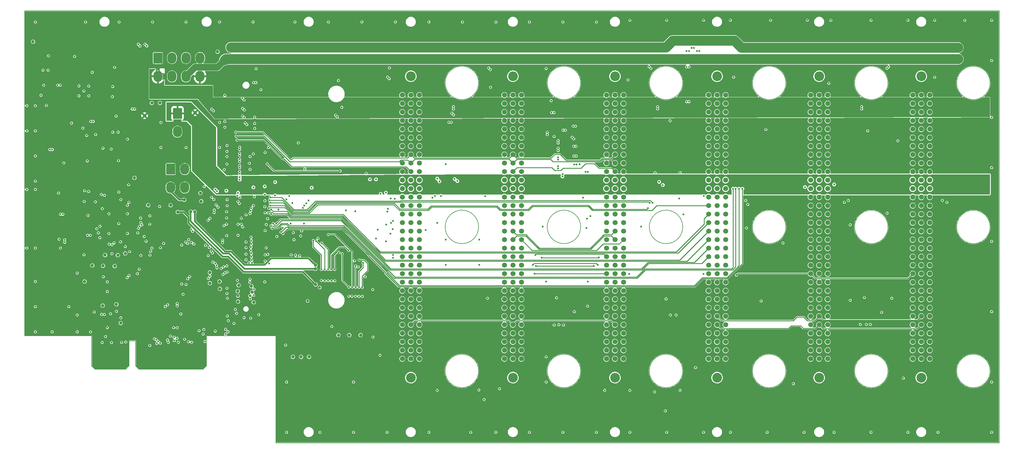
<source format=gbr>
G04 #@! TF.GenerationSoftware,KiCad,Pcbnew,6.0.7-f9a2dced07~116~ubuntu22.04.1*
G04 #@! TF.CreationDate,2023-05-03T15:08:01+01:00*
G04 #@! TF.ProjectId,hiltop_backplane_brd,68696c74-6f70-45f6-9261-636b706c616e,A*
G04 #@! TF.SameCoordinates,Original*
G04 #@! TF.FileFunction,Copper,L3,Inr*
G04 #@! TF.FilePolarity,Positive*
%FSLAX46Y46*%
G04 Gerber Fmt 4.6, Leading zero omitted, Abs format (unit mm)*
G04 Created by KiCad (PCBNEW 6.0.7-f9a2dced07~116~ubuntu22.04.1) date 2023-05-03 15:08:01*
%MOMM*%
%LPD*%
G01*
G04 APERTURE LIST*
G04 Aperture macros list*
%AMRoundRect*
0 Rectangle with rounded corners*
0 $1 Rounding radius*
0 $2 $3 $4 $5 $6 $7 $8 $9 X,Y pos of 4 corners*
0 Add a 4 corners polygon primitive as box body*
4,1,4,$2,$3,$4,$5,$6,$7,$8,$9,$2,$3,0*
0 Add four circle primitives for the rounded corners*
1,1,$1+$1,$2,$3*
1,1,$1+$1,$4,$5*
1,1,$1+$1,$6,$7*
1,1,$1+$1,$8,$9*
0 Add four rect primitives between the rounded corners*
20,1,$1+$1,$2,$3,$4,$5,0*
20,1,$1+$1,$4,$5,$6,$7,0*
20,1,$1+$1,$6,$7,$8,$9,0*
20,1,$1+$1,$8,$9,$2,$3,0*%
G04 Aperture macros list end*
G04 #@! TA.AperFunction,Profile*
%ADD10C,0.150000*%
G04 #@! TD*
G04 #@! TA.AperFunction,ComponentPad*
%ADD11C,2.900680*%
G04 #@! TD*
G04 #@! TA.AperFunction,ComponentPad*
%ADD12C,1.501140*%
G04 #@! TD*
G04 #@! TA.AperFunction,ComponentPad*
%ADD13RoundRect,0.250001X-1.099999X-1.399999X1.099999X-1.399999X1.099999X1.399999X-1.099999X1.399999X0*%
G04 #@! TD*
G04 #@! TA.AperFunction,ComponentPad*
%ADD14O,2.700000X3.300000*%
G04 #@! TD*
G04 #@! TA.AperFunction,ComponentPad*
%ADD15C,1.000000*%
G04 #@! TD*
G04 #@! TA.AperFunction,ViaPad*
%ADD16C,0.600000*%
G04 #@! TD*
G04 #@! TA.AperFunction,ViaPad*
%ADD17C,0.800000*%
G04 #@! TD*
G04 #@! TA.AperFunction,ViaPad*
%ADD18C,1.000000*%
G04 #@! TD*
G04 #@! TA.AperFunction,Conductor*
%ADD19C,0.250000*%
G04 #@! TD*
G04 #@! TA.AperFunction,Conductor*
%ADD20C,0.500000*%
G04 #@! TD*
G04 #@! TA.AperFunction,Conductor*
%ADD21C,3.000000*%
G04 #@! TD*
G04 #@! TA.AperFunction,Conductor*
%ADD22C,2.000000*%
G04 #@! TD*
G04 APERTURE END LIST*
D10*
X179840000Y-50700000D02*
G75*
G03*
X179840000Y-50700000I-5000000J0D01*
G01*
X210320000Y-50700000D02*
G75*
G03*
X210320000Y-50700000I-5000000J0D01*
G01*
X240800000Y-50700000D02*
G75*
G03*
X240800000Y-50700000I-5000000J0D01*
G01*
X210320000Y-93700000D02*
G75*
G03*
X210320000Y-93700000I-5000000J0D01*
G01*
X240800000Y-93700000D02*
G75*
G03*
X240800000Y-93700000I-5000000J0D01*
G01*
X179840000Y-136700000D02*
G75*
G03*
X179840000Y-136700000I-5000000J0D01*
G01*
X210320000Y-136700000D02*
G75*
G03*
X210320000Y-136700000I-5000000J0D01*
G01*
X240800000Y-136700000D02*
G75*
G03*
X240800000Y-136700000I-5000000J0D01*
G01*
X179840000Y-93700000D02*
G75*
G03*
X179840000Y-93700000I-5000000J0D01*
G01*
X271600000Y-136700000D02*
G75*
G03*
X271600000Y-136700000I-5000000J0D01*
G01*
X65300000Y-136200000D02*
X74500000Y-136200000D01*
X75500000Y-135200000D02*
X75500000Y-127700000D01*
X98600000Y-126200000D02*
X119300000Y-126200000D01*
X302080000Y-136700000D02*
G75*
G03*
X302080000Y-136700000I-5000000J0D01*
G01*
X332560000Y-93700000D02*
G75*
G03*
X332560000Y-93700000I-5000000J0D01*
G01*
X75500000Y-135200000D02*
X74500000Y-136200000D01*
X97600000Y-136200000D02*
X98600000Y-135200000D01*
X332560000Y-50700000D02*
G75*
G03*
X332560000Y-50700000I-5000000J0D01*
G01*
X271600000Y-50700000D02*
G75*
G03*
X271600000Y-50700000I-5000000J0D01*
G01*
X302080000Y-93700000D02*
G75*
G03*
X302080000Y-93700000I-5000000J0D01*
G01*
X44300000Y-29200000D02*
X335300000Y-29200000D01*
X64300000Y-135200000D02*
X64300000Y-126200000D01*
X271600000Y-93700000D02*
G75*
G03*
X271600000Y-93700000I-5000000J0D01*
G01*
X332560000Y-136700000D02*
G75*
G03*
X332560000Y-136700000I-5000000J0D01*
G01*
X77400000Y-135200000D02*
X78400000Y-136200000D01*
X119300000Y-136200000D02*
X119300000Y-158200000D01*
X44300000Y-126200000D02*
X44300000Y-29200000D01*
X119300000Y-126200000D02*
X119300000Y-136200000D01*
X78400000Y-136200000D02*
X97600000Y-136200000D01*
X64300000Y-135200000D02*
X65300000Y-136200000D01*
X75500000Y-127700000D02*
X77400000Y-127700000D01*
X98600000Y-135200000D02*
X98600000Y-127700000D01*
X335300000Y-29200000D02*
X335300000Y-158200000D01*
X302080000Y-50700000D02*
G75*
G03*
X302080000Y-50700000I-5000000J0D01*
G01*
X98600000Y-127700000D02*
X98600000Y-126200000D01*
X335300000Y-158200000D02*
X119300000Y-158200000D01*
X77400000Y-127700000D02*
X77400000Y-135200000D01*
X64300000Y-126200000D02*
X44300000Y-126200000D01*
D11*
X159600000Y-48703900D03*
X159600000Y-138696100D03*
D12*
X157060000Y-54330000D03*
X159600000Y-54330000D03*
X162140000Y-54330000D03*
X157060000Y-56870000D03*
X159600000Y-56870000D03*
X162140000Y-56870000D03*
X157060000Y-59410000D03*
X159600000Y-59410000D03*
X162140000Y-59410000D03*
X157060000Y-61950000D03*
X159600000Y-61950000D03*
X162140000Y-61950000D03*
X157060000Y-64490000D03*
X159600000Y-64490000D03*
X162140000Y-64490000D03*
X157060000Y-67030000D03*
X159600000Y-67030000D03*
X162140000Y-67030000D03*
X157060000Y-69570000D03*
X159600000Y-69570000D03*
X162140000Y-69570000D03*
X157060000Y-72110000D03*
X159600000Y-72110000D03*
X162140000Y-72110000D03*
X157060000Y-74650000D03*
X159600000Y-74650000D03*
X162140000Y-74650000D03*
X157060000Y-77190000D03*
X159600000Y-77190000D03*
X162140000Y-77190000D03*
X157060000Y-79730000D03*
X159600000Y-79730000D03*
X162140000Y-79730000D03*
X157060000Y-82270000D03*
X159600000Y-82270000D03*
X162140000Y-82270000D03*
X157060000Y-84810000D03*
X159600000Y-84810000D03*
X162140000Y-84810000D03*
X157060000Y-87350000D03*
X159600000Y-87350000D03*
X162140000Y-87350000D03*
X157060000Y-89890000D03*
X159600000Y-89890000D03*
X162140000Y-89890000D03*
X157060000Y-92430000D03*
X159600000Y-92430000D03*
X162140000Y-92430000D03*
X157060000Y-94970000D03*
X159600000Y-94970000D03*
X162140000Y-94970000D03*
X157060000Y-97510000D03*
X159600000Y-97510000D03*
X162140000Y-97510000D03*
X157060000Y-100050000D03*
X159600000Y-100050000D03*
X162140000Y-100050000D03*
X157060000Y-102590000D03*
X159600000Y-102590000D03*
X162140000Y-102590000D03*
X157060000Y-105130000D03*
X159600000Y-105130000D03*
X162140000Y-105130000D03*
X157060000Y-107670000D03*
X159600000Y-107670000D03*
X162140000Y-107670000D03*
X157060000Y-110210000D03*
X159600000Y-110210000D03*
X162140000Y-110210000D03*
X157060000Y-112750000D03*
X159600000Y-112750000D03*
X162140000Y-112750000D03*
X157060000Y-115290000D03*
X159600000Y-115290000D03*
X162140000Y-115290000D03*
X157060000Y-117830000D03*
X159600000Y-117830000D03*
X162140000Y-117830000D03*
X157060000Y-120370000D03*
X159600000Y-120370000D03*
X162140000Y-120370000D03*
X157060000Y-122910000D03*
X159600000Y-122910000D03*
X162140000Y-122910000D03*
X157060000Y-125450000D03*
X159600000Y-125450000D03*
X162140000Y-125450000D03*
X157060000Y-127990000D03*
X159600000Y-127990000D03*
X162140000Y-127990000D03*
X157060000Y-130530000D03*
X159600000Y-130530000D03*
X162140000Y-130530000D03*
X157060000Y-133070000D03*
X159600000Y-133070000D03*
X162140000Y-133070000D03*
D11*
X190080000Y-138696100D03*
X190080000Y-48703900D03*
D12*
X187540000Y-54330000D03*
X190080000Y-54330000D03*
X192620000Y-54330000D03*
X187540000Y-56870000D03*
X190080000Y-56870000D03*
X192620000Y-56870000D03*
X187540000Y-59410000D03*
X190080000Y-59410000D03*
X192620000Y-59410000D03*
X187540000Y-61950000D03*
X190080000Y-61950000D03*
X192620000Y-61950000D03*
X187540000Y-64490000D03*
X190080000Y-64490000D03*
X192620000Y-64490000D03*
X187540000Y-67030000D03*
X190080000Y-67030000D03*
X192620000Y-67030000D03*
X187540000Y-69570000D03*
X190080000Y-69570000D03*
X192620000Y-69570000D03*
X187540000Y-72110000D03*
X190080000Y-72110000D03*
X192620000Y-72110000D03*
X187540000Y-74650000D03*
X190080000Y-74650000D03*
X192620000Y-74650000D03*
X187540000Y-77190000D03*
X190080000Y-77190000D03*
X192620000Y-77190000D03*
X187540000Y-79730000D03*
X190080000Y-79730000D03*
X192620000Y-79730000D03*
X187540000Y-82270000D03*
X190080000Y-82270000D03*
X192620000Y-82270000D03*
X187540000Y-84810000D03*
X190080000Y-84810000D03*
X192620000Y-84810000D03*
X187540000Y-87350000D03*
X190080000Y-87350000D03*
X192620000Y-87350000D03*
X187540000Y-89890000D03*
X190080000Y-89890000D03*
X192620000Y-89890000D03*
X187540000Y-92430000D03*
X190080000Y-92430000D03*
X192620000Y-92430000D03*
X187540000Y-94970000D03*
X190080000Y-94970000D03*
X192620000Y-94970000D03*
X187540000Y-97510000D03*
X190080000Y-97510000D03*
X192620000Y-97510000D03*
X187540000Y-100050000D03*
X190080000Y-100050000D03*
X192620000Y-100050000D03*
X187540000Y-102590000D03*
X190080000Y-102590000D03*
X192620000Y-102590000D03*
X187540000Y-105130000D03*
X190080000Y-105130000D03*
X192620000Y-105130000D03*
X187540000Y-107670000D03*
X190080000Y-107670000D03*
X192620000Y-107670000D03*
X187540000Y-110210000D03*
X190080000Y-110210000D03*
X192620000Y-110210000D03*
X187540000Y-112750000D03*
X190080000Y-112750000D03*
X192620000Y-112750000D03*
X187540000Y-115290000D03*
X190080000Y-115290000D03*
X192620000Y-115290000D03*
X187540000Y-117830000D03*
X190080000Y-117830000D03*
X192620000Y-117830000D03*
X187540000Y-120370000D03*
X190080000Y-120370000D03*
X192620000Y-120370000D03*
X187540000Y-122910000D03*
X190080000Y-122910000D03*
X192620000Y-122910000D03*
X187540000Y-125450000D03*
X190080000Y-125450000D03*
X192620000Y-125450000D03*
X187540000Y-127990000D03*
X190080000Y-127990000D03*
X192620000Y-127990000D03*
X187540000Y-130530000D03*
X190080000Y-130530000D03*
X192620000Y-130530000D03*
X187540000Y-133070000D03*
X190080000Y-133070000D03*
X192620000Y-133070000D03*
D11*
X220560000Y-48703900D03*
X220560000Y-138696100D03*
D12*
X218020000Y-54330000D03*
X220560000Y-54330000D03*
X223100000Y-54330000D03*
X218020000Y-56870000D03*
X220560000Y-56870000D03*
X223100000Y-56870000D03*
X218020000Y-59410000D03*
X220560000Y-59410000D03*
X223100000Y-59410000D03*
X218020000Y-61950000D03*
X220560000Y-61950000D03*
X223100000Y-61950000D03*
X218020000Y-64490000D03*
X220560000Y-64490000D03*
X223100000Y-64490000D03*
X218020000Y-67030000D03*
X220560000Y-67030000D03*
X223100000Y-67030000D03*
X218020000Y-69570000D03*
X220560000Y-69570000D03*
X223100000Y-69570000D03*
X218020000Y-72110000D03*
X220560000Y-72110000D03*
X223100000Y-72110000D03*
X218020000Y-74650000D03*
X220560000Y-74650000D03*
X223100000Y-74650000D03*
X218020000Y-77190000D03*
X220560000Y-77190000D03*
X223100000Y-77190000D03*
X218020000Y-79730000D03*
X220560000Y-79730000D03*
X223100000Y-79730000D03*
X218020000Y-82270000D03*
X220560000Y-82270000D03*
X223100000Y-82270000D03*
X218020000Y-84810000D03*
X220560000Y-84810000D03*
X223100000Y-84810000D03*
X218020000Y-87350000D03*
X220560000Y-87350000D03*
X223100000Y-87350000D03*
X218020000Y-89890000D03*
X220560000Y-89890000D03*
X223100000Y-89890000D03*
X218020000Y-92430000D03*
X220560000Y-92430000D03*
X223100000Y-92430000D03*
X218020000Y-94970000D03*
X220560000Y-94970000D03*
X223100000Y-94970000D03*
X218020000Y-97510000D03*
X220560000Y-97510000D03*
X223100000Y-97510000D03*
X218020000Y-100050000D03*
X220560000Y-100050000D03*
X223100000Y-100050000D03*
X218020000Y-102590000D03*
X220560000Y-102590000D03*
X223100000Y-102590000D03*
X218020000Y-105130000D03*
X220560000Y-105130000D03*
X223100000Y-105130000D03*
X218020000Y-107670000D03*
X220560000Y-107670000D03*
X223100000Y-107670000D03*
X218020000Y-110210000D03*
X220560000Y-110210000D03*
X223100000Y-110210000D03*
X218020000Y-112750000D03*
X220560000Y-112750000D03*
X223100000Y-112750000D03*
X218020000Y-115290000D03*
X220560000Y-115290000D03*
X223100000Y-115290000D03*
X218020000Y-117830000D03*
X220560000Y-117830000D03*
X223100000Y-117830000D03*
X218020000Y-120370000D03*
X220560000Y-120370000D03*
X223100000Y-120370000D03*
X218020000Y-122910000D03*
X220560000Y-122910000D03*
X223100000Y-122910000D03*
X218020000Y-125450000D03*
X220560000Y-125450000D03*
X223100000Y-125450000D03*
X218020000Y-127990000D03*
X220560000Y-127990000D03*
X223100000Y-127990000D03*
X218020000Y-130530000D03*
X220560000Y-130530000D03*
X223100000Y-130530000D03*
X218020000Y-133070000D03*
X220560000Y-133070000D03*
X223100000Y-133070000D03*
D13*
X84074000Y-43268000D03*
D14*
X88274000Y-43268000D03*
X92474000Y-43268000D03*
X96674000Y-43268000D03*
X84074000Y-48768000D03*
X88274000Y-48768000D03*
X92474000Y-48768000D03*
X96674000Y-48768000D03*
D13*
X89916000Y-59778000D03*
D14*
X89916000Y-65278000D03*
D13*
X87884000Y-76454000D03*
D14*
X92084000Y-76454000D03*
X87884000Y-81954000D03*
X92084000Y-81954000D03*
D15*
X67600000Y-117200000D03*
X71700000Y-116800000D03*
X62200000Y-110000000D03*
X73000000Y-122400000D03*
X138000000Y-126000000D03*
X141200000Y-126000000D03*
X144600000Y-126000000D03*
X68300000Y-102100000D03*
X67700000Y-105300000D03*
X64500000Y-105200000D03*
X71200000Y-105400000D03*
X102600000Y-112200000D03*
X102500000Y-110000000D03*
X99600000Y-110500000D03*
X77090000Y-79040000D03*
X99600000Y-107300000D03*
X81200000Y-87200000D03*
X72130000Y-102140000D03*
X74350000Y-101620000D03*
X46800000Y-38400000D03*
X101900000Y-41400000D03*
X95200000Y-59600000D03*
X82300000Y-56700000D03*
X84700000Y-56700000D03*
X80120000Y-60470000D03*
X87900000Y-87200000D03*
X96800000Y-83600000D03*
X97010000Y-86030000D03*
X124400000Y-132500000D03*
D11*
X251040000Y-138696100D03*
X251040000Y-48703900D03*
D12*
X248500000Y-54330000D03*
X251040000Y-54330000D03*
X253580000Y-54330000D03*
X248500000Y-56870000D03*
X251040000Y-56870000D03*
X253580000Y-56870000D03*
X248500000Y-59410000D03*
X251040000Y-59410000D03*
X253580000Y-59410000D03*
X248500000Y-61950000D03*
X251040000Y-61950000D03*
X253580000Y-61950000D03*
X248500000Y-64490000D03*
X251040000Y-64490000D03*
X253580000Y-64490000D03*
X248500000Y-67030000D03*
X251040000Y-67030000D03*
X253580000Y-67030000D03*
X248500000Y-69570000D03*
X251040000Y-69570000D03*
X253580000Y-69570000D03*
X248500000Y-72110000D03*
X251040000Y-72110000D03*
X253580000Y-72110000D03*
X248500000Y-74650000D03*
X251040000Y-74650000D03*
X253580000Y-74650000D03*
X248500000Y-77190000D03*
X251040000Y-77190000D03*
X253580000Y-77190000D03*
X248500000Y-79730000D03*
X251040000Y-79730000D03*
X253580000Y-79730000D03*
X248500000Y-82270000D03*
X251040000Y-82270000D03*
X253580000Y-82270000D03*
X248500000Y-84810000D03*
X251040000Y-84810000D03*
X253580000Y-84810000D03*
X248500000Y-87350000D03*
X251040000Y-87350000D03*
X253580000Y-87350000D03*
X248500000Y-89890000D03*
X251040000Y-89890000D03*
X253580000Y-89890000D03*
X248500000Y-92430000D03*
X251040000Y-92430000D03*
X253580000Y-92430000D03*
X248500000Y-94970000D03*
X251040000Y-94970000D03*
X253580000Y-94970000D03*
X248500000Y-97510000D03*
X251040000Y-97510000D03*
X253580000Y-97510000D03*
X248500000Y-100050000D03*
X251040000Y-100050000D03*
X253580000Y-100050000D03*
X248500000Y-102590000D03*
X251040000Y-102590000D03*
X253580000Y-102590000D03*
X248500000Y-105130000D03*
X251040000Y-105130000D03*
X253580000Y-105130000D03*
X248500000Y-107670000D03*
X251040000Y-107670000D03*
X253580000Y-107670000D03*
X248500000Y-110210000D03*
X251040000Y-110210000D03*
X253580000Y-110210000D03*
X248500000Y-112750000D03*
X251040000Y-112750000D03*
X253580000Y-112750000D03*
X248500000Y-115290000D03*
X251040000Y-115290000D03*
X253580000Y-115290000D03*
X248500000Y-117830000D03*
X251040000Y-117830000D03*
X253580000Y-117830000D03*
X248500000Y-120370000D03*
X251040000Y-120370000D03*
X253580000Y-120370000D03*
X248500000Y-122910000D03*
X251040000Y-122910000D03*
X253580000Y-122910000D03*
X248500000Y-125450000D03*
X251040000Y-125450000D03*
X253580000Y-125450000D03*
X248500000Y-127990000D03*
X251040000Y-127990000D03*
X253580000Y-127990000D03*
X248500000Y-130530000D03*
X251040000Y-130530000D03*
X253580000Y-130530000D03*
X248500000Y-133070000D03*
X251040000Y-133070000D03*
X253580000Y-133070000D03*
D15*
X129200000Y-132500000D03*
D11*
X312000000Y-138696100D03*
X312000000Y-48703900D03*
D12*
X309460000Y-54330000D03*
X312000000Y-54330000D03*
X314540000Y-54330000D03*
X309460000Y-56870000D03*
X312000000Y-56870000D03*
X314540000Y-56870000D03*
X309460000Y-59410000D03*
X312000000Y-59410000D03*
X314540000Y-59410000D03*
X309460000Y-61950000D03*
X312000000Y-61950000D03*
X314540000Y-61950000D03*
X309460000Y-64490000D03*
X312000000Y-64490000D03*
X314540000Y-64490000D03*
X309460000Y-67030000D03*
X312000000Y-67030000D03*
X314540000Y-67030000D03*
X309460000Y-69570000D03*
X312000000Y-69570000D03*
X314540000Y-69570000D03*
X309460000Y-72110000D03*
X312000000Y-72110000D03*
X314540000Y-72110000D03*
X309460000Y-74650000D03*
X312000000Y-74650000D03*
X314540000Y-74650000D03*
X309460000Y-77190000D03*
X312000000Y-77190000D03*
X314540000Y-77190000D03*
X309460000Y-79730000D03*
X312000000Y-79730000D03*
X314540000Y-79730000D03*
X309460000Y-82270000D03*
X312000000Y-82270000D03*
X314540000Y-82270000D03*
X309460000Y-84810000D03*
X312000000Y-84810000D03*
X314540000Y-84810000D03*
X309460000Y-87350000D03*
X312000000Y-87350000D03*
X314540000Y-87350000D03*
X309460000Y-89890000D03*
X312000000Y-89890000D03*
X314540000Y-89890000D03*
X309460000Y-92430000D03*
X312000000Y-92430000D03*
X314540000Y-92430000D03*
X309460000Y-94970000D03*
X312000000Y-94970000D03*
X314540000Y-94970000D03*
X309460000Y-97510000D03*
X312000000Y-97510000D03*
X314540000Y-97510000D03*
X309460000Y-100050000D03*
X312000000Y-100050000D03*
X314540000Y-100050000D03*
X309460000Y-102590000D03*
X312000000Y-102590000D03*
X314540000Y-102590000D03*
X309460000Y-105130000D03*
X312000000Y-105130000D03*
X314540000Y-105130000D03*
X309460000Y-107670000D03*
X312000000Y-107670000D03*
X314540000Y-107670000D03*
X309460000Y-110210000D03*
X312000000Y-110210000D03*
X314540000Y-110210000D03*
X309460000Y-112750000D03*
X312000000Y-112750000D03*
X314540000Y-112750000D03*
X309460000Y-115290000D03*
X312000000Y-115290000D03*
X314540000Y-115290000D03*
X309460000Y-117830000D03*
X312000000Y-117830000D03*
X314540000Y-117830000D03*
X309460000Y-120370000D03*
X312000000Y-120370000D03*
X314540000Y-120370000D03*
X309460000Y-122910000D03*
X312000000Y-122910000D03*
X314540000Y-122910000D03*
X309460000Y-125450000D03*
X312000000Y-125450000D03*
X314540000Y-125450000D03*
X309460000Y-127990000D03*
X312000000Y-127990000D03*
X314540000Y-127990000D03*
X309460000Y-130530000D03*
X312000000Y-130530000D03*
X314540000Y-130530000D03*
X309460000Y-133070000D03*
X312000000Y-133070000D03*
X314540000Y-133070000D03*
D11*
X281520000Y-138696100D03*
X281520000Y-48703900D03*
D12*
X278980000Y-54330000D03*
X281520000Y-54330000D03*
X284060000Y-54330000D03*
X278980000Y-56870000D03*
X281520000Y-56870000D03*
X284060000Y-56870000D03*
X278980000Y-59410000D03*
X281520000Y-59410000D03*
X284060000Y-59410000D03*
X278980000Y-61950000D03*
X281520000Y-61950000D03*
X284060000Y-61950000D03*
X278980000Y-64490000D03*
X281520000Y-64490000D03*
X284060000Y-64490000D03*
X278980000Y-67030000D03*
X281520000Y-67030000D03*
X284060000Y-67030000D03*
X278980000Y-69570000D03*
X281520000Y-69570000D03*
X284060000Y-69570000D03*
X278980000Y-72110000D03*
X281520000Y-72110000D03*
X284060000Y-72110000D03*
X278980000Y-74650000D03*
X281520000Y-74650000D03*
X284060000Y-74650000D03*
X278980000Y-77190000D03*
X281520000Y-77190000D03*
X284060000Y-77190000D03*
X278980000Y-79730000D03*
X281520000Y-79730000D03*
X284060000Y-79730000D03*
X278980000Y-82270000D03*
X281520000Y-82270000D03*
X284060000Y-82270000D03*
X278980000Y-84810000D03*
X281520000Y-84810000D03*
X284060000Y-84810000D03*
X278980000Y-87350000D03*
X281520000Y-87350000D03*
X284060000Y-87350000D03*
X278980000Y-89890000D03*
X281520000Y-89890000D03*
X284060000Y-89890000D03*
X278980000Y-92430000D03*
X281520000Y-92430000D03*
X284060000Y-92430000D03*
X278980000Y-94970000D03*
X281520000Y-94970000D03*
X284060000Y-94970000D03*
X278980000Y-97510000D03*
X281520000Y-97510000D03*
X284060000Y-97510000D03*
X278980000Y-100050000D03*
X281520000Y-100050000D03*
X284060000Y-100050000D03*
X278980000Y-102590000D03*
X281520000Y-102590000D03*
X284060000Y-102590000D03*
X278980000Y-105130000D03*
X281520000Y-105130000D03*
X284060000Y-105130000D03*
X278980000Y-107670000D03*
X281520000Y-107670000D03*
X284060000Y-107670000D03*
X278980000Y-110210000D03*
X281520000Y-110210000D03*
X284060000Y-110210000D03*
X278980000Y-112750000D03*
X281520000Y-112750000D03*
X284060000Y-112750000D03*
X278980000Y-115290000D03*
X281520000Y-115290000D03*
X284060000Y-115290000D03*
X278980000Y-117830000D03*
X281520000Y-117830000D03*
X284060000Y-117830000D03*
X278980000Y-120370000D03*
X281520000Y-120370000D03*
X284060000Y-120370000D03*
X278980000Y-122910000D03*
X281520000Y-122910000D03*
X284060000Y-122910000D03*
X278980000Y-125450000D03*
X281520000Y-125450000D03*
X284060000Y-125450000D03*
X278980000Y-127990000D03*
X281520000Y-127990000D03*
X284060000Y-127990000D03*
X278980000Y-130530000D03*
X281520000Y-130530000D03*
X284060000Y-130530000D03*
X278980000Y-133070000D03*
X281520000Y-133070000D03*
X284060000Y-133070000D03*
D15*
X126800000Y-132500000D03*
D16*
X316000000Y-49000000D03*
X139000000Y-58000000D03*
X63000000Y-74000000D03*
X62000000Y-102000000D03*
X69000000Y-113000000D03*
X82500000Y-32500000D03*
X72500000Y-32500000D03*
X62500000Y-32500000D03*
X92500000Y-32500000D03*
X102500000Y-32500000D03*
X112500000Y-32500000D03*
X125000000Y-32500000D03*
X135000000Y-32500000D03*
X145000000Y-32500000D03*
X155000000Y-32500000D03*
X165000000Y-32500000D03*
X175000000Y-32500000D03*
X185000000Y-32500000D03*
X195000000Y-32500000D03*
X215000000Y-32500000D03*
X205000000Y-32500000D03*
X236000000Y-32000000D03*
X232500000Y-77500000D03*
X240000000Y-77500000D03*
X232350000Y-142940000D03*
X240000000Y-142500000D03*
X247000000Y-155000000D03*
X225000000Y-155000000D03*
X236000000Y-155000000D03*
X215000000Y-155000000D03*
X195000000Y-155000000D03*
X205000000Y-155000000D03*
X185000000Y-155000000D03*
X165000000Y-155000000D03*
X177500000Y-155000000D03*
X152500000Y-155000000D03*
X132500000Y-155000000D03*
X142500000Y-155000000D03*
X122500000Y-155000000D03*
X122200000Y-129000000D03*
X142500000Y-140000000D03*
X122500000Y-140000000D03*
X60000000Y-120000000D03*
X65070000Y-119100000D03*
X60000000Y-125000000D03*
X52500000Y-125000000D03*
X47500000Y-125000000D03*
X47500000Y-117500000D03*
X47500000Y-110000000D03*
X47500000Y-100000000D03*
X47500000Y-82500000D03*
X47500000Y-72500000D03*
X47500000Y-65000000D03*
X47500000Y-57500000D03*
X45000000Y-57500000D03*
X45000000Y-65000000D03*
X45000000Y-82500000D03*
X45000000Y-100000000D03*
X57500000Y-117500000D03*
X60000000Y-107500000D03*
X55000000Y-100000000D03*
X47500000Y-80000000D03*
X102500000Y-62500000D03*
X85000000Y-62500000D03*
X85000000Y-70000000D03*
X92500000Y-70000000D03*
X84600000Y-87600000D03*
X97900000Y-81700000D03*
X170000000Y-97500000D03*
X167500000Y-92500000D03*
X202400000Y-66700000D03*
X210000000Y-75000000D03*
X170000000Y-75000000D03*
X180000000Y-97500000D03*
X170000000Y-105000000D03*
X180000000Y-105000000D03*
X182500000Y-115000000D03*
X200000000Y-110000000D03*
X212500000Y-110000000D03*
X200000000Y-132500000D03*
X200000000Y-140000000D03*
X217500000Y-142500000D03*
X225000000Y-142500000D03*
X167500000Y-142500000D03*
X102500000Y-70000000D03*
X75000000Y-67500000D03*
X61976000Y-53086000D03*
X60506000Y-51616000D03*
X63446000Y-51616000D03*
X60506000Y-54556000D03*
X63446000Y-54556000D03*
X69450000Y-89770000D03*
X75000000Y-89770000D03*
X69450000Y-95650000D03*
X75000000Y-95650000D03*
X54600000Y-97380000D03*
X179900000Y-142390000D03*
X181490000Y-145230000D03*
X186060000Y-142030000D03*
X72390000Y-92710000D03*
X51400000Y-42600000D03*
X75350000Y-81110000D03*
X104750000Y-87370000D03*
X92057984Y-127242016D03*
X116900000Y-101900000D03*
X116110000Y-102050000D03*
X91600000Y-113800000D03*
D17*
X128800000Y-115800000D03*
D16*
X123900000Y-102000000D03*
X277000000Y-155000000D03*
X297000000Y-155000000D03*
X277300000Y-81800000D03*
X112600000Y-71900000D03*
X295000000Y-114800000D03*
X49200000Y-54400000D03*
X149200000Y-97200000D03*
X126000000Y-68600000D03*
X80000000Y-96550000D03*
X104740000Y-85570000D03*
X67175000Y-84000000D03*
X111600000Y-76500000D03*
X110400000Y-99900000D03*
X208400000Y-119000000D03*
X148200000Y-112400000D03*
X325000000Y-32000000D03*
X104670000Y-74940000D03*
X110400000Y-103500000D03*
X225000000Y-32000000D03*
X78080000Y-95480000D03*
X317000000Y-155000000D03*
X94155191Y-128113421D03*
X74980000Y-87270000D03*
X112970000Y-60920000D03*
X305000000Y-68000000D03*
X111400000Y-74700000D03*
X73020000Y-85550000D03*
X50000000Y-51400000D03*
X90190000Y-128119986D03*
X62080000Y-86090000D03*
X64490000Y-47550000D03*
X117300000Y-104624500D03*
X111600000Y-72700000D03*
X116400000Y-99924501D03*
X241000000Y-90000000D03*
X63220000Y-90270000D03*
X104700000Y-71150000D03*
X72330000Y-73910000D03*
X203800000Y-122899500D03*
X212368761Y-117368761D03*
X290800000Y-115600000D03*
X112780006Y-112300010D03*
X278000000Y-32000000D03*
X110400000Y-98200000D03*
X78910000Y-91070000D03*
D17*
X132400000Y-111800000D03*
D16*
X267000000Y-32000000D03*
X104600000Y-91000000D03*
X98124980Y-127902103D03*
X111699998Y-115200000D03*
X59200000Y-42800000D03*
X116094000Y-89486000D03*
X104730000Y-69390000D03*
X296800000Y-122800000D03*
X65500000Y-66110000D03*
X296000000Y-65000000D03*
X70600000Y-65400000D03*
X104580000Y-92880000D03*
X62820000Y-66380000D03*
X104760000Y-107160000D03*
X62230000Y-82880000D03*
X333000000Y-155000000D03*
X112682461Y-114100022D03*
X63980000Y-125060000D03*
X308000000Y-155000000D03*
X104620000Y-96300000D03*
X71600000Y-60600000D03*
X70220000Y-128240000D03*
X333000000Y-119000000D03*
X116422375Y-92972375D03*
X101200000Y-124800000D03*
X290800000Y-93100000D03*
X116000000Y-110100000D03*
X116003998Y-87686000D03*
X255000000Y-155000000D03*
X119600000Y-96574500D03*
X72950000Y-98170000D03*
X66790000Y-93485010D03*
X67440000Y-128220000D03*
X113400000Y-46400000D03*
X308000000Y-32000000D03*
X65420000Y-86210000D03*
X104070000Y-62180000D03*
X333000000Y-61000000D03*
X47500000Y-32500000D03*
X115996000Y-84086000D03*
X56000000Y-74600000D03*
X104800000Y-115000000D03*
X50800000Y-57400000D03*
X103900000Y-76570000D03*
X104680000Y-72670000D03*
X285000000Y-32000000D03*
X61700000Y-64200000D03*
X333000000Y-140000000D03*
X333000000Y-76000000D03*
X199000000Y-93600000D03*
X211000000Y-85000000D03*
X104700000Y-112000000D03*
X205200000Y-123000000D03*
X284400000Y-50800000D03*
X112900000Y-84700000D03*
X202400000Y-123000000D03*
X104700000Y-113600000D03*
X235800000Y-115200000D03*
X71150000Y-46050000D03*
X316000000Y-32000000D03*
X73240000Y-128180000D03*
X81674990Y-129100000D03*
X259800000Y-94000000D03*
X247000000Y-32000000D03*
X286000000Y-81000000D03*
X104080000Y-63930000D03*
X109800000Y-120800000D03*
X300200000Y-119200000D03*
X333000000Y-44000000D03*
X103800000Y-93300000D03*
X153200000Y-46200000D03*
X295600000Y-122800500D03*
X70357994Y-101697994D03*
X104670000Y-105330000D03*
X228400000Y-93600000D03*
X70600000Y-51800000D03*
X58300000Y-62700000D03*
X333000000Y-32000000D03*
X116100000Y-94800000D03*
X183400000Y-52000000D03*
X303200000Y-115000000D03*
X203110000Y-114860000D03*
X107820000Y-109650000D03*
X224400000Y-49800000D03*
X63080000Y-96190000D03*
X70130000Y-70460000D03*
X87194635Y-128129546D03*
X74500000Y-128040000D03*
X293800000Y-122800000D03*
X116046000Y-85886000D03*
X117100000Y-70000000D03*
X256000000Y-49000000D03*
X266000000Y-155000000D03*
X75434429Y-86354990D03*
X116850000Y-91250000D03*
X114860000Y-52740000D03*
X112990000Y-64290000D03*
X70500000Y-54800000D03*
X201500000Y-56000000D03*
X83751002Y-128491136D03*
X138000000Y-50000000D03*
X150400000Y-132000000D03*
X67490000Y-88240000D03*
X67710000Y-70190000D03*
X99100000Y-102250000D03*
X66740000Y-96900000D03*
X124200000Y-86600000D03*
X104050000Y-54430000D03*
X264200000Y-115800000D03*
X112600000Y-81900000D03*
X301800000Y-89600000D03*
X66310000Y-95470000D03*
X63420000Y-83120000D03*
X136000000Y-123400000D03*
X54400000Y-83600000D03*
X104590000Y-89130000D03*
X116090000Y-103875000D03*
X270700000Y-98500000D03*
X212000000Y-94000000D03*
X200000000Y-46400000D03*
X110400000Y-101800000D03*
X286000000Y-155000000D03*
X116090000Y-71440000D03*
X333000000Y-98000000D03*
X143000000Y-89000000D03*
X255000000Y-32000000D03*
X65860000Y-94260000D03*
X72200000Y-65400000D03*
X297000000Y-32000000D03*
X112960000Y-62790000D03*
X265600000Y-64600000D03*
X75650000Y-101090000D03*
X90940000Y-119680000D03*
X237000000Y-62000000D03*
X69530795Y-98826672D03*
X71000000Y-98469994D03*
X54940000Y-51390000D03*
X51308000Y-46880000D03*
X63920000Y-96190000D03*
X68130000Y-84290000D03*
X81675000Y-92874990D03*
X70347869Y-99003359D03*
X80580000Y-97960000D03*
X72400000Y-83260000D03*
X74320000Y-99570000D03*
X81696239Y-90363761D03*
X64050000Y-62200000D03*
X56250000Y-97600000D03*
X64750000Y-62200000D03*
X56250000Y-98300000D03*
X52550000Y-70600000D03*
X55015775Y-89916020D03*
X55715775Y-89916020D03*
X51850000Y-70600000D03*
X49784000Y-46880000D03*
X54130000Y-51400000D03*
X86275021Y-117485578D03*
X152150000Y-83475500D03*
X259600000Y-85800000D03*
X290214430Y-85785570D03*
X89876628Y-117269949D03*
X318285570Y-85785570D03*
X101450000Y-87100000D03*
X166100000Y-85000000D03*
X319650000Y-86350000D03*
X289050000Y-86350000D03*
X86995807Y-116934461D03*
X102080000Y-87800000D03*
X150600000Y-83800000D03*
X260200000Y-87000000D03*
X89831810Y-116571373D03*
X99043760Y-91713762D03*
X154270000Y-91870000D03*
X212233750Y-91266250D03*
X89870000Y-123790000D03*
X88790000Y-123780000D03*
X99647778Y-91109744D03*
X213200000Y-90500000D03*
X80747488Y-39647488D03*
X243450000Y-40223942D03*
X244150000Y-40223942D03*
X80252512Y-39152512D03*
X78747488Y-39647488D03*
X245050000Y-41202252D03*
X245750000Y-41202252D03*
X78252512Y-39152512D03*
X68985009Y-123783744D03*
X105045105Y-124987583D03*
X111800000Y-120900000D03*
X106800000Y-122500000D03*
X237100000Y-120000500D03*
X104311799Y-124254277D03*
X73025042Y-120825042D03*
X238800000Y-120000500D03*
X107600000Y-119500000D03*
X104300000Y-125700000D03*
X148300000Y-126600000D03*
X104800000Y-120300000D03*
X68459999Y-126440000D03*
X235600000Y-148600000D03*
X69955000Y-119655000D03*
X105103737Y-121689992D03*
X107200000Y-118311915D03*
X71700000Y-118900009D03*
X114200000Y-119900000D03*
X94825010Y-98769359D03*
X94130000Y-98340000D03*
X93200002Y-128000000D03*
X89800365Y-126963620D03*
X94413625Y-95024099D03*
X88898304Y-126632505D03*
X153740000Y-92460000D03*
X94051537Y-94425008D03*
X88991781Y-127674516D03*
X100870000Y-89410000D03*
X100930000Y-88650000D03*
X87846752Y-126295045D03*
X100790000Y-85500000D03*
X86966752Y-127459629D03*
X147400000Y-79500000D03*
X166850000Y-84450000D03*
X168561693Y-84419937D03*
X100130000Y-84820000D03*
X168150000Y-80100000D03*
X146250000Y-77700000D03*
X173500000Y-80000000D03*
X84801013Y-128438481D03*
X172700000Y-79400000D03*
X84174968Y-127901453D03*
X107700000Y-67750000D03*
X167500000Y-79300000D03*
X107450000Y-66600000D03*
X83649958Y-127424357D03*
X107300000Y-65400000D03*
X83034191Y-127091420D03*
X146019997Y-108604990D03*
X67300000Y-119810000D03*
X68100000Y-119850000D03*
D18*
X91948000Y-85598000D03*
D16*
X67700000Y-52300000D03*
X259600000Y-69100000D03*
X50140000Y-55890000D03*
D18*
X290200000Y-69100000D03*
D17*
X168045000Y-69245000D03*
D16*
X54210000Y-57400000D03*
X199600000Y-71900000D03*
X58900000Y-60000000D03*
D18*
X320600000Y-69300000D03*
D16*
X62250000Y-58650000D03*
X62600000Y-98010000D03*
X93270000Y-119740000D03*
X63990000Y-76700000D03*
X302000000Y-119000000D03*
X229800000Y-71900000D03*
D18*
X131170000Y-112290000D03*
D16*
X63760000Y-46300000D03*
X52899998Y-41776500D03*
X54098761Y-50261239D03*
X83410000Y-90650000D03*
X65200000Y-42050000D03*
X93350000Y-125520000D03*
X68390000Y-59460000D03*
X67700000Y-54749500D03*
X209800000Y-119074500D03*
X60198000Y-94842000D03*
X59930000Y-89800000D03*
X75300000Y-77850000D03*
X69460000Y-73910000D03*
X50050000Y-64450000D03*
X77396239Y-85153761D03*
X62700000Y-64200000D03*
D18*
X90020000Y-89270000D03*
X131200000Y-110900000D03*
X131140000Y-105125010D03*
X95095000Y-89175000D03*
X93860000Y-89150002D03*
X131078699Y-106223312D03*
X288400000Y-55900000D03*
X319000000Y-55900000D03*
X196900000Y-56000000D03*
X257800000Y-55900000D03*
X166400000Y-56000000D03*
X227400000Y-56100000D03*
X196100000Y-40100000D03*
X166700000Y-40100000D03*
X323000000Y-40200000D03*
X258300000Y-40200000D03*
X105900000Y-40100000D03*
X235900000Y-40000000D03*
X284400000Y-40200000D03*
X290500000Y-43600000D03*
X198000000Y-43500000D03*
X229300000Y-43600000D03*
X261600000Y-43600000D03*
X168800000Y-43600000D03*
X323000000Y-43600000D03*
X301894500Y-82105500D03*
X240300000Y-82400000D03*
X239223000Y-82423000D03*
X182500000Y-82500000D03*
X266394500Y-82105500D03*
X180500000Y-82500000D03*
X209194500Y-82105500D03*
X326105500Y-82105500D03*
X265105500Y-82105500D03*
X210280000Y-82100000D03*
X327394500Y-82105500D03*
X300394500Y-82105500D03*
D17*
X108000000Y-114300000D03*
X111600000Y-114300000D03*
D18*
X112700000Y-116200000D03*
X108000000Y-116000000D03*
X108200000Y-111100000D03*
X112000000Y-111400000D03*
X107900000Y-112900000D03*
X112200012Y-113200012D03*
D16*
X112000000Y-102600000D03*
X126400000Y-102300000D03*
X134944585Y-96002108D03*
X142100000Y-111685000D03*
X141100000Y-111685000D03*
X154300000Y-102064990D03*
X112000000Y-101600000D03*
X139100000Y-101700000D03*
X136900000Y-106400000D03*
X111800000Y-100700000D03*
X138094990Y-101305010D03*
X111900000Y-99700000D03*
X135800000Y-106400000D03*
X141000000Y-100700000D03*
X142833977Y-103798069D03*
X112100000Y-103600000D03*
X143100000Y-105300000D03*
X143100000Y-111700000D03*
X112200000Y-104400000D03*
X145300000Y-104400000D03*
X144100000Y-111715000D03*
X111300000Y-104400000D03*
X143900000Y-105644990D03*
X145100000Y-111715000D03*
X144169364Y-103573113D03*
X112650000Y-50600000D03*
X183347488Y-46747488D03*
X231247488Y-46347488D03*
X294200000Y-57790000D03*
X172300000Y-57790000D03*
X233300000Y-57790000D03*
X301752512Y-46347488D03*
X172300000Y-58490000D03*
X230752512Y-45852512D03*
X113350000Y-50600000D03*
X302247488Y-45852512D03*
X294200000Y-58490000D03*
X182852512Y-46252512D03*
X233300000Y-58490000D03*
X153147488Y-49447488D03*
X109817488Y-55777488D03*
X152652512Y-48952512D03*
X109322512Y-55282512D03*
X100647488Y-59047488D03*
X137647488Y-60847488D03*
X100152512Y-58552512D03*
X137152512Y-60352512D03*
X112000000Y-98800000D03*
X224800000Y-107700000D03*
X132968731Y-98484833D03*
X256800000Y-108100000D03*
X196530000Y-107670000D03*
X247000000Y-107700000D03*
X134900000Y-106400000D03*
X133900000Y-106400000D03*
X112000000Y-97800000D03*
X131366099Y-97920246D03*
X130487518Y-97725010D03*
X111900000Y-96800000D03*
X132900000Y-106400000D03*
X138500000Y-77000000D03*
X116700000Y-74900000D03*
X154300000Y-102875989D03*
X125200000Y-102100000D03*
X126736817Y-96366043D03*
X152200000Y-98000000D03*
X153500000Y-95700000D03*
X126999980Y-94900024D03*
X152301710Y-92969736D03*
X127712288Y-92638258D03*
X127373003Y-88000000D03*
X152600000Y-89100000D03*
X152797137Y-88285685D03*
X127800000Y-87300000D03*
X128400000Y-86700000D03*
X181850000Y-84550000D03*
X129100000Y-85849929D03*
X127978193Y-76378191D03*
X170980000Y-62470000D03*
X109372512Y-60612512D03*
X109867488Y-61107488D03*
X171680000Y-62470000D03*
X171852512Y-59752512D03*
X109403751Y-58287604D03*
X172347488Y-60247488D03*
X109898727Y-58782580D03*
X110647488Y-63147488D03*
X202350000Y-59560000D03*
X110152512Y-62652512D03*
X201650000Y-59560000D03*
X108500000Y-70600000D03*
X208750000Y-63600000D03*
X108500000Y-69900000D03*
X208050000Y-63600000D03*
X123300000Y-84500000D03*
X154800000Y-85300000D03*
X153600000Y-85200000D03*
X122500000Y-85500000D03*
X149200000Y-79500000D03*
X119092628Y-80307372D03*
X154200000Y-94400000D03*
X124524500Y-95400000D03*
X123700000Y-92700000D03*
X164000000Y-94600000D03*
X131900000Y-97100045D03*
X214200000Y-105400000D03*
X197000000Y-105400000D03*
X124713179Y-97499774D03*
X196000000Y-105000000D03*
X140200000Y-88800000D03*
X120100000Y-88500000D03*
X215400000Y-105000000D03*
X130000000Y-82000000D03*
X198700000Y-102900000D03*
X116000000Y-81600000D03*
X215800000Y-102800000D03*
X119100000Y-84300000D03*
X149684018Y-94524979D03*
X196800000Y-102030011D03*
X121400000Y-94000000D03*
X103400000Y-97600000D03*
X85800000Y-98600000D03*
X132900000Y-109700000D03*
X84874990Y-99902963D03*
X103400000Y-98400000D03*
X133900000Y-109800000D03*
X98300000Y-99200000D03*
X82300000Y-100000000D03*
X134900000Y-109800000D03*
X81900000Y-101000000D03*
X135900000Y-109800000D03*
X99400000Y-99800000D03*
X100000000Y-100900000D03*
X136900000Y-109800000D03*
X81700000Y-102100000D03*
X79000000Y-102200000D03*
X100400000Y-101500000D03*
X141100000Y-114385000D03*
X142000000Y-114385000D03*
X100497037Y-104174990D03*
X78500000Y-106325010D03*
X77954001Y-107654001D03*
X101167701Y-104574990D03*
X143100000Y-114400000D03*
X101613055Y-105226110D03*
X144100000Y-114415000D03*
X75490000Y-108190000D03*
X74900000Y-108874990D03*
X101702627Y-105920368D03*
X145100000Y-114415000D03*
X103700000Y-105600000D03*
X103000000Y-106100000D03*
X104100000Y-107400000D03*
X67800000Y-108600000D03*
X103500000Y-107900000D03*
X69000000Y-110100000D03*
X78613055Y-93485010D03*
X92400000Y-98200000D03*
X92500000Y-110900000D03*
X111600000Y-109300000D03*
X93600001Y-108528102D03*
X79000000Y-92400000D03*
X99640107Y-108414153D03*
X93300000Y-97500000D03*
X91200000Y-99100000D03*
X91200000Y-110700000D03*
X78295497Y-94108847D03*
X111500000Y-110200000D03*
X93000000Y-109200000D03*
X92974990Y-98600000D03*
X99100000Y-109100000D03*
X79300000Y-93100000D03*
X96400000Y-124700000D03*
X244600000Y-135700000D03*
X273800000Y-140500000D03*
X97800000Y-124300000D03*
X306650000Y-138850000D03*
X97600000Y-125700000D03*
X205750000Y-64800000D03*
X200337520Y-66149806D03*
X108500000Y-72400000D03*
X205050000Y-64800000D03*
X108500000Y-71700000D03*
X200337520Y-65449806D03*
X203600000Y-68650000D03*
X208260261Y-67392876D03*
X108500000Y-74200000D03*
X203600000Y-67950000D03*
X108463363Y-73466093D03*
X207765285Y-66897900D03*
X203600000Y-70950000D03*
X108500000Y-76000000D03*
X208950000Y-69612595D03*
X108500000Y-75300000D03*
X203600000Y-70250000D03*
X208250000Y-69612595D03*
X108500000Y-77800000D03*
X203600000Y-73650000D03*
X208992389Y-72526676D03*
X203600000Y-72950000D03*
X208292389Y-72526676D03*
X108500000Y-77100000D03*
X209071496Y-75071680D03*
X203600000Y-76250000D03*
X108500000Y-79600000D03*
X203600000Y-75550000D03*
X208371496Y-75071680D03*
X108500000Y-78900000D03*
X204900000Y-78650000D03*
X101747488Y-83047488D03*
X212450000Y-77300000D03*
X211750000Y-77300000D03*
X101252512Y-82552512D03*
X204900000Y-77950000D03*
X104524500Y-82870878D03*
X108000000Y-83500000D03*
X107800000Y-84350000D03*
X231800000Y-86500000D03*
X117600000Y-84900000D03*
X233750000Y-80250000D03*
X108598436Y-84868913D03*
X230902672Y-86474307D03*
X234850000Y-81200000D03*
X117400000Y-85700000D03*
X108000000Y-86100000D03*
X247050000Y-84475500D03*
X239700000Y-85261070D03*
X230378688Y-88081718D03*
X117600000Y-86500000D03*
X108400000Y-86700000D03*
X117600000Y-87300000D03*
X112600000Y-87300000D03*
X117200000Y-88100000D03*
X112000000Y-88100000D03*
X117925500Y-88479500D03*
X111800000Y-88900000D03*
X117000000Y-89500000D03*
X111600000Y-89700000D03*
X117925500Y-89884394D03*
X110408628Y-90076872D03*
X119400000Y-92700000D03*
X109000000Y-91100000D03*
X118500000Y-92700000D03*
X108000000Y-92900000D03*
X117800000Y-93400000D03*
X255800000Y-82300000D03*
X109000000Y-92900000D03*
X256600000Y-82300000D03*
X118200000Y-94100000D03*
X109400000Y-93700000D03*
X257600000Y-82300000D03*
X120800000Y-95200000D03*
X108000000Y-96199512D03*
X258600000Y-82300000D03*
X121400000Y-95700000D03*
X77150000Y-58500000D03*
X241950000Y-56300000D03*
X241950000Y-45899500D03*
X241950000Y-41200000D03*
X242650000Y-56300000D03*
X76450000Y-58500000D03*
X242650000Y-41200000D03*
X242650000Y-45899500D03*
D19*
X282710000Y-124100000D02*
X310810000Y-124100000D01*
X190080000Y-122910000D02*
X191290000Y-121700000D01*
X273200000Y-123200000D02*
X275950000Y-123200000D01*
X254800000Y-124100000D02*
X254875000Y-124025000D01*
X159600000Y-122910000D02*
X160810000Y-121700000D01*
X276775000Y-124025000D02*
X280405000Y-124025000D01*
X275950000Y-123200000D02*
X276775000Y-124025000D01*
X191290000Y-121700000D02*
X219350000Y-121700000D01*
X254875000Y-124025000D02*
X272425000Y-124025000D01*
X272425000Y-124025000D02*
X272425000Y-123975000D01*
X310810000Y-124100000D02*
X312000000Y-122910000D01*
X272425000Y-123975000D02*
X273200000Y-123200000D01*
X219350000Y-121700000D02*
X220560000Y-122910000D01*
X280405000Y-124025000D02*
X281520000Y-122910000D01*
X281520000Y-122910000D02*
X282710000Y-124100000D01*
X160810000Y-121700000D02*
X188870000Y-121700000D01*
X251040000Y-122910000D02*
X252230000Y-124100000D01*
X252230000Y-124100000D02*
X254800000Y-124100000D01*
X188870000Y-121700000D02*
X190080000Y-122910000D01*
X310870000Y-121500000D02*
X312000000Y-120370000D01*
X282650000Y-121500000D02*
X310870000Y-121500000D01*
X280190000Y-121700000D02*
X281520000Y-120370000D01*
X276900000Y-120600000D02*
X278000000Y-121700000D01*
X281520000Y-120370000D02*
X282650000Y-121500000D01*
X251040000Y-120370000D02*
X252370000Y-121700000D01*
X273800000Y-121700000D02*
X274900000Y-120600000D01*
X274900000Y-120600000D02*
X276900000Y-120600000D01*
X278000000Y-121700000D02*
X280190000Y-121700000D01*
X252370000Y-121700000D02*
X273800000Y-121700000D01*
X217294270Y-96400000D02*
X219450000Y-96400000D01*
X193905730Y-96400000D02*
X197855232Y-100349501D01*
X213344769Y-100349501D02*
X217294270Y-96400000D01*
X190080000Y-97510000D02*
X191190000Y-96400000D01*
X219450000Y-96400000D02*
X220560000Y-97510000D01*
X191190000Y-96400000D02*
X193905730Y-96400000D01*
X197855232Y-100349501D02*
X213344769Y-100349501D01*
X194000000Y-96000000D02*
X191000000Y-96000000D01*
X198000000Y-100000000D02*
X194000000Y-96000000D01*
X213200000Y-100000000D02*
X198000000Y-100000000D01*
X191000000Y-96000000D02*
X190080000Y-95080000D01*
X219530000Y-96000000D02*
X217200000Y-96000000D01*
X217200000Y-96000000D02*
X213200000Y-100000000D01*
X220560000Y-94970000D02*
X219530000Y-96000000D01*
X107700000Y-67750000D02*
X115620747Y-67750000D01*
X219570000Y-76200000D02*
X220560000Y-77190000D01*
X190080000Y-77190000D02*
X191270000Y-76000000D01*
X215750000Y-76200000D02*
X219570000Y-76200000D01*
X115620747Y-67750000D02*
X121320747Y-73450000D01*
X210600000Y-76000000D02*
X211800000Y-74800000D01*
X214350000Y-74800000D02*
X215750000Y-76200000D01*
X205100000Y-76200000D02*
X210600000Y-76200000D01*
X211800000Y-74800000D02*
X214350000Y-74800000D01*
X191270000Y-76000000D02*
X201700000Y-76000000D01*
X121800000Y-73450000D02*
X124086308Y-75736308D01*
X204450000Y-76850000D02*
X205100000Y-76200000D01*
X210600000Y-76200000D02*
X210600000Y-76000000D01*
X201700000Y-76000000D02*
X202550000Y-76850000D01*
X124086308Y-75736308D02*
X158146308Y-75736308D01*
X202550000Y-76850000D02*
X204450000Y-76850000D01*
X121320747Y-73450000D02*
X121800000Y-73450000D01*
X158146308Y-75736308D02*
X159600000Y-77190000D01*
X219560000Y-73650000D02*
X220560000Y-74650000D01*
X190080000Y-74650000D02*
X191180000Y-73550000D01*
X188880000Y-73450000D02*
X190080000Y-74650000D01*
X201360000Y-73550000D02*
X202005000Y-74195000D01*
X115850000Y-66600000D02*
X107450000Y-66600000D01*
X156655905Y-73674430D02*
X156130335Y-74200000D01*
X202005000Y-74195000D02*
X216255000Y-74195000D01*
X216800000Y-73650000D02*
X219560000Y-73650000D01*
X159600000Y-74650000D02*
X158624430Y-73674430D01*
X216255000Y-74195000D02*
X216800000Y-73650000D01*
X123550000Y-74200000D02*
X123450000Y-74200000D01*
X191180000Y-73550000D02*
X201360000Y-73550000D01*
X158624430Y-73674430D02*
X156655905Y-73674430D01*
X156130335Y-74200000D02*
X123550000Y-74200000D01*
X159600000Y-74650000D02*
X160800000Y-73450000D01*
X123450000Y-74200000D02*
X115850000Y-66600000D01*
X160800000Y-73450000D02*
X188880000Y-73450000D01*
X219370000Y-73300000D02*
X216655025Y-73300000D01*
X201400000Y-73200000D02*
X191170000Y-73200000D01*
X124013692Y-73563692D02*
X123613692Y-73563692D01*
X124477384Y-73100000D02*
X124013692Y-73563692D01*
X191170000Y-73200000D02*
X190080000Y-72110000D01*
X216655025Y-73300000D02*
X216110025Y-73845000D01*
X204150000Y-71995000D02*
X202605000Y-71995000D01*
X160590000Y-73100000D02*
X159600000Y-72110000D01*
X206000000Y-73845000D02*
X204150000Y-71995000D01*
X220560000Y-72110000D02*
X219370000Y-73300000D01*
X216110025Y-73845000D02*
X206000000Y-73845000D01*
X115450000Y-65400000D02*
X107300000Y-65400000D01*
X190080000Y-72110000D02*
X189090000Y-73100000D01*
X202605000Y-71995000D02*
X201400000Y-73200000D01*
X123613692Y-73563692D02*
X115450000Y-65400000D01*
X189090000Y-73100000D02*
X160590000Y-73100000D01*
X158610000Y-73100000D02*
X124477384Y-73100000D01*
X159600000Y-72110000D02*
X158610000Y-73100000D01*
D20*
X91948000Y-85598000D02*
X90424000Y-85598000D01*
X90424000Y-85598000D02*
X87884000Y-83058000D01*
D19*
X77210000Y-85340000D02*
X77396239Y-85153761D01*
X77050000Y-85340000D02*
X77210000Y-85340000D01*
D20*
X91770000Y-89270000D02*
X93260000Y-90760000D01*
X127390000Y-107180000D02*
X131130000Y-110920000D01*
X93260000Y-92460000D02*
X103400000Y-102600000D01*
X105100000Y-102600000D02*
X109680000Y-107180000D01*
X93260000Y-90760000D02*
X93260000Y-92460000D01*
X109680000Y-107180000D02*
X127390000Y-107180000D01*
X103400000Y-102600000D02*
X105100000Y-102600000D01*
X90020000Y-89270000D02*
X91770000Y-89270000D01*
X129100000Y-103100000D02*
X117877998Y-103100000D01*
X130640001Y-104625011D02*
X130625011Y-104625011D01*
X105940000Y-101040000D02*
X104160000Y-101040000D01*
X117877998Y-103100000D02*
X115907998Y-105070000D01*
X95095000Y-91975000D02*
X95095000Y-89175000D01*
X130625011Y-104625011D02*
X129100000Y-103100000D01*
X131140000Y-105125010D02*
X130640001Y-104625011D01*
X115907998Y-105070000D02*
X109970000Y-105070000D01*
X109970000Y-105070000D02*
X105940000Y-101040000D01*
X104160000Y-101040000D02*
X95095000Y-91975000D01*
X93860000Y-91960000D02*
X103540000Y-101640000D01*
X103540000Y-101640000D02*
X105340000Y-101640000D01*
X105340000Y-101640000D02*
X109923312Y-106223312D01*
X109923312Y-106223312D02*
X131078699Y-106223312D01*
X93860000Y-89150002D02*
X93860000Y-91960000D01*
D21*
X258300000Y-40200000D02*
X284400000Y-40200000D01*
X237800000Y-38100000D02*
X235900000Y-40000000D01*
X235800000Y-40100000D02*
X196100000Y-40100000D01*
X196100000Y-40100000D02*
X166700000Y-40100000D01*
X256200000Y-38100000D02*
X237800000Y-38100000D01*
X284400000Y-40200000D02*
X323000000Y-40200000D01*
X105900000Y-40100000D02*
X166700000Y-40100000D01*
X235900000Y-40000000D02*
X235800000Y-40100000D01*
X258300000Y-40200000D02*
X256200000Y-38100000D01*
D22*
X103999991Y-43900009D02*
X101882000Y-46018000D01*
D21*
X168800000Y-43600000D02*
X104300000Y-43600000D01*
D22*
X101882000Y-46018000D02*
X95224000Y-46018000D01*
X95224000Y-46018000D02*
X92474000Y-48768000D01*
D21*
X229300000Y-43600000D02*
X290500000Y-43600000D01*
X323000000Y-43600000D02*
X290500000Y-43600000D01*
X198100000Y-43600000D02*
X229300000Y-43600000D01*
X104300000Y-43600000D02*
X103999991Y-43900009D01*
X168800000Y-43600000D02*
X197900000Y-43600000D01*
D19*
X142100000Y-111685000D02*
X142100000Y-101057537D01*
X192620000Y-97510000D02*
X195809002Y-100699002D01*
X142100000Y-101057537D02*
X137044571Y-96002108D01*
X215100998Y-100699002D02*
X217000000Y-98800000D01*
X137044571Y-96002108D02*
X134944585Y-96002108D01*
X217000000Y-98800000D02*
X221810000Y-98800000D01*
X221810000Y-98800000D02*
X223100000Y-97510000D01*
X195809002Y-100699002D02*
X215100998Y-100699002D01*
X139100000Y-101700000D02*
X139100000Y-109685000D01*
X139100000Y-109685000D02*
X141100000Y-111685000D01*
X136900000Y-106400000D02*
X136900000Y-102500000D01*
X136900000Y-102500000D02*
X138094990Y-101305010D01*
X135800000Y-102200000D02*
X135800000Y-106400000D01*
X141000000Y-100700000D02*
X140100000Y-99800000D01*
X140100000Y-99800000D02*
X138200000Y-99800000D01*
X138200000Y-99800000D02*
X135800000Y-102200000D01*
X143100000Y-111700000D02*
X143100000Y-105300000D01*
X144100000Y-111715000D02*
X144100000Y-107100000D01*
X145300000Y-105900000D02*
X145300000Y-104400000D01*
X144100000Y-107100000D02*
X145300000Y-105900000D01*
X145673113Y-103573113D02*
X144169364Y-103573113D01*
X145100000Y-111715000D02*
X145100000Y-108400000D01*
X146700000Y-106800000D02*
X146700000Y-104600000D01*
X146700000Y-104600000D02*
X145673113Y-103573113D01*
X145100000Y-108400000D02*
X146700000Y-106800000D01*
X278980000Y-107670000D02*
X257230000Y-107670000D01*
X308044371Y-109085629D02*
X309460000Y-107670000D01*
X257230000Y-107670000D02*
X256800000Y-108100000D01*
X134900000Y-106400000D02*
X134900000Y-100416102D01*
X278980000Y-107670000D02*
X280395629Y-109085629D01*
X218020000Y-107670000D02*
X196530000Y-107670000D01*
X280395629Y-109085629D02*
X308044371Y-109085629D01*
X134900000Y-100416102D02*
X132968731Y-98484833D01*
X131366099Y-97920246D02*
X133900000Y-100454147D01*
X133900000Y-100454147D02*
X133900000Y-106400000D01*
X132900000Y-106400000D02*
X132900000Y-102100000D01*
X132900000Y-102100000D02*
X130487518Y-99687518D01*
X130487518Y-99687518D02*
X130487518Y-97725010D01*
X118800000Y-77000000D02*
X116700000Y-74900000D01*
X138500000Y-77000000D02*
X118800000Y-77000000D01*
X197000000Y-105400000D02*
X214200000Y-105400000D01*
X215000000Y-104600000D02*
X215400000Y-105000000D01*
X196000000Y-105000000D02*
X196400000Y-104600000D01*
X196400000Y-104600000D02*
X215000000Y-104600000D01*
X215700000Y-102900000D02*
X215800000Y-102800000D01*
X198700000Y-102900000D02*
X215700000Y-102900000D01*
X217280000Y-101850000D02*
X218020000Y-102590000D01*
X196980011Y-101850000D02*
X217280000Y-101850000D01*
X196800000Y-102030011D02*
X196980011Y-101850000D01*
X156486706Y-86000499D02*
X156636707Y-85850499D01*
X117600000Y-84900000D02*
X121000000Y-84900000D01*
X156636707Y-85850499D02*
X231150499Y-85850499D01*
X121000000Y-84900000D02*
X124645000Y-88545000D01*
X124645000Y-88545000D02*
X128645000Y-88545000D01*
X231150499Y-85850499D02*
X231800000Y-86500000D01*
X131189501Y-86000499D02*
X156486706Y-86000499D01*
X128645000Y-88545000D02*
X131189501Y-86000499D01*
X117400000Y-85700000D02*
X121305026Y-85700000D01*
X130655525Y-87149501D02*
X131455026Y-86350000D01*
X156631475Y-86350000D02*
X156781475Y-86200000D01*
X130645474Y-87149501D02*
X130655525Y-87149501D01*
X156781475Y-86200000D02*
X230628365Y-86200000D01*
X124505026Y-88900000D02*
X128894975Y-88900000D01*
X230628365Y-86200000D02*
X230902672Y-86474307D01*
X121305026Y-85700000D02*
X124505026Y-88900000D01*
X131455026Y-86350000D02*
X156631475Y-86350000D01*
X128894975Y-88900000D02*
X130645474Y-87149501D01*
X131600000Y-86700000D02*
X154700000Y-86700000D01*
X195855231Y-87250499D02*
X212744768Y-87250499D01*
X129000000Y-89300000D02*
X131600000Y-86700000D01*
X186400000Y-88400000D02*
X194705730Y-88400000D01*
X117600000Y-86500000D02*
X121610052Y-86500000D01*
X165600000Y-87400000D02*
X185400000Y-87400000D01*
X164674430Y-88325570D02*
X165600000Y-87400000D01*
X230060406Y-88400000D02*
X230378688Y-88081718D01*
X213894269Y-88400000D02*
X230060406Y-88400000D01*
X121610052Y-86500000D02*
X124410052Y-89300000D01*
X156325570Y-88325570D02*
X164674430Y-88325570D01*
X194705730Y-88400000D02*
X195855231Y-87250499D01*
X124410052Y-89300000D02*
X129000000Y-89300000D01*
X212744768Y-87250499D02*
X213894269Y-88400000D01*
X154700000Y-86700000D02*
X156325570Y-88325570D01*
X185400000Y-87400000D02*
X186400000Y-88400000D01*
X156200000Y-88800000D02*
X164800000Y-88800000D01*
X154450000Y-87050000D02*
X156200000Y-88800000D01*
X117600000Y-87300000D02*
X121915078Y-87300000D01*
X165800000Y-87800000D02*
X185200000Y-87800000D01*
X129250000Y-89650000D02*
X131850000Y-87050000D01*
X121915078Y-87300000D02*
X124265078Y-89650000D01*
X185200000Y-87800000D02*
X186200000Y-88800000D01*
X231600000Y-88800000D02*
X233050000Y-87350000D01*
X213800000Y-88800000D02*
X231600000Y-88800000D01*
X131850000Y-87050000D02*
X154450000Y-87050000D01*
X124265078Y-89650000D02*
X129250000Y-89650000D01*
X212600000Y-87600000D02*
X213800000Y-88800000D01*
X196000000Y-87600000D02*
X212600000Y-87600000D01*
X233050000Y-87350000D02*
X248500000Y-87350000D01*
X164800000Y-88800000D02*
X165800000Y-87800000D01*
X194800000Y-88800000D02*
X196000000Y-87600000D01*
X186200000Y-88800000D02*
X194800000Y-88800000D01*
X117200000Y-88100000D02*
X117345000Y-87955000D01*
X117345000Y-87955000D02*
X122075104Y-87955000D01*
X139400000Y-90000000D02*
X150500000Y-101100000D01*
X150500000Y-101100000D02*
X238900000Y-101100000D01*
X247200000Y-92800000D02*
X247200000Y-91190000D01*
X247200000Y-91190000D02*
X248500000Y-89890000D01*
X122075104Y-87955000D02*
X124120104Y-90000000D01*
X238900000Y-101100000D02*
X247200000Y-92800000D01*
X124120104Y-90000000D02*
X139400000Y-90000000D01*
X118491000Y-89045000D02*
X117925500Y-88479500D01*
X123975130Y-90350000D02*
X122670130Y-89045000D01*
X150400000Y-101500000D02*
X139250000Y-90350000D01*
X139250000Y-90350000D02*
X123975130Y-90350000D01*
X248500000Y-92430000D02*
X239430000Y-101500000D01*
X122670130Y-89045000D02*
X118491000Y-89045000D01*
X239430000Y-101500000D02*
X150400000Y-101500000D01*
X123800000Y-90700000D02*
X139100000Y-90700000D01*
X239904430Y-103565570D02*
X248500000Y-94970000D01*
X118290420Y-89339394D02*
X118651026Y-89700000D01*
X117160606Y-89339394D02*
X118290420Y-89339394D01*
X139100000Y-90700000D02*
X151965570Y-103565570D01*
X151965570Y-103565570D02*
X239904430Y-103565570D01*
X122800000Y-89700000D02*
X123800000Y-90700000D01*
X117000000Y-89500000D02*
X117160606Y-89339394D01*
X118651026Y-89700000D02*
X122800000Y-89700000D01*
X139005731Y-91100000D02*
X151820802Y-103915071D01*
X117925500Y-89884394D02*
X118188593Y-90147487D01*
X118188593Y-90147487D02*
X122752513Y-90147487D01*
X242094929Y-103915071D02*
X248500000Y-97510000D01*
X123705026Y-91100000D02*
X139005731Y-91100000D01*
X151820802Y-103915071D02*
X242094929Y-103915071D01*
X122752513Y-90147487D02*
X123705026Y-91100000D01*
X138911460Y-91500000D02*
X120600000Y-91500000D01*
X153627769Y-106216308D02*
X138911460Y-91500000D01*
X228483692Y-106216308D02*
X153627769Y-106216308D01*
X248500000Y-100050000D02*
X244285428Y-104264572D01*
X230435428Y-104264572D02*
X228483692Y-106216308D01*
X120600000Y-91500000D02*
X119400000Y-92700000D01*
X244285428Y-104264572D02*
X230435428Y-104264572D01*
X119100000Y-93300000D02*
X118500000Y-92700000D01*
X248500000Y-102590000D02*
X246475927Y-104614073D01*
X119600000Y-93300000D02*
X119100000Y-93300000D01*
X246475927Y-104614073D02*
X230580902Y-104614073D01*
X153483498Y-106566308D02*
X138767190Y-91850000D01*
X138767190Y-91850000D02*
X121050000Y-91850000D01*
X228628666Y-106566308D02*
X153483498Y-106566308D01*
X230580902Y-104614073D02*
X228628666Y-106566308D01*
X121050000Y-91850000D02*
X119600000Y-93300000D01*
X154900000Y-108700000D02*
X153200000Y-107000000D01*
X230900000Y-106200000D02*
X230899501Y-106200499D01*
X120900000Y-92700000D02*
X119950000Y-93650000D01*
X153200000Y-107000000D02*
X153200000Y-106900000D01*
X139600000Y-93300000D02*
X123300000Y-93300000D01*
X255800000Y-82300000D02*
X255800000Y-105800000D01*
X119950000Y-93650000D02*
X118850000Y-93650000D01*
X118600000Y-93400000D02*
X117800000Y-93400000D01*
X229505232Y-106200499D02*
X227005730Y-108700000D01*
X123300000Y-93300000D02*
X122700000Y-92700000D01*
X255800000Y-105800000D02*
X255400000Y-106200000D01*
X230899501Y-106200499D02*
X229505232Y-106200499D01*
X118850000Y-93650000D02*
X118600000Y-93400000D01*
X255400000Y-106200000D02*
X230900000Y-106200000D01*
X122700000Y-92700000D02*
X120900000Y-92700000D01*
X153200000Y-106900000D02*
X139600000Y-93300000D01*
X227005730Y-108700000D02*
X154900000Y-108700000D01*
X139455026Y-93650000D02*
X123155026Y-93650000D01*
X121050000Y-93050000D02*
X120000000Y-94100000D01*
X256600000Y-82300000D02*
X256600000Y-105600000D01*
X229650000Y-106550000D02*
X227150000Y-109050000D01*
X123155026Y-93650000D02*
X122555026Y-93050000D01*
X154650000Y-109050000D02*
X152800000Y-107200000D01*
X120000000Y-94100000D02*
X118200000Y-94100000D01*
X122555026Y-93050000D02*
X121050000Y-93050000D01*
X255650000Y-106550000D02*
X229650000Y-106550000D01*
X152800000Y-107200000D02*
X152800000Y-106994974D01*
X227150000Y-109050000D02*
X154650000Y-109050000D01*
X256600000Y-105600000D02*
X255650000Y-106550000D01*
X152800000Y-106994974D02*
X139455026Y-93650000D01*
X156200000Y-111200000D02*
X244300000Y-111200000D01*
X257600000Y-105200000D02*
X257600000Y-82300000D01*
X152400000Y-107089948D02*
X152400000Y-107400000D01*
X152400000Y-107400000D02*
X156200000Y-111200000D01*
X123010051Y-94000000D02*
X139310052Y-94000000D01*
X254000000Y-108800000D02*
X257600000Y-105200000D01*
X244300000Y-111200000D02*
X246700000Y-108800000D01*
X120942463Y-95200000D02*
X122342463Y-93800000D01*
X120800000Y-95200000D02*
X120942463Y-95200000D01*
X246700000Y-108800000D02*
X254000000Y-108800000D01*
X122810051Y-93800000D02*
X123010051Y-94000000D01*
X122342463Y-93800000D02*
X122810051Y-93800000D01*
X139310052Y-94000000D02*
X152400000Y-107089948D01*
X152000000Y-107600000D02*
X152000000Y-107294976D01*
X258600000Y-104700000D02*
X254150000Y-109150000D01*
X244444974Y-111550000D02*
X155950000Y-111550000D01*
X147000000Y-102184922D02*
X147000000Y-102300000D01*
X121400000Y-95700000D02*
X122750000Y-94350000D01*
X246844974Y-109150000D02*
X244444974Y-111550000D01*
X155950000Y-111550000D02*
X152000000Y-107600000D01*
X152000000Y-107294976D02*
X147007539Y-102302514D01*
X139165078Y-94350000D02*
X147000000Y-102184922D01*
X254150000Y-109150000D02*
X246844974Y-109150000D01*
X122750000Y-94350000D02*
X139165078Y-94350000D01*
X258600000Y-82300000D02*
X258600000Y-104700000D01*
G04 #@! TA.AperFunction,Conductor*
G36*
X83404763Y-46520002D02*
G01*
X83451256Y-46573658D01*
X83461360Y-46643932D01*
X83431866Y-46708512D01*
X83383945Y-46742784D01*
X83255718Y-46794722D01*
X83247545Y-46798744D01*
X83022747Y-46930368D01*
X83015235Y-46935531D01*
X82811787Y-47098231D01*
X82805104Y-47104420D01*
X82627267Y-47294794D01*
X82621557Y-47301871D01*
X82473066Y-47515918D01*
X82468429Y-47523759D01*
X82352396Y-47756997D01*
X82348940Y-47765422D01*
X82267788Y-48012974D01*
X82265588Y-48021799D01*
X82220897Y-48279189D01*
X82220050Y-48286807D01*
X82216078Y-48366592D01*
X82216000Y-48369733D01*
X82216000Y-48495885D01*
X82220475Y-48511124D01*
X82221865Y-48512329D01*
X82229548Y-48514000D01*
X84202000Y-48514000D01*
X84270121Y-48534002D01*
X84316614Y-48587658D01*
X84328000Y-48640000D01*
X84328000Y-50892174D01*
X84332251Y-50906651D01*
X84344512Y-50908714D01*
X84380133Y-50905315D01*
X84389125Y-50903795D01*
X84642158Y-50841878D01*
X84650827Y-50839078D01*
X84892282Y-50741278D01*
X84900455Y-50737256D01*
X85125253Y-50605632D01*
X85132765Y-50600469D01*
X85336213Y-50437769D01*
X85342896Y-50431580D01*
X85520733Y-50241206D01*
X85526443Y-50234129D01*
X85674934Y-50020082D01*
X85679571Y-50012241D01*
X85761189Y-49848181D01*
X85809439Y-49796100D01*
X85878187Y-49778373D01*
X85945606Y-49800627D01*
X85990290Y-49855799D01*
X86000000Y-49904303D01*
X86000000Y-51500000D01*
X100374000Y-51500000D01*
X100442121Y-51520002D01*
X100488614Y-51573658D01*
X100500000Y-51626000D01*
X100500000Y-55000000D01*
X108788306Y-55000000D01*
X108856427Y-55020002D01*
X108902920Y-55073658D01*
X108913024Y-55143932D01*
X108910990Y-55153040D01*
X108909488Y-55156238D01*
X108908107Y-55165109D01*
X108893651Y-55257951D01*
X108890648Y-55277236D01*
X108891812Y-55286138D01*
X108891812Y-55286141D01*
X108903651Y-55376674D01*
X108906526Y-55398657D01*
X108955845Y-55510742D01*
X109034639Y-55604480D01*
X109063785Y-55623881D01*
X109125790Y-55665155D01*
X109136576Y-55672335D01*
X109253460Y-55708852D01*
X109269085Y-55709138D01*
X109336827Y-55730383D01*
X109382330Y-55784881D01*
X109391713Y-55818777D01*
X109395779Y-55849866D01*
X109400278Y-55884270D01*
X109401502Y-55893633D01*
X109450821Y-56005718D01*
X109529615Y-56099456D01*
X109564176Y-56122462D01*
X109618780Y-56158809D01*
X109631552Y-56167311D01*
X109748436Y-56203828D01*
X109870871Y-56206072D01*
X109888922Y-56201151D01*
X109980351Y-56176225D01*
X109989015Y-56173863D01*
X110093369Y-56109789D01*
X110175546Y-56019001D01*
X110228939Y-55908799D01*
X110231491Y-55893633D01*
X110248448Y-55792836D01*
X110249255Y-55788040D01*
X110249384Y-55777488D01*
X110239876Y-55711096D01*
X110233297Y-55665155D01*
X110233296Y-55665152D01*
X110232024Y-55656269D01*
X110181340Y-55544795D01*
X110134910Y-55490910D01*
X110107264Y-55458825D01*
X110107262Y-55458823D01*
X110101406Y-55452027D01*
X109998648Y-55385423D01*
X109881326Y-55350336D01*
X109872348Y-55350281D01*
X109863470Y-55348954D01*
X109863672Y-55347605D01*
X109804592Y-55329868D01*
X109758425Y-55275931D01*
X109748627Y-55242147D01*
X109743551Y-55206698D01*
X109737048Y-55161293D01*
X109735745Y-55158428D01*
X109735822Y-55090366D01*
X109774272Y-55030683D01*
X109838886Y-55001262D01*
X109856678Y-55000000D01*
X135079241Y-55000000D01*
X135147362Y-55020002D01*
X135195095Y-55076465D01*
X135208215Y-55107150D01*
X135210245Y-55110603D01*
X135210249Y-55110611D01*
X135364627Y-55373215D01*
X135364631Y-55373221D01*
X135366661Y-55376674D01*
X135558069Y-55623881D01*
X135779336Y-55844763D01*
X135782517Y-55847217D01*
X135782518Y-55847218D01*
X135971871Y-55993302D01*
X136026877Y-56035739D01*
X136030336Y-56037765D01*
X136030340Y-56037767D01*
X136174988Y-56122462D01*
X136296677Y-56193714D01*
X136300362Y-56195282D01*
X136300370Y-56195286D01*
X136424649Y-56248167D01*
X136584363Y-56316126D01*
X136708159Y-56351040D01*
X136881405Y-56399901D01*
X136881414Y-56399903D01*
X136885272Y-56400991D01*
X136889245Y-56401581D01*
X136889244Y-56401581D01*
X137191226Y-56446443D01*
X137191228Y-56446443D01*
X137194525Y-56446933D01*
X137197856Y-56447073D01*
X137197860Y-56447073D01*
X137235186Y-56448637D01*
X137279631Y-56450500D01*
X137479085Y-56450500D01*
X137618566Y-56441602D01*
X137708004Y-56435897D01*
X137708008Y-56435896D01*
X137712013Y-56435641D01*
X137715947Y-56434880D01*
X137715954Y-56434879D01*
X137870710Y-56404937D01*
X138018968Y-56376253D01*
X138022783Y-56374995D01*
X138022787Y-56374994D01*
X138312065Y-56279605D01*
X138312070Y-56279603D01*
X138315888Y-56278344D01*
X138597961Y-56143499D01*
X138707339Y-56072875D01*
X138857242Y-55976085D01*
X138857250Y-55976079D01*
X138860614Y-55973907D01*
X138872565Y-55963826D01*
X139096520Y-55774904D01*
X139096521Y-55774903D01*
X139099589Y-55772315D01*
X139195931Y-55667360D01*
X139308296Y-55544950D01*
X139308298Y-55544948D01*
X139311011Y-55541992D01*
X139491454Y-55286671D01*
X139608039Y-55066944D01*
X139657636Y-55016144D01*
X139719342Y-55000000D01*
X156447373Y-55000000D01*
X156515494Y-55020002D01*
X156521434Y-55024064D01*
X156530545Y-55030683D01*
X156618546Y-55094620D01*
X156624575Y-55097304D01*
X156624578Y-55097306D01*
X156781131Y-55167007D01*
X156781134Y-55167008D01*
X156787167Y-55169694D01*
X156827375Y-55178241D01*
X156961254Y-55206698D01*
X156961259Y-55206698D01*
X156967711Y-55208070D01*
X157152289Y-55208070D01*
X157158741Y-55206698D01*
X157158746Y-55206698D01*
X157292625Y-55178241D01*
X157332833Y-55169694D01*
X157338866Y-55167008D01*
X157338869Y-55167007D01*
X157495422Y-55097306D01*
X157495425Y-55097304D01*
X157501454Y-55094620D01*
X157589456Y-55030683D01*
X157598566Y-55024064D01*
X157665434Y-55000205D01*
X157672627Y-55000000D01*
X158987373Y-55000000D01*
X159055494Y-55020002D01*
X159061434Y-55024064D01*
X159070545Y-55030683D01*
X159158546Y-55094620D01*
X159164575Y-55097304D01*
X159164578Y-55097306D01*
X159321131Y-55167007D01*
X159321134Y-55167008D01*
X159327167Y-55169694D01*
X159367375Y-55178241D01*
X159501254Y-55206698D01*
X159501259Y-55206698D01*
X159507711Y-55208070D01*
X159692289Y-55208070D01*
X159698741Y-55206698D01*
X159698746Y-55206698D01*
X159832625Y-55178241D01*
X159872833Y-55169694D01*
X159878866Y-55167008D01*
X159878869Y-55167007D01*
X160035422Y-55097306D01*
X160035425Y-55097304D01*
X160041454Y-55094620D01*
X160129456Y-55030683D01*
X160138566Y-55024064D01*
X160205434Y-55000205D01*
X160212627Y-55000000D01*
X161527373Y-55000000D01*
X161595494Y-55020002D01*
X161601434Y-55024064D01*
X161610545Y-55030683D01*
X161698546Y-55094620D01*
X161704575Y-55097304D01*
X161704578Y-55097306D01*
X161861131Y-55167007D01*
X161861134Y-55167008D01*
X161867167Y-55169694D01*
X161907375Y-55178241D01*
X162041254Y-55206698D01*
X162041259Y-55206698D01*
X162047711Y-55208070D01*
X162232289Y-55208070D01*
X162238741Y-55206698D01*
X162238746Y-55206698D01*
X162372625Y-55178241D01*
X162412833Y-55169694D01*
X162418866Y-55167008D01*
X162418869Y-55167007D01*
X162575422Y-55097306D01*
X162575425Y-55097304D01*
X162581454Y-55094620D01*
X162669456Y-55030683D01*
X162678566Y-55024064D01*
X162745434Y-55000205D01*
X162752627Y-55000000D01*
X172009829Y-55000000D01*
X172077529Y-55019733D01*
X172273807Y-55144776D01*
X172670960Y-55351520D01*
X172673501Y-55352572D01*
X172673502Y-55352573D01*
X172723336Y-55373215D01*
X173084621Y-55522864D01*
X173087241Y-55523690D01*
X173087249Y-55523693D01*
X173509017Y-55656676D01*
X173509024Y-55656678D01*
X173511641Y-55657503D01*
X173597058Y-55676440D01*
X173946073Y-55753815D01*
X173946076Y-55753816D01*
X173948771Y-55754413D01*
X173951501Y-55754772D01*
X173951510Y-55754774D01*
X174124043Y-55777488D01*
X174392683Y-55812855D01*
X174840000Y-55832385D01*
X175287317Y-55812855D01*
X175555957Y-55777488D01*
X175728490Y-55754774D01*
X175728499Y-55754772D01*
X175731229Y-55754413D01*
X175733924Y-55753816D01*
X175733927Y-55753815D01*
X176082942Y-55676440D01*
X176168359Y-55657503D01*
X176170976Y-55656678D01*
X176170983Y-55656676D01*
X176592751Y-55523693D01*
X176592759Y-55523690D01*
X176595379Y-55522864D01*
X176956664Y-55373215D01*
X177006498Y-55352573D01*
X177006499Y-55352572D01*
X177009040Y-55351520D01*
X177406193Y-55144776D01*
X177602471Y-55019733D01*
X177670171Y-55000000D01*
X186927373Y-55000000D01*
X186995494Y-55020002D01*
X187001434Y-55024064D01*
X187010545Y-55030683D01*
X187098546Y-55094620D01*
X187104575Y-55097304D01*
X187104578Y-55097306D01*
X187261131Y-55167007D01*
X187261134Y-55167008D01*
X187267167Y-55169694D01*
X187307375Y-55178241D01*
X187441254Y-55206698D01*
X187441259Y-55206698D01*
X187447711Y-55208070D01*
X187632289Y-55208070D01*
X187638741Y-55206698D01*
X187638746Y-55206698D01*
X187772625Y-55178241D01*
X187812833Y-55169694D01*
X187818866Y-55167008D01*
X187818869Y-55167007D01*
X187975422Y-55097306D01*
X187975425Y-55097304D01*
X187981454Y-55094620D01*
X188069456Y-55030683D01*
X188078566Y-55024064D01*
X188145434Y-55000205D01*
X188152627Y-55000000D01*
X189467373Y-55000000D01*
X189535494Y-55020002D01*
X189541434Y-55024064D01*
X189550545Y-55030683D01*
X189638546Y-55094620D01*
X189644575Y-55097304D01*
X189644578Y-55097306D01*
X189801131Y-55167007D01*
X189801134Y-55167008D01*
X189807167Y-55169694D01*
X189847375Y-55178241D01*
X189981254Y-55206698D01*
X189981259Y-55206698D01*
X189987711Y-55208070D01*
X190172289Y-55208070D01*
X190178741Y-55206698D01*
X190178746Y-55206698D01*
X190312625Y-55178241D01*
X190352833Y-55169694D01*
X190358866Y-55167008D01*
X190358869Y-55167007D01*
X190515422Y-55097306D01*
X190515425Y-55097304D01*
X190521454Y-55094620D01*
X190609456Y-55030683D01*
X190618566Y-55024064D01*
X190685434Y-55000205D01*
X190692627Y-55000000D01*
X192007373Y-55000000D01*
X192075494Y-55020002D01*
X192081434Y-55024064D01*
X192090545Y-55030683D01*
X192178546Y-55094620D01*
X192184575Y-55097304D01*
X192184578Y-55097306D01*
X192341131Y-55167007D01*
X192341134Y-55167008D01*
X192347167Y-55169694D01*
X192387375Y-55178241D01*
X192521254Y-55206698D01*
X192521259Y-55206698D01*
X192527711Y-55208070D01*
X192712289Y-55208070D01*
X192718741Y-55206698D01*
X192718746Y-55206698D01*
X192852625Y-55178241D01*
X192892833Y-55169694D01*
X192898866Y-55167008D01*
X192898869Y-55167007D01*
X193055422Y-55097306D01*
X193055425Y-55097304D01*
X193061454Y-55094620D01*
X193149456Y-55030683D01*
X193158566Y-55024064D01*
X193225434Y-55000205D01*
X193232627Y-55000000D01*
X202489829Y-55000000D01*
X202557529Y-55019733D01*
X202753807Y-55144776D01*
X203150960Y-55351520D01*
X203153501Y-55352572D01*
X203153502Y-55352573D01*
X203203336Y-55373215D01*
X203564621Y-55522864D01*
X203567241Y-55523690D01*
X203567249Y-55523693D01*
X203989017Y-55656676D01*
X203989024Y-55656678D01*
X203991641Y-55657503D01*
X204077058Y-55676440D01*
X204426073Y-55753815D01*
X204426076Y-55753816D01*
X204428771Y-55754413D01*
X204431501Y-55754772D01*
X204431510Y-55754774D01*
X204604043Y-55777488D01*
X204872683Y-55812855D01*
X205320000Y-55832385D01*
X205767317Y-55812855D01*
X206035957Y-55777488D01*
X206208490Y-55754774D01*
X206208499Y-55754772D01*
X206211229Y-55754413D01*
X206213924Y-55753816D01*
X206213927Y-55753815D01*
X206562942Y-55676440D01*
X206648359Y-55657503D01*
X206650976Y-55656678D01*
X206650983Y-55656676D01*
X207072751Y-55523693D01*
X207072759Y-55523690D01*
X207075379Y-55522864D01*
X207436664Y-55373215D01*
X207486498Y-55352573D01*
X207486499Y-55352572D01*
X207489040Y-55351520D01*
X207886193Y-55144776D01*
X208082471Y-55019733D01*
X208150171Y-55000000D01*
X217407373Y-55000000D01*
X217475494Y-55020002D01*
X217481434Y-55024064D01*
X217490545Y-55030683D01*
X217578546Y-55094620D01*
X217584575Y-55097304D01*
X217584578Y-55097306D01*
X217741131Y-55167007D01*
X217741134Y-55167008D01*
X217747167Y-55169694D01*
X217787375Y-55178241D01*
X217921254Y-55206698D01*
X217921259Y-55206698D01*
X217927711Y-55208070D01*
X218112289Y-55208070D01*
X218118741Y-55206698D01*
X218118746Y-55206698D01*
X218252625Y-55178241D01*
X218292833Y-55169694D01*
X218298866Y-55167008D01*
X218298869Y-55167007D01*
X218455422Y-55097306D01*
X218455425Y-55097304D01*
X218461454Y-55094620D01*
X218549456Y-55030683D01*
X218558566Y-55024064D01*
X218625434Y-55000205D01*
X218632627Y-55000000D01*
X219947373Y-55000000D01*
X220015494Y-55020002D01*
X220021434Y-55024064D01*
X220030545Y-55030683D01*
X220118546Y-55094620D01*
X220124575Y-55097304D01*
X220124578Y-55097306D01*
X220281131Y-55167007D01*
X220281134Y-55167008D01*
X220287167Y-55169694D01*
X220327375Y-55178241D01*
X220461254Y-55206698D01*
X220461259Y-55206698D01*
X220467711Y-55208070D01*
X220652289Y-55208070D01*
X220658741Y-55206698D01*
X220658746Y-55206698D01*
X220792625Y-55178241D01*
X220832833Y-55169694D01*
X220838866Y-55167008D01*
X220838869Y-55167007D01*
X220995422Y-55097306D01*
X220995425Y-55097304D01*
X221001454Y-55094620D01*
X221089456Y-55030683D01*
X221098566Y-55024064D01*
X221165434Y-55000205D01*
X221172627Y-55000000D01*
X222487373Y-55000000D01*
X222555494Y-55020002D01*
X222561434Y-55024064D01*
X222570545Y-55030683D01*
X222658546Y-55094620D01*
X222664575Y-55097304D01*
X222664578Y-55097306D01*
X222821131Y-55167007D01*
X222821134Y-55167008D01*
X222827167Y-55169694D01*
X222867375Y-55178241D01*
X223001254Y-55206698D01*
X223001259Y-55206698D01*
X223007711Y-55208070D01*
X223192289Y-55208070D01*
X223198741Y-55206698D01*
X223198746Y-55206698D01*
X223332625Y-55178241D01*
X223372833Y-55169694D01*
X223378866Y-55167008D01*
X223378869Y-55167007D01*
X223535422Y-55097306D01*
X223535425Y-55097304D01*
X223541454Y-55094620D01*
X223629456Y-55030683D01*
X223638566Y-55024064D01*
X223705434Y-55000205D01*
X223712627Y-55000000D01*
X232969829Y-55000000D01*
X233037529Y-55019733D01*
X233233807Y-55144776D01*
X233630960Y-55351520D01*
X233633501Y-55352572D01*
X233633502Y-55352573D01*
X233683336Y-55373215D01*
X234044621Y-55522864D01*
X234047241Y-55523690D01*
X234047249Y-55523693D01*
X234469017Y-55656676D01*
X234469024Y-55656678D01*
X234471641Y-55657503D01*
X234557058Y-55676440D01*
X234906073Y-55753815D01*
X234906076Y-55753816D01*
X234908771Y-55754413D01*
X234911501Y-55754772D01*
X234911510Y-55754774D01*
X235084043Y-55777488D01*
X235352683Y-55812855D01*
X235800000Y-55832385D01*
X236247317Y-55812855D01*
X236515957Y-55777488D01*
X236688490Y-55754774D01*
X236688499Y-55754772D01*
X236691229Y-55754413D01*
X236693924Y-55753816D01*
X236693927Y-55753815D01*
X237042942Y-55676440D01*
X237128359Y-55657503D01*
X237130976Y-55656678D01*
X237130983Y-55656676D01*
X237552751Y-55523693D01*
X237552759Y-55523690D01*
X237555379Y-55522864D01*
X237916664Y-55373215D01*
X237966498Y-55352573D01*
X237966499Y-55352572D01*
X237969040Y-55351520D01*
X238366193Y-55144776D01*
X238562471Y-55019733D01*
X238630171Y-55000000D01*
X247887373Y-55000000D01*
X247955494Y-55020002D01*
X247961434Y-55024064D01*
X247970545Y-55030683D01*
X248058546Y-55094620D01*
X248064575Y-55097304D01*
X248064578Y-55097306D01*
X248221131Y-55167007D01*
X248221134Y-55167008D01*
X248227167Y-55169694D01*
X248267375Y-55178241D01*
X248401254Y-55206698D01*
X248401259Y-55206698D01*
X248407711Y-55208070D01*
X248592289Y-55208070D01*
X248598741Y-55206698D01*
X248598746Y-55206698D01*
X248732625Y-55178241D01*
X248772833Y-55169694D01*
X248778866Y-55167008D01*
X248778869Y-55167007D01*
X248935422Y-55097306D01*
X248935425Y-55097304D01*
X248941454Y-55094620D01*
X249029456Y-55030683D01*
X249038566Y-55024064D01*
X249105434Y-55000205D01*
X249112627Y-55000000D01*
X250427373Y-55000000D01*
X250495494Y-55020002D01*
X250501434Y-55024064D01*
X250510545Y-55030683D01*
X250598546Y-55094620D01*
X250604575Y-55097304D01*
X250604578Y-55097306D01*
X250761131Y-55167007D01*
X250761134Y-55167008D01*
X250767167Y-55169694D01*
X250807375Y-55178241D01*
X250941254Y-55206698D01*
X250941259Y-55206698D01*
X250947711Y-55208070D01*
X251132289Y-55208070D01*
X251138741Y-55206698D01*
X251138746Y-55206698D01*
X251272625Y-55178241D01*
X251312833Y-55169694D01*
X251318866Y-55167008D01*
X251318869Y-55167007D01*
X251475422Y-55097306D01*
X251475425Y-55097304D01*
X251481454Y-55094620D01*
X251569456Y-55030683D01*
X251578566Y-55024064D01*
X251645434Y-55000205D01*
X251652627Y-55000000D01*
X252967373Y-55000000D01*
X253035494Y-55020002D01*
X253041434Y-55024064D01*
X253050545Y-55030683D01*
X253138546Y-55094620D01*
X253144575Y-55097304D01*
X253144578Y-55097306D01*
X253301131Y-55167007D01*
X253301134Y-55167008D01*
X253307167Y-55169694D01*
X253347375Y-55178241D01*
X253481254Y-55206698D01*
X253481259Y-55206698D01*
X253487711Y-55208070D01*
X253672289Y-55208070D01*
X253678741Y-55206698D01*
X253678746Y-55206698D01*
X253812625Y-55178241D01*
X253852833Y-55169694D01*
X253858866Y-55167008D01*
X253858869Y-55167007D01*
X254015422Y-55097306D01*
X254015425Y-55097304D01*
X254021454Y-55094620D01*
X254109456Y-55030683D01*
X254118566Y-55024064D01*
X254185434Y-55000205D01*
X254192627Y-55000000D01*
X263769829Y-55000000D01*
X263837529Y-55019733D01*
X264033807Y-55144776D01*
X264430960Y-55351520D01*
X264433501Y-55352572D01*
X264433502Y-55352573D01*
X264483336Y-55373215D01*
X264844621Y-55522864D01*
X264847241Y-55523690D01*
X264847249Y-55523693D01*
X265269017Y-55656676D01*
X265269024Y-55656678D01*
X265271641Y-55657503D01*
X265357058Y-55676440D01*
X265706073Y-55753815D01*
X265706076Y-55753816D01*
X265708771Y-55754413D01*
X265711501Y-55754772D01*
X265711510Y-55754774D01*
X265884043Y-55777488D01*
X266152683Y-55812855D01*
X266600000Y-55832385D01*
X267047317Y-55812855D01*
X267315957Y-55777488D01*
X267488490Y-55754774D01*
X267488499Y-55754772D01*
X267491229Y-55754413D01*
X267493924Y-55753816D01*
X267493927Y-55753815D01*
X267842942Y-55676440D01*
X267928359Y-55657503D01*
X267930976Y-55656678D01*
X267930983Y-55656676D01*
X268352751Y-55523693D01*
X268352759Y-55523690D01*
X268355379Y-55522864D01*
X268716664Y-55373215D01*
X268766498Y-55352573D01*
X268766499Y-55352572D01*
X268769040Y-55351520D01*
X269166193Y-55144776D01*
X269362471Y-55019733D01*
X269430171Y-55000000D01*
X278367373Y-55000000D01*
X278435494Y-55020002D01*
X278441434Y-55024064D01*
X278450545Y-55030683D01*
X278538546Y-55094620D01*
X278544575Y-55097304D01*
X278544578Y-55097306D01*
X278701131Y-55167007D01*
X278701134Y-55167008D01*
X278707167Y-55169694D01*
X278747375Y-55178241D01*
X278881254Y-55206698D01*
X278881259Y-55206698D01*
X278887711Y-55208070D01*
X279072289Y-55208070D01*
X279078741Y-55206698D01*
X279078746Y-55206698D01*
X279212625Y-55178241D01*
X279252833Y-55169694D01*
X279258866Y-55167008D01*
X279258869Y-55167007D01*
X279415422Y-55097306D01*
X279415425Y-55097304D01*
X279421454Y-55094620D01*
X279509456Y-55030683D01*
X279518566Y-55024064D01*
X279585434Y-55000205D01*
X279592627Y-55000000D01*
X280907373Y-55000000D01*
X280975494Y-55020002D01*
X280981434Y-55024064D01*
X280990545Y-55030683D01*
X281078546Y-55094620D01*
X281084575Y-55097304D01*
X281084578Y-55097306D01*
X281241131Y-55167007D01*
X281241134Y-55167008D01*
X281247167Y-55169694D01*
X281287375Y-55178241D01*
X281421254Y-55206698D01*
X281421259Y-55206698D01*
X281427711Y-55208070D01*
X281612289Y-55208070D01*
X281618741Y-55206698D01*
X281618746Y-55206698D01*
X281752625Y-55178241D01*
X281792833Y-55169694D01*
X281798866Y-55167008D01*
X281798869Y-55167007D01*
X281955422Y-55097306D01*
X281955425Y-55097304D01*
X281961454Y-55094620D01*
X282049456Y-55030683D01*
X282058566Y-55024064D01*
X282125434Y-55000205D01*
X282132627Y-55000000D01*
X283447373Y-55000000D01*
X283515494Y-55020002D01*
X283521434Y-55024064D01*
X283530545Y-55030683D01*
X283618546Y-55094620D01*
X283624575Y-55097304D01*
X283624578Y-55097306D01*
X283781131Y-55167007D01*
X283781134Y-55167008D01*
X283787167Y-55169694D01*
X283827375Y-55178241D01*
X283961254Y-55206698D01*
X283961259Y-55206698D01*
X283967711Y-55208070D01*
X284152289Y-55208070D01*
X284158741Y-55206698D01*
X284158746Y-55206698D01*
X284292625Y-55178241D01*
X284332833Y-55169694D01*
X284338866Y-55167008D01*
X284338869Y-55167007D01*
X284495422Y-55097306D01*
X284495425Y-55097304D01*
X284501454Y-55094620D01*
X284589456Y-55030683D01*
X284598566Y-55024064D01*
X284665434Y-55000205D01*
X284672627Y-55000000D01*
X294249829Y-55000000D01*
X294317529Y-55019733D01*
X294513807Y-55144776D01*
X294910960Y-55351520D01*
X294913501Y-55352572D01*
X294913502Y-55352573D01*
X294963336Y-55373215D01*
X295324621Y-55522864D01*
X295327241Y-55523690D01*
X295327249Y-55523693D01*
X295749017Y-55656676D01*
X295749024Y-55656678D01*
X295751641Y-55657503D01*
X295837058Y-55676440D01*
X296186073Y-55753815D01*
X296186076Y-55753816D01*
X296188771Y-55754413D01*
X296191501Y-55754772D01*
X296191510Y-55754774D01*
X296364043Y-55777488D01*
X296632683Y-55812855D01*
X297080000Y-55832385D01*
X297527317Y-55812855D01*
X297795957Y-55777488D01*
X297968490Y-55754774D01*
X297968499Y-55754772D01*
X297971229Y-55754413D01*
X297973924Y-55753816D01*
X297973927Y-55753815D01*
X298322942Y-55676440D01*
X298408359Y-55657503D01*
X298410976Y-55656678D01*
X298410983Y-55656676D01*
X298832751Y-55523693D01*
X298832759Y-55523690D01*
X298835379Y-55522864D01*
X299196664Y-55373215D01*
X299246498Y-55352573D01*
X299246499Y-55352572D01*
X299249040Y-55351520D01*
X299646193Y-55144776D01*
X299842471Y-55019733D01*
X299910171Y-55000000D01*
X308847373Y-55000000D01*
X308915494Y-55020002D01*
X308921434Y-55024064D01*
X308930545Y-55030683D01*
X309018546Y-55094620D01*
X309024575Y-55097304D01*
X309024578Y-55097306D01*
X309181131Y-55167007D01*
X309181134Y-55167008D01*
X309187167Y-55169694D01*
X309227375Y-55178241D01*
X309361254Y-55206698D01*
X309361259Y-55206698D01*
X309367711Y-55208070D01*
X309552289Y-55208070D01*
X309558741Y-55206698D01*
X309558746Y-55206698D01*
X309692625Y-55178241D01*
X309732833Y-55169694D01*
X309738866Y-55167008D01*
X309738869Y-55167007D01*
X309895422Y-55097306D01*
X309895425Y-55097304D01*
X309901454Y-55094620D01*
X309989456Y-55030683D01*
X309998566Y-55024064D01*
X310065434Y-55000205D01*
X310072627Y-55000000D01*
X311387373Y-55000000D01*
X311455494Y-55020002D01*
X311461434Y-55024064D01*
X311470545Y-55030683D01*
X311558546Y-55094620D01*
X311564575Y-55097304D01*
X311564578Y-55097306D01*
X311721131Y-55167007D01*
X311721134Y-55167008D01*
X311727167Y-55169694D01*
X311767375Y-55178241D01*
X311901254Y-55206698D01*
X311901259Y-55206698D01*
X311907711Y-55208070D01*
X312092289Y-55208070D01*
X312098741Y-55206698D01*
X312098746Y-55206698D01*
X312232625Y-55178241D01*
X312272833Y-55169694D01*
X312278866Y-55167008D01*
X312278869Y-55167007D01*
X312435422Y-55097306D01*
X312435425Y-55097304D01*
X312441454Y-55094620D01*
X312529456Y-55030683D01*
X312538566Y-55024064D01*
X312605434Y-55000205D01*
X312612627Y-55000000D01*
X313927373Y-55000000D01*
X313995494Y-55020002D01*
X314001434Y-55024064D01*
X314010545Y-55030683D01*
X314098546Y-55094620D01*
X314104575Y-55097304D01*
X314104578Y-55097306D01*
X314261131Y-55167007D01*
X314261134Y-55167008D01*
X314267167Y-55169694D01*
X314307375Y-55178241D01*
X314441254Y-55206698D01*
X314441259Y-55206698D01*
X314447711Y-55208070D01*
X314632289Y-55208070D01*
X314638741Y-55206698D01*
X314638746Y-55206698D01*
X314772625Y-55178241D01*
X314812833Y-55169694D01*
X314818866Y-55167008D01*
X314818869Y-55167007D01*
X314975422Y-55097306D01*
X314975425Y-55097304D01*
X314981454Y-55094620D01*
X315069456Y-55030683D01*
X315078566Y-55024064D01*
X315145434Y-55000205D01*
X315152627Y-55000000D01*
X324729829Y-55000000D01*
X324797529Y-55019733D01*
X324993807Y-55144776D01*
X325390960Y-55351520D01*
X325393501Y-55352572D01*
X325393502Y-55352573D01*
X325443336Y-55373215D01*
X325804621Y-55522864D01*
X325807241Y-55523690D01*
X325807249Y-55523693D01*
X326229017Y-55656676D01*
X326229024Y-55656678D01*
X326231641Y-55657503D01*
X326317058Y-55676440D01*
X326666073Y-55753815D01*
X326666076Y-55753816D01*
X326668771Y-55754413D01*
X326671501Y-55754772D01*
X326671510Y-55754774D01*
X326844043Y-55777488D01*
X327112683Y-55812855D01*
X327560000Y-55832385D01*
X328007317Y-55812855D01*
X328275957Y-55777488D01*
X328448490Y-55754774D01*
X328448499Y-55754772D01*
X328451229Y-55754413D01*
X328453924Y-55753816D01*
X328453927Y-55753815D01*
X328802942Y-55676440D01*
X328888359Y-55657503D01*
X328890976Y-55656678D01*
X328890983Y-55656676D01*
X329312751Y-55523693D01*
X329312759Y-55523690D01*
X329315379Y-55522864D01*
X329676664Y-55373215D01*
X329726498Y-55352573D01*
X329726499Y-55352572D01*
X329729040Y-55351520D01*
X330126193Y-55144776D01*
X330322471Y-55019733D01*
X330390171Y-55000000D01*
X332374042Y-55000000D01*
X332442163Y-55020002D01*
X332488656Y-55073658D01*
X332500042Y-55125956D01*
X332501893Y-60745012D01*
X332501903Y-60774228D01*
X332481923Y-60842356D01*
X332428283Y-60888866D01*
X332376177Y-60900270D01*
X274663285Y-61024920D01*
X251163425Y-61075675D01*
X251145338Y-61073794D01*
X251145317Y-61073993D01*
X251138746Y-61073302D01*
X251132289Y-61071930D01*
X250947711Y-61071930D01*
X250941253Y-61073303D01*
X250941250Y-61073303D01*
X250940512Y-61073460D01*
X250914593Y-61076212D01*
X248889835Y-61080586D01*
X248648971Y-61081106D01*
X248622510Y-61078354D01*
X248592289Y-61071930D01*
X248407711Y-61071930D01*
X248374436Y-61079003D01*
X248348520Y-61081755D01*
X240175024Y-61099408D01*
X223456512Y-61135517D01*
X223404993Y-61124624D01*
X223378866Y-61112992D01*
X223372833Y-61110306D01*
X223334754Y-61102212D01*
X223198746Y-61073302D01*
X223198741Y-61073302D01*
X223192289Y-61071930D01*
X223007711Y-61071930D01*
X223001259Y-61073302D01*
X223001254Y-61073302D01*
X222878438Y-61099408D01*
X222827167Y-61110306D01*
X222791532Y-61126172D01*
X222740560Y-61137064D01*
X220928774Y-61140977D01*
X220877257Y-61130085D01*
X220832833Y-61110306D01*
X220781562Y-61099408D01*
X220658746Y-61073302D01*
X220658741Y-61073302D01*
X220652289Y-61071930D01*
X220467711Y-61071930D01*
X220461259Y-61073302D01*
X220461254Y-61073302D01*
X220377439Y-61091118D01*
X220287167Y-61110306D01*
X220281140Y-61112989D01*
X220281132Y-61112992D01*
X220239153Y-61131683D01*
X220188178Y-61142576D01*
X218880720Y-61145400D01*
X218401037Y-61146436D01*
X218349517Y-61135543D01*
X218298869Y-61112993D01*
X218298866Y-61112992D01*
X218292833Y-61110306D01*
X218241562Y-61099408D01*
X218118746Y-61073302D01*
X218118741Y-61073302D01*
X218112289Y-61071930D01*
X217927711Y-61071930D01*
X217921259Y-61073302D01*
X217921254Y-61073302D01*
X217798438Y-61099408D01*
X217747167Y-61110306D01*
X217686770Y-61137197D01*
X217635795Y-61148089D01*
X216527792Y-61150482D01*
X193121222Y-61201036D01*
X193061569Y-61185121D01*
X193061454Y-61185380D01*
X193059828Y-61184656D01*
X193055417Y-61182692D01*
X193055415Y-61182691D01*
X192898869Y-61112993D01*
X192898866Y-61112992D01*
X192892833Y-61110306D01*
X192841562Y-61099408D01*
X192718746Y-61073302D01*
X192718741Y-61073302D01*
X192712289Y-61071930D01*
X192527711Y-61071930D01*
X192521259Y-61073302D01*
X192521254Y-61073302D01*
X192437439Y-61091118D01*
X192347167Y-61110306D01*
X192341137Y-61112991D01*
X192341136Y-61112991D01*
X192299989Y-61131311D01*
X192178547Y-61185380D01*
X192176629Y-61186774D01*
X192115558Y-61203208D01*
X191182698Y-61205223D01*
X190590690Y-61206502D01*
X190527419Y-61189621D01*
X190526794Y-61189260D01*
X190521454Y-61185380D01*
X190515425Y-61182696D01*
X190515422Y-61182694D01*
X190358869Y-61112993D01*
X190358866Y-61112992D01*
X190352833Y-61110306D01*
X190301562Y-61099408D01*
X190178746Y-61073302D01*
X190178741Y-61073302D01*
X190172289Y-61071930D01*
X189987711Y-61071930D01*
X189981259Y-61073302D01*
X189981254Y-61073302D01*
X189897439Y-61091118D01*
X189807167Y-61110306D01*
X189801137Y-61112991D01*
X189801136Y-61112991D01*
X189644582Y-61182693D01*
X189638547Y-61185380D01*
X189633200Y-61189265D01*
X189628752Y-61191833D01*
X189566021Y-61208715D01*
X189102403Y-61209716D01*
X188059263Y-61211969D01*
X187992533Y-61192532D01*
X187992515Y-61192563D01*
X187992387Y-61192489D01*
X187991099Y-61192114D01*
X187987582Y-61189715D01*
X187986794Y-61189260D01*
X187981454Y-61185380D01*
X187975425Y-61182696D01*
X187975422Y-61182694D01*
X187818869Y-61112993D01*
X187818866Y-61112992D01*
X187812833Y-61110306D01*
X187761562Y-61099408D01*
X187638746Y-61073302D01*
X187638741Y-61073302D01*
X187632289Y-61071930D01*
X187447711Y-61071930D01*
X187441259Y-61073302D01*
X187441254Y-61073302D01*
X187357439Y-61091118D01*
X187267167Y-61110306D01*
X187261137Y-61112991D01*
X187261136Y-61112991D01*
X187104577Y-61182695D01*
X187104575Y-61182696D01*
X187098547Y-61185380D01*
X187093209Y-61189258D01*
X187093206Y-61189260D01*
X187091975Y-61190155D01*
X187091244Y-61190393D01*
X187087488Y-61192562D01*
X187087029Y-61191768D01*
X187018188Y-61214218D01*
X175438488Y-61239228D01*
X162734547Y-61266666D01*
X162666383Y-61246811D01*
X162660214Y-61242602D01*
X162586796Y-61189261D01*
X162586793Y-61189259D01*
X162581454Y-61185380D01*
X162575425Y-61182696D01*
X162575422Y-61182694D01*
X162418869Y-61112993D01*
X162418866Y-61112992D01*
X162412833Y-61110306D01*
X162361562Y-61099408D01*
X162238746Y-61073302D01*
X162238741Y-61073302D01*
X162232289Y-61071930D01*
X162047711Y-61071930D01*
X162041259Y-61073302D01*
X162041254Y-61073302D01*
X161957439Y-61091118D01*
X161867167Y-61110306D01*
X161861137Y-61112991D01*
X161861136Y-61112991D01*
X161704577Y-61182695D01*
X161704575Y-61182696D01*
X161698547Y-61185380D01*
X161693208Y-61189259D01*
X161693205Y-61189261D01*
X161616243Y-61245177D01*
X161542454Y-61269241D01*
X160202075Y-61272136D01*
X160133911Y-61252281D01*
X160127742Y-61248072D01*
X160046796Y-61189261D01*
X160046793Y-61189259D01*
X160041454Y-61185380D01*
X160035425Y-61182696D01*
X160035422Y-61182694D01*
X159878869Y-61112993D01*
X159878866Y-61112992D01*
X159872833Y-61110306D01*
X159821562Y-61099408D01*
X159698746Y-61073302D01*
X159698741Y-61073302D01*
X159692289Y-61071930D01*
X159507711Y-61071930D01*
X159501259Y-61073302D01*
X159501254Y-61073302D01*
X159417439Y-61091118D01*
X159327167Y-61110306D01*
X159321137Y-61112991D01*
X159321136Y-61112991D01*
X159164577Y-61182695D01*
X159164575Y-61182696D01*
X159158547Y-61185380D01*
X159153208Y-61189259D01*
X159153205Y-61189261D01*
X159068670Y-61250679D01*
X158994881Y-61274743D01*
X157669603Y-61277605D01*
X157601439Y-61257750D01*
X157595270Y-61253541D01*
X157506796Y-61189261D01*
X157506793Y-61189259D01*
X157501454Y-61185380D01*
X157495425Y-61182696D01*
X157495422Y-61182694D01*
X157338869Y-61112993D01*
X157338866Y-61112992D01*
X157332833Y-61110306D01*
X157281562Y-61099408D01*
X157158746Y-61073302D01*
X157158741Y-61073302D01*
X157152289Y-61071930D01*
X156967711Y-61071930D01*
X156961259Y-61073302D01*
X156961254Y-61073302D01*
X156877439Y-61091118D01*
X156787167Y-61110306D01*
X156781137Y-61112991D01*
X156781136Y-61112991D01*
X156624578Y-61182695D01*
X156618547Y-61185380D01*
X156613208Y-61189259D01*
X156521095Y-61256182D01*
X156447307Y-61280245D01*
X138080806Y-61319914D01*
X138012642Y-61300059D01*
X137966034Y-61246504D01*
X137955778Y-61176252D01*
X137987117Y-61109361D01*
X138005546Y-61089001D01*
X138058939Y-60978799D01*
X138061491Y-60963633D01*
X138078448Y-60862836D01*
X138079255Y-60858040D01*
X138079384Y-60847488D01*
X138069876Y-60781096D01*
X138063297Y-60735155D01*
X138063296Y-60735152D01*
X138062024Y-60726269D01*
X138011340Y-60614795D01*
X137974552Y-60572100D01*
X137937264Y-60528825D01*
X137937262Y-60528823D01*
X137931406Y-60522027D01*
X137828648Y-60455423D01*
X137711326Y-60420336D01*
X137702348Y-60420281D01*
X137693470Y-60418954D01*
X137693672Y-60417605D01*
X137634592Y-60399868D01*
X137588425Y-60345931D01*
X137578627Y-60312147D01*
X137568321Y-60240179D01*
X137568320Y-60240176D01*
X137567048Y-60231293D01*
X137560003Y-60215797D01*
X137546139Y-60185305D01*
X137516364Y-60119819D01*
X137481586Y-60079457D01*
X137442288Y-60033849D01*
X137442286Y-60033847D01*
X137436430Y-60027051D01*
X137333672Y-59960447D01*
X137216350Y-59925360D01*
X137207374Y-59925305D01*
X137207373Y-59925305D01*
X137156995Y-59924997D01*
X137093897Y-59924612D01*
X136976156Y-59958263D01*
X136968569Y-59963050D01*
X136968567Y-59963051D01*
X136928100Y-59988584D01*
X136872592Y-60023607D01*
X136791530Y-60115391D01*
X136739488Y-60226238D01*
X136738107Y-60235107D01*
X136726010Y-60312801D01*
X136720648Y-60347236D01*
X136721812Y-60356138D01*
X136721812Y-60356141D01*
X136730663Y-60423822D01*
X136736526Y-60468657D01*
X136785845Y-60580742D01*
X136864639Y-60674480D01*
X136872116Y-60679457D01*
X136955790Y-60735155D01*
X136966576Y-60742335D01*
X137083460Y-60778852D01*
X137099085Y-60779138D01*
X137166827Y-60800383D01*
X137212330Y-60854881D01*
X137221713Y-60888777D01*
X137231502Y-60963633D01*
X137280821Y-61075718D01*
X137312152Y-61112991D01*
X137313591Y-61114703D01*
X137342112Y-61179719D01*
X137330956Y-61249833D01*
X137283663Y-61302786D01*
X137217412Y-61321778D01*
X113420743Y-61373175D01*
X113352579Y-61353320D01*
X113305971Y-61299765D01*
X113295715Y-61229513D01*
X113320020Y-61177635D01*
X113317016Y-61175608D01*
X113322035Y-61168167D01*
X113328058Y-61161513D01*
X113381451Y-61051311D01*
X113383520Y-61039016D01*
X113400960Y-60935348D01*
X113401767Y-60930552D01*
X113401896Y-60920000D01*
X113392570Y-60854881D01*
X113385809Y-60807667D01*
X113385808Y-60807664D01*
X113384536Y-60798781D01*
X113376919Y-60782027D01*
X113360089Y-60745012D01*
X113333852Y-60687307D01*
X113310209Y-60659868D01*
X113259776Y-60601337D01*
X113259774Y-60601335D01*
X113253918Y-60594539D01*
X113151160Y-60527935D01*
X113033838Y-60492848D01*
X113024862Y-60492793D01*
X113024861Y-60492793D01*
X112974483Y-60492485D01*
X112911385Y-60492100D01*
X112793644Y-60525751D01*
X112690080Y-60591095D01*
X112684137Y-60597824D01*
X112615176Y-60675907D01*
X112609018Y-60682879D01*
X112582997Y-60738302D01*
X112569380Y-60767307D01*
X112556976Y-60793726D01*
X112555595Y-60802595D01*
X112540387Y-60900270D01*
X112538136Y-60914724D01*
X112539300Y-60923626D01*
X112539300Y-60923629D01*
X112550667Y-61010552D01*
X112554014Y-61036145D01*
X112580197Y-61095650D01*
X112597751Y-61135543D01*
X112603333Y-61148230D01*
X112619983Y-61168038D01*
X112648504Y-61233051D01*
X112637349Y-61303165D01*
X112590057Y-61356118D01*
X112523804Y-61375112D01*
X110404477Y-61379690D01*
X110336313Y-61359835D01*
X110289705Y-61306280D01*
X110279951Y-61232786D01*
X110298448Y-61122836D01*
X110299255Y-61118040D01*
X110299384Y-61107488D01*
X110289876Y-61041096D01*
X110283297Y-60995155D01*
X110283296Y-60995152D01*
X110282024Y-60986269D01*
X110267686Y-60954733D01*
X110254481Y-60925691D01*
X110231340Y-60874795D01*
X110167223Y-60800383D01*
X110157264Y-60788825D01*
X110157262Y-60788823D01*
X110151406Y-60782027D01*
X110048648Y-60715423D01*
X109931326Y-60680336D01*
X109922348Y-60680281D01*
X109913470Y-60678954D01*
X109913672Y-60677605D01*
X109854592Y-60659868D01*
X109808425Y-60605931D01*
X109798627Y-60572147D01*
X109798621Y-60572100D01*
X109792995Y-60532817D01*
X109788321Y-60500179D01*
X109788320Y-60500176D01*
X109787048Y-60491293D01*
X109783093Y-60482593D01*
X109754446Y-60419588D01*
X109736364Y-60379819D01*
X109700644Y-60338364D01*
X109662288Y-60293849D01*
X109662286Y-60293847D01*
X109656430Y-60287051D01*
X109553672Y-60220447D01*
X109436350Y-60185360D01*
X109427374Y-60185305D01*
X109427373Y-60185305D01*
X109376995Y-60184997D01*
X109313897Y-60184612D01*
X109196156Y-60218263D01*
X109188569Y-60223050D01*
X109188567Y-60223051D01*
X109149837Y-60247488D01*
X109092592Y-60283607D01*
X109086649Y-60290336D01*
X109037549Y-60345931D01*
X109011530Y-60375391D01*
X108959488Y-60486238D01*
X108958107Y-60495107D01*
X108943385Y-60589659D01*
X108940648Y-60607236D01*
X108941812Y-60616138D01*
X108941812Y-60616141D01*
X108954459Y-60712851D01*
X108956526Y-60728657D01*
X109005845Y-60840742D01*
X109084639Y-60934480D01*
X109092116Y-60939457D01*
X109175790Y-60995155D01*
X109186576Y-61002335D01*
X109303460Y-61038852D01*
X109319085Y-61039138D01*
X109386827Y-61060383D01*
X109432330Y-61114881D01*
X109441713Y-61148777D01*
X109445222Y-61175608D01*
X109450271Y-61214218D01*
X109451502Y-61223633D01*
X109452356Y-61225574D01*
X109451457Y-61293112D01*
X109412282Y-61352322D01*
X109347315Y-61380953D01*
X109331316Y-61382008D01*
X101060473Y-61399872D01*
X100992310Y-61380017D01*
X100964096Y-61355354D01*
X98583409Y-58547236D01*
X99720648Y-58547236D01*
X99721812Y-58556138D01*
X99721812Y-58556141D01*
X99734795Y-58655423D01*
X99736526Y-58668657D01*
X99785845Y-58780742D01*
X99864639Y-58874480D01*
X99889517Y-58891040D01*
X99955790Y-58935155D01*
X99966576Y-58942335D01*
X100083460Y-58978852D01*
X100099085Y-58979138D01*
X100166827Y-59000383D01*
X100212330Y-59054881D01*
X100221713Y-59088777D01*
X100231502Y-59163633D01*
X100280821Y-59275718D01*
X100359615Y-59369456D01*
X100367092Y-59374433D01*
X100451074Y-59430336D01*
X100461552Y-59437311D01*
X100578436Y-59473828D01*
X100700871Y-59476072D01*
X100718922Y-59471151D01*
X100810351Y-59446225D01*
X100819015Y-59443863D01*
X100874166Y-59410000D01*
X156177093Y-59410000D01*
X156196387Y-59593567D01*
X156198427Y-59599845D01*
X156198427Y-59599846D01*
X156248031Y-59752512D01*
X156253424Y-59769111D01*
X156256727Y-59774833D01*
X156256728Y-59774834D01*
X156281422Y-59817605D01*
X156345713Y-59928960D01*
X156350131Y-59933867D01*
X156350132Y-59933868D01*
X156440156Y-60033849D01*
X156469220Y-60066128D01*
X156474559Y-60070007D01*
X156574110Y-60142335D01*
X156618546Y-60174620D01*
X156624575Y-60177304D01*
X156624578Y-60177306D01*
X156781131Y-60247007D01*
X156781134Y-60247008D01*
X156787167Y-60249694D01*
X156803563Y-60253179D01*
X156961254Y-60286698D01*
X156961259Y-60286698D01*
X156967711Y-60288070D01*
X157152289Y-60288070D01*
X157158741Y-60286698D01*
X157158746Y-60286698D01*
X157316437Y-60253179D01*
X157332833Y-60249694D01*
X157338866Y-60247008D01*
X157338869Y-60247007D01*
X157495422Y-60177306D01*
X157495425Y-60177304D01*
X157501454Y-60174620D01*
X157545891Y-60142335D01*
X157645441Y-60070007D01*
X157650780Y-60066128D01*
X157679845Y-60033849D01*
X157769868Y-59933868D01*
X157769869Y-59933867D01*
X157774287Y-59928960D01*
X157838578Y-59817605D01*
X157863272Y-59774834D01*
X157863273Y-59774833D01*
X157866576Y-59769111D01*
X157871970Y-59752512D01*
X157921573Y-59599846D01*
X157921573Y-59599845D01*
X157923613Y-59593567D01*
X157942907Y-59410000D01*
X158717093Y-59410000D01*
X158736387Y-59593567D01*
X158738427Y-59599845D01*
X158738427Y-59599846D01*
X158788031Y-59752512D01*
X158793424Y-59769111D01*
X158796727Y-59774833D01*
X158796728Y-59774834D01*
X158821422Y-59817605D01*
X158885713Y-59928960D01*
X158890131Y-59933867D01*
X158890132Y-59933868D01*
X158980156Y-60033849D01*
X159009220Y-60066128D01*
X159014559Y-60070007D01*
X159114110Y-60142335D01*
X159158546Y-60174620D01*
X159164575Y-60177304D01*
X159164578Y-60177306D01*
X159321131Y-60247007D01*
X159321134Y-60247008D01*
X159327167Y-60249694D01*
X159343563Y-60253179D01*
X159501254Y-60286698D01*
X159501259Y-60286698D01*
X159507711Y-60288070D01*
X159692289Y-60288070D01*
X159698741Y-60286698D01*
X159698746Y-60286698D01*
X159856437Y-60253179D01*
X159872833Y-60249694D01*
X159878866Y-60247008D01*
X159878869Y-60247007D01*
X160035422Y-60177306D01*
X160035425Y-60177304D01*
X160041454Y-60174620D01*
X160085891Y-60142335D01*
X160185441Y-60070007D01*
X160190780Y-60066128D01*
X160219845Y-60033849D01*
X160309868Y-59933868D01*
X160309869Y-59933867D01*
X160314287Y-59928960D01*
X160378578Y-59817605D01*
X160403272Y-59774834D01*
X160403273Y-59774833D01*
X160406576Y-59769111D01*
X160411970Y-59752512D01*
X160461573Y-59599846D01*
X160461573Y-59599845D01*
X160463613Y-59593567D01*
X160482907Y-59410000D01*
X161257093Y-59410000D01*
X161276387Y-59593567D01*
X161278427Y-59599845D01*
X161278427Y-59599846D01*
X161328031Y-59752512D01*
X161333424Y-59769111D01*
X161336727Y-59774833D01*
X161336728Y-59774834D01*
X161361422Y-59817605D01*
X161425713Y-59928960D01*
X161430131Y-59933867D01*
X161430132Y-59933868D01*
X161520156Y-60033849D01*
X161549220Y-60066128D01*
X161554559Y-60070007D01*
X161654110Y-60142335D01*
X161698546Y-60174620D01*
X161704575Y-60177304D01*
X161704578Y-60177306D01*
X161861131Y-60247007D01*
X161861134Y-60247008D01*
X161867167Y-60249694D01*
X161883563Y-60253179D01*
X162041254Y-60286698D01*
X162041259Y-60286698D01*
X162047711Y-60288070D01*
X162232289Y-60288070D01*
X162238741Y-60286698D01*
X162238746Y-60286698D01*
X162396437Y-60253179D01*
X162412833Y-60249694D01*
X162418866Y-60247008D01*
X162418869Y-60247007D01*
X162575422Y-60177306D01*
X162575425Y-60177304D01*
X162581454Y-60174620D01*
X162625891Y-60142335D01*
X162725441Y-60070007D01*
X162730780Y-60066128D01*
X162759845Y-60033849D01*
X162849868Y-59933868D01*
X162849869Y-59933867D01*
X162854287Y-59928960D01*
X162918578Y-59817605D01*
X162943272Y-59774834D01*
X162943273Y-59774833D01*
X162946576Y-59769111D01*
X162951970Y-59752512D01*
X162953684Y-59747236D01*
X171420648Y-59747236D01*
X171421812Y-59756138D01*
X171421812Y-59756141D01*
X171434459Y-59852851D01*
X171436526Y-59868657D01*
X171485845Y-59980742D01*
X171564639Y-60074480D01*
X171572116Y-60079457D01*
X171655790Y-60135155D01*
X171666576Y-60142335D01*
X171783460Y-60178852D01*
X171799085Y-60179138D01*
X171866827Y-60200383D01*
X171912330Y-60254881D01*
X171921713Y-60288777D01*
X171931502Y-60363633D01*
X171955844Y-60418954D01*
X171975393Y-60463381D01*
X171980821Y-60475718D01*
X172059615Y-60569456D01*
X172161552Y-60637311D01*
X172278436Y-60673828D01*
X172400871Y-60676072D01*
X172418922Y-60671151D01*
X172510351Y-60646225D01*
X172519015Y-60643863D01*
X172623369Y-60579789D01*
X172705546Y-60489001D01*
X172758939Y-60378799D01*
X172761491Y-60363633D01*
X172775195Y-60282171D01*
X172779255Y-60258040D01*
X172779384Y-60247488D01*
X172770387Y-60184667D01*
X172763297Y-60135155D01*
X172763296Y-60135152D01*
X172762024Y-60126269D01*
X172711340Y-60014795D01*
X172674915Y-59972522D01*
X172637264Y-59928825D01*
X172637262Y-59928823D01*
X172631406Y-59922027D01*
X172528648Y-59855423D01*
X172411326Y-59820336D01*
X172402348Y-59820281D01*
X172393470Y-59818954D01*
X172393672Y-59817605D01*
X172334592Y-59799868D01*
X172288425Y-59745931D01*
X172278627Y-59712147D01*
X172268321Y-59640179D01*
X172268320Y-59640176D01*
X172267048Y-59631293D01*
X172216364Y-59519819D01*
X172154194Y-59447667D01*
X172142288Y-59433849D01*
X172142286Y-59433847D01*
X172136430Y-59427051D01*
X172110123Y-59410000D01*
X186657093Y-59410000D01*
X186676387Y-59593567D01*
X186678427Y-59599845D01*
X186678427Y-59599846D01*
X186728031Y-59752512D01*
X186733424Y-59769111D01*
X186736727Y-59774833D01*
X186736728Y-59774834D01*
X186761422Y-59817605D01*
X186825713Y-59928960D01*
X186830131Y-59933867D01*
X186830132Y-59933868D01*
X186920156Y-60033849D01*
X186949220Y-60066128D01*
X186954559Y-60070007D01*
X187054110Y-60142335D01*
X187098546Y-60174620D01*
X187104575Y-60177304D01*
X187104578Y-60177306D01*
X187261131Y-60247007D01*
X187261134Y-60247008D01*
X187267167Y-60249694D01*
X187283563Y-60253179D01*
X187441254Y-60286698D01*
X187441259Y-60286698D01*
X187447711Y-60288070D01*
X187632289Y-60288070D01*
X187638741Y-60286698D01*
X187638746Y-60286698D01*
X187796437Y-60253179D01*
X187812833Y-60249694D01*
X187818866Y-60247008D01*
X187818869Y-60247007D01*
X187975422Y-60177306D01*
X187975425Y-60177304D01*
X187981454Y-60174620D01*
X188025891Y-60142335D01*
X188125441Y-60070007D01*
X188130780Y-60066128D01*
X188159845Y-60033849D01*
X188249868Y-59933868D01*
X188249869Y-59933867D01*
X188254287Y-59928960D01*
X188318578Y-59817605D01*
X188343272Y-59774834D01*
X188343273Y-59774833D01*
X188346576Y-59769111D01*
X188351970Y-59752512D01*
X188401573Y-59599846D01*
X188401573Y-59599845D01*
X188403613Y-59593567D01*
X188422907Y-59410000D01*
X189197093Y-59410000D01*
X189216387Y-59593567D01*
X189218427Y-59599845D01*
X189218427Y-59599846D01*
X189268031Y-59752512D01*
X189273424Y-59769111D01*
X189276727Y-59774833D01*
X189276728Y-59774834D01*
X189301422Y-59817605D01*
X189365713Y-59928960D01*
X189370131Y-59933867D01*
X189370132Y-59933868D01*
X189460156Y-60033849D01*
X189489220Y-60066128D01*
X189494559Y-60070007D01*
X189594110Y-60142335D01*
X189638546Y-60174620D01*
X189644575Y-60177304D01*
X189644578Y-60177306D01*
X189801131Y-60247007D01*
X189801134Y-60247008D01*
X189807167Y-60249694D01*
X189823563Y-60253179D01*
X189981254Y-60286698D01*
X189981259Y-60286698D01*
X189987711Y-60288070D01*
X190172289Y-60288070D01*
X190178741Y-60286698D01*
X190178746Y-60286698D01*
X190336437Y-60253179D01*
X190352833Y-60249694D01*
X190358866Y-60247008D01*
X190358869Y-60247007D01*
X190515422Y-60177306D01*
X190515425Y-60177304D01*
X190521454Y-60174620D01*
X190565891Y-60142335D01*
X190665441Y-60070007D01*
X190670780Y-60066128D01*
X190699845Y-60033849D01*
X190789868Y-59933868D01*
X190789869Y-59933867D01*
X190794287Y-59928960D01*
X190858578Y-59817605D01*
X190883272Y-59774834D01*
X190883273Y-59774833D01*
X190886576Y-59769111D01*
X190891970Y-59752512D01*
X190941573Y-59599846D01*
X190941573Y-59599845D01*
X190943613Y-59593567D01*
X190962907Y-59410000D01*
X191737093Y-59410000D01*
X191756387Y-59593567D01*
X191758427Y-59599845D01*
X191758427Y-59599846D01*
X191808031Y-59752512D01*
X191813424Y-59769111D01*
X191816727Y-59774833D01*
X191816728Y-59774834D01*
X191841422Y-59817605D01*
X191905713Y-59928960D01*
X191910131Y-59933867D01*
X191910132Y-59933868D01*
X192000156Y-60033849D01*
X192029220Y-60066128D01*
X192034559Y-60070007D01*
X192134110Y-60142335D01*
X192178546Y-60174620D01*
X192184575Y-60177304D01*
X192184578Y-60177306D01*
X192341131Y-60247007D01*
X192341134Y-60247008D01*
X192347167Y-60249694D01*
X192363563Y-60253179D01*
X192521254Y-60286698D01*
X192521259Y-60286698D01*
X192527711Y-60288070D01*
X192712289Y-60288070D01*
X192718741Y-60286698D01*
X192718746Y-60286698D01*
X192876437Y-60253179D01*
X192892833Y-60249694D01*
X192898866Y-60247008D01*
X192898869Y-60247007D01*
X193055422Y-60177306D01*
X193055425Y-60177304D01*
X193061454Y-60174620D01*
X193105891Y-60142335D01*
X193205441Y-60070007D01*
X193210780Y-60066128D01*
X193239845Y-60033849D01*
X193329868Y-59933868D01*
X193329869Y-59933867D01*
X193334287Y-59928960D01*
X193398578Y-59817605D01*
X193423272Y-59774834D01*
X193423273Y-59774833D01*
X193426576Y-59769111D01*
X193431970Y-59752512D01*
X193481573Y-59599846D01*
X193481573Y-59599845D01*
X193483613Y-59593567D01*
X193487696Y-59554724D01*
X201218136Y-59554724D01*
X201219300Y-59563626D01*
X201219300Y-59563629D01*
X201232850Y-59667246D01*
X201234014Y-59676145D01*
X201283333Y-59788230D01*
X201362127Y-59881968D01*
X201464064Y-59949823D01*
X201580948Y-59986340D01*
X201703383Y-59988584D01*
X201721434Y-59983663D01*
X201812863Y-59958737D01*
X201821527Y-59956375D01*
X201925881Y-59892301D01*
X201926194Y-59892810D01*
X201985308Y-59867308D01*
X202055353Y-59878893D01*
X202070416Y-59887485D01*
X202164064Y-59949823D01*
X202280948Y-59986340D01*
X202403383Y-59988584D01*
X202421434Y-59983663D01*
X202512863Y-59958737D01*
X202521527Y-59956375D01*
X202625881Y-59892301D01*
X202637129Y-59879875D01*
X202702035Y-59808167D01*
X202708058Y-59801513D01*
X202761451Y-59691311D01*
X202764003Y-59676145D01*
X202780960Y-59575348D01*
X202781767Y-59570552D01*
X202781896Y-59560000D01*
X202769172Y-59471151D01*
X202765809Y-59447667D01*
X202765808Y-59447664D01*
X202764536Y-59438781D01*
X202760697Y-59430336D01*
X202751451Y-59410000D01*
X217137093Y-59410000D01*
X217156387Y-59593567D01*
X217158427Y-59599845D01*
X217158427Y-59599846D01*
X217208031Y-59752512D01*
X217213424Y-59769111D01*
X217216727Y-59774833D01*
X217216728Y-59774834D01*
X217241422Y-59817605D01*
X217305713Y-59928960D01*
X217310131Y-59933867D01*
X217310132Y-59933868D01*
X217400156Y-60033849D01*
X217429220Y-60066128D01*
X217434559Y-60070007D01*
X217534110Y-60142335D01*
X217578546Y-60174620D01*
X217584575Y-60177304D01*
X217584578Y-60177306D01*
X217741131Y-60247007D01*
X217741134Y-60247008D01*
X217747167Y-60249694D01*
X217763563Y-60253179D01*
X217921254Y-60286698D01*
X217921259Y-60286698D01*
X217927711Y-60288070D01*
X218112289Y-60288070D01*
X218118741Y-60286698D01*
X218118746Y-60286698D01*
X218276437Y-60253179D01*
X218292833Y-60249694D01*
X218298866Y-60247008D01*
X218298869Y-60247007D01*
X218455422Y-60177306D01*
X218455425Y-60177304D01*
X218461454Y-60174620D01*
X218505891Y-60142335D01*
X218605441Y-60070007D01*
X218610780Y-60066128D01*
X218639845Y-60033849D01*
X218729868Y-59933868D01*
X218729869Y-59933867D01*
X218734287Y-59928960D01*
X218798578Y-59817605D01*
X218823272Y-59774834D01*
X218823273Y-59774833D01*
X218826576Y-59769111D01*
X218831970Y-59752512D01*
X218881573Y-59599846D01*
X218881573Y-59599845D01*
X218883613Y-59593567D01*
X218902907Y-59410000D01*
X219677093Y-59410000D01*
X219696387Y-59593567D01*
X219698427Y-59599845D01*
X219698427Y-59599846D01*
X219748031Y-59752512D01*
X219753424Y-59769111D01*
X219756727Y-59774833D01*
X219756728Y-59774834D01*
X219781422Y-59817605D01*
X219845713Y-59928960D01*
X219850131Y-59933867D01*
X219850132Y-59933868D01*
X219940156Y-60033849D01*
X219969220Y-60066128D01*
X219974559Y-60070007D01*
X220074110Y-60142335D01*
X220118546Y-60174620D01*
X220124575Y-60177304D01*
X220124578Y-60177306D01*
X220281131Y-60247007D01*
X220281134Y-60247008D01*
X220287167Y-60249694D01*
X220303563Y-60253179D01*
X220461254Y-60286698D01*
X220461259Y-60286698D01*
X220467711Y-60288070D01*
X220652289Y-60288070D01*
X220658741Y-60286698D01*
X220658746Y-60286698D01*
X220816437Y-60253179D01*
X220832833Y-60249694D01*
X220838866Y-60247008D01*
X220838869Y-60247007D01*
X220995422Y-60177306D01*
X220995425Y-60177304D01*
X221001454Y-60174620D01*
X221045891Y-60142335D01*
X221145441Y-60070007D01*
X221150780Y-60066128D01*
X221179845Y-60033849D01*
X221269868Y-59933868D01*
X221269869Y-59933867D01*
X221274287Y-59928960D01*
X221338578Y-59817605D01*
X221363272Y-59774834D01*
X221363273Y-59774833D01*
X221366576Y-59769111D01*
X221371970Y-59752512D01*
X221421573Y-59599846D01*
X221421573Y-59599845D01*
X221423613Y-59593567D01*
X221442907Y-59410000D01*
X222217093Y-59410000D01*
X222236387Y-59593567D01*
X222238427Y-59599845D01*
X222238427Y-59599846D01*
X222288031Y-59752512D01*
X222293424Y-59769111D01*
X222296727Y-59774833D01*
X222296728Y-59774834D01*
X222321422Y-59817605D01*
X222385713Y-59928960D01*
X222390131Y-59933867D01*
X222390132Y-59933868D01*
X222480156Y-60033849D01*
X222509220Y-60066128D01*
X222514559Y-60070007D01*
X222614110Y-60142335D01*
X222658546Y-60174620D01*
X222664575Y-60177304D01*
X222664578Y-60177306D01*
X222821131Y-60247007D01*
X222821134Y-60247008D01*
X222827167Y-60249694D01*
X222843563Y-60253179D01*
X223001254Y-60286698D01*
X223001259Y-60286698D01*
X223007711Y-60288070D01*
X223192289Y-60288070D01*
X223198741Y-60286698D01*
X223198746Y-60286698D01*
X223356437Y-60253179D01*
X223372833Y-60249694D01*
X223378866Y-60247008D01*
X223378869Y-60247007D01*
X223535422Y-60177306D01*
X223535425Y-60177304D01*
X223541454Y-60174620D01*
X223585891Y-60142335D01*
X223685441Y-60070007D01*
X223690780Y-60066128D01*
X223719845Y-60033849D01*
X223809868Y-59933868D01*
X223809869Y-59933867D01*
X223814287Y-59928960D01*
X223878578Y-59817605D01*
X223903272Y-59774834D01*
X223903273Y-59774833D01*
X223906576Y-59769111D01*
X223911970Y-59752512D01*
X223961573Y-59599846D01*
X223961573Y-59599845D01*
X223963613Y-59593567D01*
X223982907Y-59410000D01*
X247617093Y-59410000D01*
X247636387Y-59593567D01*
X247638427Y-59599845D01*
X247638427Y-59599846D01*
X247688031Y-59752512D01*
X247693424Y-59769111D01*
X247696727Y-59774833D01*
X247696728Y-59774834D01*
X247721422Y-59817605D01*
X247785713Y-59928960D01*
X247790131Y-59933867D01*
X247790132Y-59933868D01*
X247880156Y-60033849D01*
X247909220Y-60066128D01*
X247914559Y-60070007D01*
X248014110Y-60142335D01*
X248058546Y-60174620D01*
X248064575Y-60177304D01*
X248064578Y-60177306D01*
X248221131Y-60247007D01*
X248221134Y-60247008D01*
X248227167Y-60249694D01*
X248243563Y-60253179D01*
X248401254Y-60286698D01*
X248401259Y-60286698D01*
X248407711Y-60288070D01*
X248592289Y-60288070D01*
X248598741Y-60286698D01*
X248598746Y-60286698D01*
X248756437Y-60253179D01*
X248772833Y-60249694D01*
X248778866Y-60247008D01*
X248778869Y-60247007D01*
X248935422Y-60177306D01*
X248935425Y-60177304D01*
X248941454Y-60174620D01*
X248985891Y-60142335D01*
X249085441Y-60070007D01*
X249090780Y-60066128D01*
X249119845Y-60033849D01*
X249209868Y-59933868D01*
X249209869Y-59933867D01*
X249214287Y-59928960D01*
X249278578Y-59817605D01*
X249303272Y-59774834D01*
X249303273Y-59774833D01*
X249306576Y-59769111D01*
X249311970Y-59752512D01*
X249361573Y-59599846D01*
X249361573Y-59599845D01*
X249363613Y-59593567D01*
X249382907Y-59410000D01*
X250157093Y-59410000D01*
X250176387Y-59593567D01*
X250178427Y-59599845D01*
X250178427Y-59599846D01*
X250228031Y-59752512D01*
X250233424Y-59769111D01*
X250236727Y-59774833D01*
X250236728Y-59774834D01*
X250261422Y-59817605D01*
X250325713Y-59928960D01*
X250330131Y-59933867D01*
X250330132Y-59933868D01*
X250420156Y-60033849D01*
X250449220Y-60066128D01*
X250454559Y-60070007D01*
X250554110Y-60142335D01*
X250598546Y-60174620D01*
X250604575Y-60177304D01*
X250604578Y-60177306D01*
X250761131Y-60247007D01*
X250761134Y-60247008D01*
X250767167Y-60249694D01*
X250783563Y-60253179D01*
X250941254Y-60286698D01*
X250941259Y-60286698D01*
X250947711Y-60288070D01*
X251132289Y-60288070D01*
X251138741Y-60286698D01*
X251138746Y-60286698D01*
X251296437Y-60253179D01*
X251312833Y-60249694D01*
X251318866Y-60247008D01*
X251318869Y-60247007D01*
X251475422Y-60177306D01*
X251475425Y-60177304D01*
X251481454Y-60174620D01*
X251525891Y-60142335D01*
X251625441Y-60070007D01*
X251630780Y-60066128D01*
X251659845Y-60033849D01*
X251749868Y-59933868D01*
X251749869Y-59933867D01*
X251754287Y-59928960D01*
X251818578Y-59817605D01*
X251843272Y-59774834D01*
X251843273Y-59774833D01*
X251846576Y-59769111D01*
X251851970Y-59752512D01*
X251901573Y-59599846D01*
X251901573Y-59599845D01*
X251903613Y-59593567D01*
X251922907Y-59410000D01*
X252697093Y-59410000D01*
X252716387Y-59593567D01*
X252718427Y-59599845D01*
X252718427Y-59599846D01*
X252768031Y-59752512D01*
X252773424Y-59769111D01*
X252776727Y-59774833D01*
X252776728Y-59774834D01*
X252801422Y-59817605D01*
X252865713Y-59928960D01*
X252870131Y-59933867D01*
X252870132Y-59933868D01*
X252960156Y-60033849D01*
X252989220Y-60066128D01*
X252994559Y-60070007D01*
X253094110Y-60142335D01*
X253138546Y-60174620D01*
X253144575Y-60177304D01*
X253144578Y-60177306D01*
X253301131Y-60247007D01*
X253301134Y-60247008D01*
X253307167Y-60249694D01*
X253323563Y-60253179D01*
X253481254Y-60286698D01*
X253481259Y-60286698D01*
X253487711Y-60288070D01*
X253672289Y-60288070D01*
X253678741Y-60286698D01*
X253678746Y-60286698D01*
X253836437Y-60253179D01*
X253852833Y-60249694D01*
X253858866Y-60247008D01*
X253858869Y-60247007D01*
X254015422Y-60177306D01*
X254015425Y-60177304D01*
X254021454Y-60174620D01*
X254065891Y-60142335D01*
X254165441Y-60070007D01*
X254170780Y-60066128D01*
X254199845Y-60033849D01*
X254289868Y-59933868D01*
X254289869Y-59933867D01*
X254294287Y-59928960D01*
X254358578Y-59817605D01*
X254383272Y-59774834D01*
X254383273Y-59774833D01*
X254386576Y-59769111D01*
X254391970Y-59752512D01*
X254441573Y-59599846D01*
X254441573Y-59599845D01*
X254443613Y-59593567D01*
X254462907Y-59410000D01*
X278097093Y-59410000D01*
X278116387Y-59593567D01*
X278118427Y-59599845D01*
X278118427Y-59599846D01*
X278168031Y-59752512D01*
X278173424Y-59769111D01*
X278176727Y-59774833D01*
X278176728Y-59774834D01*
X278201422Y-59817605D01*
X278265713Y-59928960D01*
X278270131Y-59933867D01*
X278270132Y-59933868D01*
X278360156Y-60033849D01*
X278389220Y-60066128D01*
X278394559Y-60070007D01*
X278494110Y-60142335D01*
X278538546Y-60174620D01*
X278544575Y-60177304D01*
X278544578Y-60177306D01*
X278701131Y-60247007D01*
X278701134Y-60247008D01*
X278707167Y-60249694D01*
X278723563Y-60253179D01*
X278881254Y-60286698D01*
X278881259Y-60286698D01*
X278887711Y-60288070D01*
X279072289Y-60288070D01*
X279078741Y-60286698D01*
X279078746Y-60286698D01*
X279236437Y-60253179D01*
X279252833Y-60249694D01*
X279258866Y-60247008D01*
X279258869Y-60247007D01*
X279415422Y-60177306D01*
X279415425Y-60177304D01*
X279421454Y-60174620D01*
X279465891Y-60142335D01*
X279565441Y-60070007D01*
X279570780Y-60066128D01*
X279599845Y-60033849D01*
X279689868Y-59933868D01*
X279689869Y-59933867D01*
X279694287Y-59928960D01*
X279758578Y-59817605D01*
X279783272Y-59774834D01*
X279783273Y-59774833D01*
X279786576Y-59769111D01*
X279791970Y-59752512D01*
X279841573Y-59599846D01*
X279841573Y-59599845D01*
X279843613Y-59593567D01*
X279862907Y-59410000D01*
X280637093Y-59410000D01*
X280656387Y-59593567D01*
X280658427Y-59599845D01*
X280658427Y-59599846D01*
X280708031Y-59752512D01*
X280713424Y-59769111D01*
X280716727Y-59774833D01*
X280716728Y-59774834D01*
X280741422Y-59817605D01*
X280805713Y-59928960D01*
X280810131Y-59933867D01*
X280810132Y-59933868D01*
X280900156Y-60033849D01*
X280929220Y-60066128D01*
X280934559Y-60070007D01*
X281034110Y-60142335D01*
X281078546Y-60174620D01*
X281084575Y-60177304D01*
X281084578Y-60177306D01*
X281241131Y-60247007D01*
X281241134Y-60247008D01*
X281247167Y-60249694D01*
X281263563Y-60253179D01*
X281421254Y-60286698D01*
X281421259Y-60286698D01*
X281427711Y-60288070D01*
X281612289Y-60288070D01*
X281618741Y-60286698D01*
X281618746Y-60286698D01*
X281776437Y-60253179D01*
X281792833Y-60249694D01*
X281798866Y-60247008D01*
X281798869Y-60247007D01*
X281955422Y-60177306D01*
X281955425Y-60177304D01*
X281961454Y-60174620D01*
X282005891Y-60142335D01*
X282105441Y-60070007D01*
X282110780Y-60066128D01*
X282139845Y-60033849D01*
X282229868Y-59933868D01*
X282229869Y-59933867D01*
X282234287Y-59928960D01*
X282298578Y-59817605D01*
X282323272Y-59774834D01*
X282323273Y-59774833D01*
X282326576Y-59769111D01*
X282331970Y-59752512D01*
X282381573Y-59599846D01*
X282381573Y-59599845D01*
X282383613Y-59593567D01*
X282402907Y-59410000D01*
X283177093Y-59410000D01*
X283196387Y-59593567D01*
X283198427Y-59599845D01*
X283198427Y-59599846D01*
X283248031Y-59752512D01*
X283253424Y-59769111D01*
X283256727Y-59774833D01*
X283256728Y-59774834D01*
X283281422Y-59817605D01*
X283345713Y-59928960D01*
X283350131Y-59933867D01*
X283350132Y-59933868D01*
X283440156Y-60033849D01*
X283469220Y-60066128D01*
X283474559Y-60070007D01*
X283574110Y-60142335D01*
X283618546Y-60174620D01*
X283624575Y-60177304D01*
X283624578Y-60177306D01*
X283781131Y-60247007D01*
X283781134Y-60247008D01*
X283787167Y-60249694D01*
X283803563Y-60253179D01*
X283961254Y-60286698D01*
X283961259Y-60286698D01*
X283967711Y-60288070D01*
X284152289Y-60288070D01*
X284158741Y-60286698D01*
X284158746Y-60286698D01*
X284316437Y-60253179D01*
X284332833Y-60249694D01*
X284338866Y-60247008D01*
X284338869Y-60247007D01*
X284495422Y-60177306D01*
X284495425Y-60177304D01*
X284501454Y-60174620D01*
X284545891Y-60142335D01*
X284645441Y-60070007D01*
X284650780Y-60066128D01*
X284679845Y-60033849D01*
X284769868Y-59933868D01*
X284769869Y-59933867D01*
X284774287Y-59928960D01*
X284838578Y-59817605D01*
X284863272Y-59774834D01*
X284863273Y-59774833D01*
X284866576Y-59769111D01*
X284871970Y-59752512D01*
X284921573Y-59599846D01*
X284921573Y-59599845D01*
X284923613Y-59593567D01*
X284942907Y-59410000D01*
X308577093Y-59410000D01*
X308596387Y-59593567D01*
X308598427Y-59599845D01*
X308598427Y-59599846D01*
X308648031Y-59752512D01*
X308653424Y-59769111D01*
X308656727Y-59774833D01*
X308656728Y-59774834D01*
X308681422Y-59817605D01*
X308745713Y-59928960D01*
X308750131Y-59933867D01*
X308750132Y-59933868D01*
X308840156Y-60033849D01*
X308869220Y-60066128D01*
X308874559Y-60070007D01*
X308974110Y-60142335D01*
X309018546Y-60174620D01*
X309024575Y-60177304D01*
X309024578Y-60177306D01*
X309181131Y-60247007D01*
X309181134Y-60247008D01*
X309187167Y-60249694D01*
X309203563Y-60253179D01*
X309361254Y-60286698D01*
X309361259Y-60286698D01*
X309367711Y-60288070D01*
X309552289Y-60288070D01*
X309558741Y-60286698D01*
X309558746Y-60286698D01*
X309716437Y-60253179D01*
X309732833Y-60249694D01*
X309738866Y-60247008D01*
X309738869Y-60247007D01*
X309895422Y-60177306D01*
X309895425Y-60177304D01*
X309901454Y-60174620D01*
X309945891Y-60142335D01*
X310045441Y-60070007D01*
X310050780Y-60066128D01*
X310079845Y-60033849D01*
X310169868Y-59933868D01*
X310169869Y-59933867D01*
X310174287Y-59928960D01*
X310238578Y-59817605D01*
X310263272Y-59774834D01*
X310263273Y-59774833D01*
X310266576Y-59769111D01*
X310271970Y-59752512D01*
X310321573Y-59599846D01*
X310321573Y-59599845D01*
X310323613Y-59593567D01*
X310342907Y-59410000D01*
X311117093Y-59410000D01*
X311136387Y-59593567D01*
X311138427Y-59599845D01*
X311138427Y-59599846D01*
X311188031Y-59752512D01*
X311193424Y-59769111D01*
X311196727Y-59774833D01*
X311196728Y-59774834D01*
X311221422Y-59817605D01*
X311285713Y-59928960D01*
X311290131Y-59933867D01*
X311290132Y-59933868D01*
X311380156Y-60033849D01*
X311409220Y-60066128D01*
X311414559Y-60070007D01*
X311514110Y-60142335D01*
X311558546Y-60174620D01*
X311564575Y-60177304D01*
X311564578Y-60177306D01*
X311721131Y-60247007D01*
X311721134Y-60247008D01*
X311727167Y-60249694D01*
X311743563Y-60253179D01*
X311901254Y-60286698D01*
X311901259Y-60286698D01*
X311907711Y-60288070D01*
X312092289Y-60288070D01*
X312098741Y-60286698D01*
X312098746Y-60286698D01*
X312256437Y-60253179D01*
X312272833Y-60249694D01*
X312278866Y-60247008D01*
X312278869Y-60247007D01*
X312435422Y-60177306D01*
X312435425Y-60177304D01*
X312441454Y-60174620D01*
X312485891Y-60142335D01*
X312585441Y-60070007D01*
X312590780Y-60066128D01*
X312619845Y-60033849D01*
X312709868Y-59933868D01*
X312709869Y-59933867D01*
X312714287Y-59928960D01*
X312778578Y-59817605D01*
X312803272Y-59774834D01*
X312803273Y-59774833D01*
X312806576Y-59769111D01*
X312811970Y-59752512D01*
X312861573Y-59599846D01*
X312861573Y-59599845D01*
X312863613Y-59593567D01*
X312882907Y-59410000D01*
X313657093Y-59410000D01*
X313676387Y-59593567D01*
X313678427Y-59599845D01*
X313678427Y-59599846D01*
X313728031Y-59752512D01*
X313733424Y-59769111D01*
X313736727Y-59774833D01*
X313736728Y-59774834D01*
X313761422Y-59817605D01*
X313825713Y-59928960D01*
X313830131Y-59933867D01*
X313830132Y-59933868D01*
X313920156Y-60033849D01*
X313949220Y-60066128D01*
X313954559Y-60070007D01*
X314054110Y-60142335D01*
X314098546Y-60174620D01*
X314104575Y-60177304D01*
X314104578Y-60177306D01*
X314261131Y-60247007D01*
X314261134Y-60247008D01*
X314267167Y-60249694D01*
X314283563Y-60253179D01*
X314441254Y-60286698D01*
X314441259Y-60286698D01*
X314447711Y-60288070D01*
X314632289Y-60288070D01*
X314638741Y-60286698D01*
X314638746Y-60286698D01*
X314796437Y-60253179D01*
X314812833Y-60249694D01*
X314818866Y-60247008D01*
X314818869Y-60247007D01*
X314975422Y-60177306D01*
X314975425Y-60177304D01*
X314981454Y-60174620D01*
X315025891Y-60142335D01*
X315125441Y-60070007D01*
X315130780Y-60066128D01*
X315159845Y-60033849D01*
X315249868Y-59933868D01*
X315249869Y-59933867D01*
X315254287Y-59928960D01*
X315318578Y-59817605D01*
X315343272Y-59774834D01*
X315343273Y-59774833D01*
X315346576Y-59769111D01*
X315351970Y-59752512D01*
X315401573Y-59599846D01*
X315401573Y-59599845D01*
X315403613Y-59593567D01*
X315422907Y-59410000D01*
X315414281Y-59327933D01*
X315404303Y-59232997D01*
X315404303Y-59232996D01*
X315403613Y-59226433D01*
X315397923Y-59208920D01*
X315348618Y-59057173D01*
X315348617Y-59057171D01*
X315346576Y-59050889D01*
X315341567Y-59042212D01*
X315257590Y-58896761D01*
X315254287Y-58891040D01*
X315246598Y-58882500D01*
X315135195Y-58758775D01*
X315135193Y-58758774D01*
X315130780Y-58753872D01*
X315075824Y-58713944D01*
X314986796Y-58649261D01*
X314986795Y-58649260D01*
X314981454Y-58645380D01*
X314975425Y-58642696D01*
X314975422Y-58642694D01*
X314818869Y-58572993D01*
X314818866Y-58572992D01*
X314812833Y-58570306D01*
X314755225Y-58558061D01*
X314638746Y-58533302D01*
X314638741Y-58533302D01*
X314632289Y-58531930D01*
X314447711Y-58531930D01*
X314441259Y-58533302D01*
X314441254Y-58533302D01*
X314375702Y-58547236D01*
X314267167Y-58570306D01*
X314261137Y-58572991D01*
X314261136Y-58572991D01*
X314104577Y-58642695D01*
X314104575Y-58642696D01*
X314098547Y-58645380D01*
X314093206Y-58649260D01*
X314093205Y-58649261D01*
X313983694Y-58728825D01*
X313949220Y-58753872D01*
X313944807Y-58758774D01*
X313944805Y-58758775D01*
X313833402Y-58882500D01*
X313825713Y-58891040D01*
X313822410Y-58896761D01*
X313738434Y-59042212D01*
X313733424Y-59050889D01*
X313731383Y-59057171D01*
X313731382Y-59057173D01*
X313682077Y-59208920D01*
X313676387Y-59226433D01*
X313675697Y-59232996D01*
X313675697Y-59232997D01*
X313665719Y-59327933D01*
X313657093Y-59410000D01*
X312882907Y-59410000D01*
X312874281Y-59327933D01*
X312864303Y-59232997D01*
X312864303Y-59232996D01*
X312863613Y-59226433D01*
X312857923Y-59208920D01*
X312808618Y-59057173D01*
X312808617Y-59057171D01*
X312806576Y-59050889D01*
X312801567Y-59042212D01*
X312717590Y-58896761D01*
X312714287Y-58891040D01*
X312706598Y-58882500D01*
X312595195Y-58758775D01*
X312595193Y-58758774D01*
X312590780Y-58753872D01*
X312535824Y-58713944D01*
X312446796Y-58649261D01*
X312446795Y-58649260D01*
X312441454Y-58645380D01*
X312435425Y-58642696D01*
X312435422Y-58642694D01*
X312278869Y-58572993D01*
X312278866Y-58572992D01*
X312272833Y-58570306D01*
X312215225Y-58558061D01*
X312098746Y-58533302D01*
X312098741Y-58533302D01*
X312092289Y-58531930D01*
X311907711Y-58531930D01*
X311901259Y-58533302D01*
X311901254Y-58533302D01*
X311835702Y-58547236D01*
X311727167Y-58570306D01*
X311721137Y-58572991D01*
X311721136Y-58572991D01*
X311564577Y-58642695D01*
X311564575Y-58642696D01*
X311558547Y-58645380D01*
X311553206Y-58649260D01*
X311553205Y-58649261D01*
X311443694Y-58728825D01*
X311409220Y-58753872D01*
X311404807Y-58758774D01*
X311404805Y-58758775D01*
X311293402Y-58882500D01*
X311285713Y-58891040D01*
X311282410Y-58896761D01*
X311198434Y-59042212D01*
X311193424Y-59050889D01*
X311191383Y-59057171D01*
X311191382Y-59057173D01*
X311142077Y-59208920D01*
X311136387Y-59226433D01*
X311135697Y-59232996D01*
X311135697Y-59232997D01*
X311125719Y-59327933D01*
X311117093Y-59410000D01*
X310342907Y-59410000D01*
X310334281Y-59327933D01*
X310324303Y-59232997D01*
X310324303Y-59232996D01*
X310323613Y-59226433D01*
X310317923Y-59208920D01*
X310268618Y-59057173D01*
X310268617Y-59057171D01*
X310266576Y-59050889D01*
X310261567Y-59042212D01*
X310177590Y-58896761D01*
X310174287Y-58891040D01*
X310166598Y-58882500D01*
X310055195Y-58758775D01*
X310055193Y-58758774D01*
X310050780Y-58753872D01*
X309995824Y-58713944D01*
X309906796Y-58649261D01*
X309906795Y-58649260D01*
X309901454Y-58645380D01*
X309895425Y-58642696D01*
X309895422Y-58642694D01*
X309738869Y-58572993D01*
X309738866Y-58572992D01*
X309732833Y-58570306D01*
X309675225Y-58558061D01*
X309558746Y-58533302D01*
X309558741Y-58533302D01*
X309552289Y-58531930D01*
X309367711Y-58531930D01*
X309361259Y-58533302D01*
X309361254Y-58533302D01*
X309295702Y-58547236D01*
X309187167Y-58570306D01*
X309181137Y-58572991D01*
X309181136Y-58572991D01*
X309024577Y-58642695D01*
X309024575Y-58642696D01*
X309018547Y-58645380D01*
X309013206Y-58649260D01*
X309013205Y-58649261D01*
X308903694Y-58728825D01*
X308869220Y-58753872D01*
X308864807Y-58758774D01*
X308864805Y-58758775D01*
X308753402Y-58882500D01*
X308745713Y-58891040D01*
X308742410Y-58896761D01*
X308658434Y-59042212D01*
X308653424Y-59050889D01*
X308651383Y-59057171D01*
X308651382Y-59057173D01*
X308602077Y-59208920D01*
X308596387Y-59226433D01*
X308595697Y-59232996D01*
X308595697Y-59232997D01*
X308585719Y-59327933D01*
X308577093Y-59410000D01*
X284942907Y-59410000D01*
X284934281Y-59327933D01*
X284924303Y-59232997D01*
X284924303Y-59232996D01*
X284923613Y-59226433D01*
X284917923Y-59208920D01*
X284868618Y-59057173D01*
X284868617Y-59057171D01*
X284866576Y-59050889D01*
X284861567Y-59042212D01*
X284777590Y-58896761D01*
X284774287Y-58891040D01*
X284766598Y-58882500D01*
X284655195Y-58758775D01*
X284655193Y-58758774D01*
X284650780Y-58753872D01*
X284595824Y-58713944D01*
X284506796Y-58649261D01*
X284506795Y-58649260D01*
X284501454Y-58645380D01*
X284495425Y-58642696D01*
X284495422Y-58642694D01*
X284338869Y-58572993D01*
X284338866Y-58572992D01*
X284332833Y-58570306D01*
X284275225Y-58558061D01*
X284158746Y-58533302D01*
X284158741Y-58533302D01*
X284152289Y-58531930D01*
X283967711Y-58531930D01*
X283961259Y-58533302D01*
X283961254Y-58533302D01*
X283895702Y-58547236D01*
X283787167Y-58570306D01*
X283781137Y-58572991D01*
X283781136Y-58572991D01*
X283624577Y-58642695D01*
X283624575Y-58642696D01*
X283618547Y-58645380D01*
X283613206Y-58649260D01*
X283613205Y-58649261D01*
X283503694Y-58728825D01*
X283469220Y-58753872D01*
X283464807Y-58758774D01*
X283464805Y-58758775D01*
X283353402Y-58882500D01*
X283345713Y-58891040D01*
X283342410Y-58896761D01*
X283258434Y-59042212D01*
X283253424Y-59050889D01*
X283251383Y-59057171D01*
X283251382Y-59057173D01*
X283202077Y-59208920D01*
X283196387Y-59226433D01*
X283195697Y-59232996D01*
X283195697Y-59232997D01*
X283185719Y-59327933D01*
X283177093Y-59410000D01*
X282402907Y-59410000D01*
X282394281Y-59327933D01*
X282384303Y-59232997D01*
X282384303Y-59232996D01*
X282383613Y-59226433D01*
X282377923Y-59208920D01*
X282328618Y-59057173D01*
X282328617Y-59057171D01*
X282326576Y-59050889D01*
X282321567Y-59042212D01*
X282237590Y-58896761D01*
X282234287Y-58891040D01*
X282226598Y-58882500D01*
X282115195Y-58758775D01*
X282115193Y-58758774D01*
X282110780Y-58753872D01*
X282055824Y-58713944D01*
X281966796Y-58649261D01*
X281966795Y-58649260D01*
X281961454Y-58645380D01*
X281955425Y-58642696D01*
X281955422Y-58642694D01*
X281798869Y-58572993D01*
X281798866Y-58572992D01*
X281792833Y-58570306D01*
X281735225Y-58558061D01*
X281618746Y-58533302D01*
X281618741Y-58533302D01*
X281612289Y-58531930D01*
X281427711Y-58531930D01*
X281421259Y-58533302D01*
X281421254Y-58533302D01*
X281355702Y-58547236D01*
X281247167Y-58570306D01*
X281241137Y-58572991D01*
X281241136Y-58572991D01*
X281084577Y-58642695D01*
X281084575Y-58642696D01*
X281078547Y-58645380D01*
X281073206Y-58649260D01*
X281073205Y-58649261D01*
X280963694Y-58728825D01*
X280929220Y-58753872D01*
X280924807Y-58758774D01*
X280924805Y-58758775D01*
X280813402Y-58882500D01*
X280805713Y-58891040D01*
X280802410Y-58896761D01*
X280718434Y-59042212D01*
X280713424Y-59050889D01*
X280711383Y-59057171D01*
X280711382Y-59057173D01*
X280662077Y-59208920D01*
X280656387Y-59226433D01*
X280655697Y-59232996D01*
X280655697Y-59232997D01*
X280645719Y-59327933D01*
X280637093Y-59410000D01*
X279862907Y-59410000D01*
X279854281Y-59327933D01*
X279844303Y-59232997D01*
X279844303Y-59232996D01*
X279843613Y-59226433D01*
X279837923Y-59208920D01*
X279788618Y-59057173D01*
X279788617Y-59057171D01*
X279786576Y-59050889D01*
X279781567Y-59042212D01*
X279697590Y-58896761D01*
X279694287Y-58891040D01*
X279686598Y-58882500D01*
X279575195Y-58758775D01*
X279575193Y-58758774D01*
X279570780Y-58753872D01*
X279515824Y-58713944D01*
X279426796Y-58649261D01*
X279426795Y-58649260D01*
X279421454Y-58645380D01*
X279415425Y-58642696D01*
X279415422Y-58642694D01*
X279258869Y-58572993D01*
X279258866Y-58572992D01*
X279252833Y-58570306D01*
X279195225Y-58558061D01*
X279078746Y-58533302D01*
X279078741Y-58533302D01*
X279072289Y-58531930D01*
X278887711Y-58531930D01*
X278881259Y-58533302D01*
X278881254Y-58533302D01*
X278815702Y-58547236D01*
X278707167Y-58570306D01*
X278701137Y-58572991D01*
X278701136Y-58572991D01*
X278544577Y-58642695D01*
X278544575Y-58642696D01*
X278538547Y-58645380D01*
X278533206Y-58649260D01*
X278533205Y-58649261D01*
X278423694Y-58728825D01*
X278389220Y-58753872D01*
X278384807Y-58758774D01*
X278384805Y-58758775D01*
X278273402Y-58882500D01*
X278265713Y-58891040D01*
X278262410Y-58896761D01*
X278178434Y-59042212D01*
X278173424Y-59050889D01*
X278171383Y-59057171D01*
X278171382Y-59057173D01*
X278122077Y-59208920D01*
X278116387Y-59226433D01*
X278115697Y-59232996D01*
X278115697Y-59232997D01*
X278105719Y-59327933D01*
X278097093Y-59410000D01*
X254462907Y-59410000D01*
X254454281Y-59327933D01*
X254444303Y-59232997D01*
X254444303Y-59232996D01*
X254443613Y-59226433D01*
X254437923Y-59208920D01*
X254388618Y-59057173D01*
X254388617Y-59057171D01*
X254386576Y-59050889D01*
X254381567Y-59042212D01*
X254297590Y-58896761D01*
X254294287Y-58891040D01*
X254286598Y-58882500D01*
X254175195Y-58758775D01*
X254175193Y-58758774D01*
X254170780Y-58753872D01*
X254115824Y-58713944D01*
X254026796Y-58649261D01*
X254026795Y-58649260D01*
X254021454Y-58645380D01*
X254015425Y-58642696D01*
X254015422Y-58642694D01*
X253858869Y-58572993D01*
X253858866Y-58572992D01*
X253852833Y-58570306D01*
X253795225Y-58558061D01*
X253678746Y-58533302D01*
X253678741Y-58533302D01*
X253672289Y-58531930D01*
X253487711Y-58531930D01*
X253481259Y-58533302D01*
X253481254Y-58533302D01*
X253415702Y-58547236D01*
X253307167Y-58570306D01*
X253301137Y-58572991D01*
X253301136Y-58572991D01*
X253144577Y-58642695D01*
X253144575Y-58642696D01*
X253138547Y-58645380D01*
X253133206Y-58649260D01*
X253133205Y-58649261D01*
X253023694Y-58728825D01*
X252989220Y-58753872D01*
X252984807Y-58758774D01*
X252984805Y-58758775D01*
X252873402Y-58882500D01*
X252865713Y-58891040D01*
X252862410Y-58896761D01*
X252778434Y-59042212D01*
X252773424Y-59050889D01*
X252771383Y-59057171D01*
X252771382Y-59057173D01*
X252722077Y-59208920D01*
X252716387Y-59226433D01*
X252715697Y-59232996D01*
X252715697Y-59232997D01*
X252705719Y-59327933D01*
X252697093Y-59410000D01*
X251922907Y-59410000D01*
X251914281Y-59327933D01*
X251904303Y-59232997D01*
X251904303Y-59232996D01*
X251903613Y-59226433D01*
X251897923Y-59208920D01*
X251848618Y-59057173D01*
X251848617Y-59057171D01*
X251846576Y-59050889D01*
X251841567Y-59042212D01*
X251757590Y-58896761D01*
X251754287Y-58891040D01*
X251746598Y-58882500D01*
X251635195Y-58758775D01*
X251635193Y-58758774D01*
X251630780Y-58753872D01*
X251575824Y-58713944D01*
X251486796Y-58649261D01*
X251486795Y-58649260D01*
X251481454Y-58645380D01*
X251475425Y-58642696D01*
X251475422Y-58642694D01*
X251318869Y-58572993D01*
X251318866Y-58572992D01*
X251312833Y-58570306D01*
X251255225Y-58558061D01*
X251138746Y-58533302D01*
X251138741Y-58533302D01*
X251132289Y-58531930D01*
X250947711Y-58531930D01*
X250941259Y-58533302D01*
X250941254Y-58533302D01*
X250875702Y-58547236D01*
X250767167Y-58570306D01*
X250761137Y-58572991D01*
X250761136Y-58572991D01*
X250604577Y-58642695D01*
X250604575Y-58642696D01*
X250598547Y-58645380D01*
X250593206Y-58649260D01*
X250593205Y-58649261D01*
X250483694Y-58728825D01*
X250449220Y-58753872D01*
X250444807Y-58758774D01*
X250444805Y-58758775D01*
X250333402Y-58882500D01*
X250325713Y-58891040D01*
X250322410Y-58896761D01*
X250238434Y-59042212D01*
X250233424Y-59050889D01*
X250231383Y-59057171D01*
X250231382Y-59057173D01*
X250182077Y-59208920D01*
X250176387Y-59226433D01*
X250175697Y-59232996D01*
X250175697Y-59232997D01*
X250165719Y-59327933D01*
X250157093Y-59410000D01*
X249382907Y-59410000D01*
X249374281Y-59327933D01*
X249364303Y-59232997D01*
X249364303Y-59232996D01*
X249363613Y-59226433D01*
X249357923Y-59208920D01*
X249308618Y-59057173D01*
X249308617Y-59057171D01*
X249306576Y-59050889D01*
X249301567Y-59042212D01*
X249217590Y-58896761D01*
X249214287Y-58891040D01*
X249206598Y-58882500D01*
X249095195Y-58758775D01*
X249095193Y-58758774D01*
X249090780Y-58753872D01*
X249035824Y-58713944D01*
X248946796Y-58649261D01*
X248946795Y-58649260D01*
X248941454Y-58645380D01*
X248935425Y-58642696D01*
X248935422Y-58642694D01*
X248778869Y-58572993D01*
X248778866Y-58572992D01*
X248772833Y-58570306D01*
X248715225Y-58558061D01*
X248598746Y-58533302D01*
X248598741Y-58533302D01*
X248592289Y-58531930D01*
X248407711Y-58531930D01*
X248401259Y-58533302D01*
X248401254Y-58533302D01*
X248335702Y-58547236D01*
X248227167Y-58570306D01*
X248221137Y-58572991D01*
X248221136Y-58572991D01*
X248064577Y-58642695D01*
X248064575Y-58642696D01*
X248058547Y-58645380D01*
X248053206Y-58649260D01*
X248053205Y-58649261D01*
X247943694Y-58728825D01*
X247909220Y-58753872D01*
X247904807Y-58758774D01*
X247904805Y-58758775D01*
X247793402Y-58882500D01*
X247785713Y-58891040D01*
X247782410Y-58896761D01*
X247698434Y-59042212D01*
X247693424Y-59050889D01*
X247691383Y-59057171D01*
X247691382Y-59057173D01*
X247642077Y-59208920D01*
X247636387Y-59226433D01*
X247635697Y-59232996D01*
X247635697Y-59232997D01*
X247625719Y-59327933D01*
X247617093Y-59410000D01*
X223982907Y-59410000D01*
X223974281Y-59327933D01*
X223964303Y-59232997D01*
X223964303Y-59232996D01*
X223963613Y-59226433D01*
X223957923Y-59208920D01*
X223908618Y-59057173D01*
X223908617Y-59057171D01*
X223906576Y-59050889D01*
X223901567Y-59042212D01*
X223817590Y-58896761D01*
X223814287Y-58891040D01*
X223806598Y-58882500D01*
X223695195Y-58758775D01*
X223695193Y-58758774D01*
X223690780Y-58753872D01*
X223635824Y-58713944D01*
X223546796Y-58649261D01*
X223546795Y-58649260D01*
X223541454Y-58645380D01*
X223535425Y-58642696D01*
X223535422Y-58642694D01*
X223378869Y-58572993D01*
X223378866Y-58572992D01*
X223372833Y-58570306D01*
X223315225Y-58558061D01*
X223198746Y-58533302D01*
X223198741Y-58533302D01*
X223192289Y-58531930D01*
X223007711Y-58531930D01*
X223001259Y-58533302D01*
X223001254Y-58533302D01*
X222935702Y-58547236D01*
X222827167Y-58570306D01*
X222821137Y-58572991D01*
X222821136Y-58572991D01*
X222664577Y-58642695D01*
X222664575Y-58642696D01*
X222658547Y-58645380D01*
X222653206Y-58649260D01*
X222653205Y-58649261D01*
X222543694Y-58728825D01*
X222509220Y-58753872D01*
X222504807Y-58758774D01*
X222504805Y-58758775D01*
X222393402Y-58882500D01*
X222385713Y-58891040D01*
X222382410Y-58896761D01*
X222298434Y-59042212D01*
X222293424Y-59050889D01*
X222291383Y-59057171D01*
X222291382Y-59057173D01*
X222242077Y-59208920D01*
X222236387Y-59226433D01*
X222235697Y-59232996D01*
X222235697Y-59232997D01*
X222225719Y-59327933D01*
X222217093Y-59410000D01*
X221442907Y-59410000D01*
X221434281Y-59327933D01*
X221424303Y-59232997D01*
X221424303Y-59232996D01*
X221423613Y-59226433D01*
X221417923Y-59208920D01*
X221368618Y-59057173D01*
X221368617Y-59057171D01*
X221366576Y-59050889D01*
X221361567Y-59042212D01*
X221277590Y-58896761D01*
X221274287Y-58891040D01*
X221266598Y-58882500D01*
X221155195Y-58758775D01*
X221155193Y-58758774D01*
X221150780Y-58753872D01*
X221095824Y-58713944D01*
X221006796Y-58649261D01*
X221006795Y-58649260D01*
X221001454Y-58645380D01*
X220995425Y-58642696D01*
X220995422Y-58642694D01*
X220838869Y-58572993D01*
X220838866Y-58572992D01*
X220832833Y-58570306D01*
X220775225Y-58558061D01*
X220658746Y-58533302D01*
X220658741Y-58533302D01*
X220652289Y-58531930D01*
X220467711Y-58531930D01*
X220461259Y-58533302D01*
X220461254Y-58533302D01*
X220395702Y-58547236D01*
X220287167Y-58570306D01*
X220281137Y-58572991D01*
X220281136Y-58572991D01*
X220124577Y-58642695D01*
X220124575Y-58642696D01*
X220118547Y-58645380D01*
X220113206Y-58649260D01*
X220113205Y-58649261D01*
X220003694Y-58728825D01*
X219969220Y-58753872D01*
X219964807Y-58758774D01*
X219964805Y-58758775D01*
X219853402Y-58882500D01*
X219845713Y-58891040D01*
X219842410Y-58896761D01*
X219758434Y-59042212D01*
X219753424Y-59050889D01*
X219751383Y-59057171D01*
X219751382Y-59057173D01*
X219702077Y-59208920D01*
X219696387Y-59226433D01*
X219695697Y-59232996D01*
X219695697Y-59232997D01*
X219685719Y-59327933D01*
X219677093Y-59410000D01*
X218902907Y-59410000D01*
X218894281Y-59327933D01*
X218884303Y-59232997D01*
X218884303Y-59232996D01*
X218883613Y-59226433D01*
X218877923Y-59208920D01*
X218828618Y-59057173D01*
X218828617Y-59057171D01*
X218826576Y-59050889D01*
X218821567Y-59042212D01*
X218737590Y-58896761D01*
X218734287Y-58891040D01*
X218726598Y-58882500D01*
X218615195Y-58758775D01*
X218615193Y-58758774D01*
X218610780Y-58753872D01*
X218555824Y-58713944D01*
X218466796Y-58649261D01*
X218466795Y-58649260D01*
X218461454Y-58645380D01*
X218455425Y-58642696D01*
X218455422Y-58642694D01*
X218298869Y-58572993D01*
X218298866Y-58572992D01*
X218292833Y-58570306D01*
X218235225Y-58558061D01*
X218118746Y-58533302D01*
X218118741Y-58533302D01*
X218112289Y-58531930D01*
X217927711Y-58531930D01*
X217921259Y-58533302D01*
X217921254Y-58533302D01*
X217855702Y-58547236D01*
X217747167Y-58570306D01*
X217741137Y-58572991D01*
X217741136Y-58572991D01*
X217584577Y-58642695D01*
X217584575Y-58642696D01*
X217578547Y-58645380D01*
X217573206Y-58649260D01*
X217573205Y-58649261D01*
X217463694Y-58728825D01*
X217429220Y-58753872D01*
X217424807Y-58758774D01*
X217424805Y-58758775D01*
X217313402Y-58882500D01*
X217305713Y-58891040D01*
X217302410Y-58896761D01*
X217218434Y-59042212D01*
X217213424Y-59050889D01*
X217211383Y-59057171D01*
X217211382Y-59057173D01*
X217162077Y-59208920D01*
X217156387Y-59226433D01*
X217155697Y-59232996D01*
X217155697Y-59232997D01*
X217145719Y-59327933D01*
X217137093Y-59410000D01*
X202751451Y-59410000D01*
X202733016Y-59369456D01*
X202713852Y-59327307D01*
X202686579Y-59295655D01*
X202639776Y-59241337D01*
X202639774Y-59241335D01*
X202633918Y-59234539D01*
X202531160Y-59167935D01*
X202413838Y-59132848D01*
X202404862Y-59132793D01*
X202404861Y-59132793D01*
X202354483Y-59132485D01*
X202291385Y-59132100D01*
X202173644Y-59165751D01*
X202166057Y-59170538D01*
X202166055Y-59170539D01*
X202152964Y-59178799D01*
X202070080Y-59231095D01*
X202068628Y-59228793D01*
X202016645Y-59251976D01*
X201946464Y-59241247D01*
X201931292Y-59232836D01*
X201838697Y-59172819D01*
X201838691Y-59172816D01*
X201831160Y-59167935D01*
X201713838Y-59132848D01*
X201704862Y-59132793D01*
X201704861Y-59132793D01*
X201654483Y-59132485D01*
X201591385Y-59132100D01*
X201473644Y-59165751D01*
X201466057Y-59170538D01*
X201466055Y-59170539D01*
X201452964Y-59178799D01*
X201370080Y-59231095D01*
X201364137Y-59237824D01*
X201337930Y-59267498D01*
X201289018Y-59322879D01*
X201236976Y-59433726D01*
X201235595Y-59442595D01*
X201225308Y-59508664D01*
X201218136Y-59554724D01*
X193487696Y-59554724D01*
X193502907Y-59410000D01*
X193494281Y-59327933D01*
X193484303Y-59232997D01*
X193484303Y-59232996D01*
X193483613Y-59226433D01*
X193477923Y-59208920D01*
X193428618Y-59057173D01*
X193428617Y-59057171D01*
X193426576Y-59050889D01*
X193421567Y-59042212D01*
X193337590Y-58896761D01*
X193334287Y-58891040D01*
X193326598Y-58882500D01*
X193215195Y-58758775D01*
X193215193Y-58758774D01*
X193210780Y-58753872D01*
X193155824Y-58713944D01*
X193066796Y-58649261D01*
X193066795Y-58649260D01*
X193061454Y-58645380D01*
X193055425Y-58642696D01*
X193055422Y-58642694D01*
X192898869Y-58572993D01*
X192898866Y-58572992D01*
X192892833Y-58570306D01*
X192835225Y-58558061D01*
X192718746Y-58533302D01*
X192718741Y-58533302D01*
X192712289Y-58531930D01*
X192527711Y-58531930D01*
X192521259Y-58533302D01*
X192521254Y-58533302D01*
X192455702Y-58547236D01*
X192347167Y-58570306D01*
X192341137Y-58572991D01*
X192341136Y-58572991D01*
X192184577Y-58642695D01*
X192184575Y-58642696D01*
X192178547Y-58645380D01*
X192173206Y-58649260D01*
X192173205Y-58649261D01*
X192063694Y-58728825D01*
X192029220Y-58753872D01*
X192024807Y-58758774D01*
X192024805Y-58758775D01*
X191913402Y-58882500D01*
X191905713Y-58891040D01*
X191902410Y-58896761D01*
X191818434Y-59042212D01*
X191813424Y-59050889D01*
X191811383Y-59057171D01*
X191811382Y-59057173D01*
X191762077Y-59208920D01*
X191756387Y-59226433D01*
X191755697Y-59232996D01*
X191755697Y-59232997D01*
X191745719Y-59327933D01*
X191737093Y-59410000D01*
X190962907Y-59410000D01*
X190954281Y-59327933D01*
X190944303Y-59232997D01*
X190944303Y-59232996D01*
X190943613Y-59226433D01*
X190937923Y-59208920D01*
X190888618Y-59057173D01*
X190888617Y-59057171D01*
X190886576Y-59050889D01*
X190881567Y-59042212D01*
X190797590Y-58896761D01*
X190794287Y-58891040D01*
X190786598Y-58882500D01*
X190675195Y-58758775D01*
X190675193Y-58758774D01*
X190670780Y-58753872D01*
X190615824Y-58713944D01*
X190526796Y-58649261D01*
X190526795Y-58649260D01*
X190521454Y-58645380D01*
X190515425Y-58642696D01*
X190515422Y-58642694D01*
X190358869Y-58572993D01*
X190358866Y-58572992D01*
X190352833Y-58570306D01*
X190295225Y-58558061D01*
X190178746Y-58533302D01*
X190178741Y-58533302D01*
X190172289Y-58531930D01*
X189987711Y-58531930D01*
X189981259Y-58533302D01*
X189981254Y-58533302D01*
X189915702Y-58547236D01*
X189807167Y-58570306D01*
X189801137Y-58572991D01*
X189801136Y-58572991D01*
X189644577Y-58642695D01*
X189644575Y-58642696D01*
X189638547Y-58645380D01*
X189633206Y-58649260D01*
X189633205Y-58649261D01*
X189523694Y-58728825D01*
X189489220Y-58753872D01*
X189484807Y-58758774D01*
X189484805Y-58758775D01*
X189373402Y-58882500D01*
X189365713Y-58891040D01*
X189362410Y-58896761D01*
X189278434Y-59042212D01*
X189273424Y-59050889D01*
X189271383Y-59057171D01*
X189271382Y-59057173D01*
X189222077Y-59208920D01*
X189216387Y-59226433D01*
X189215697Y-59232996D01*
X189215697Y-59232997D01*
X189205719Y-59327933D01*
X189197093Y-59410000D01*
X188422907Y-59410000D01*
X188414281Y-59327933D01*
X188404303Y-59232997D01*
X188404303Y-59232996D01*
X188403613Y-59226433D01*
X188397923Y-59208920D01*
X188348618Y-59057173D01*
X188348617Y-59057171D01*
X188346576Y-59050889D01*
X188341567Y-59042212D01*
X188257590Y-58896761D01*
X188254287Y-58891040D01*
X188246598Y-58882500D01*
X188135195Y-58758775D01*
X188135193Y-58758774D01*
X188130780Y-58753872D01*
X188075824Y-58713944D01*
X187986796Y-58649261D01*
X187986795Y-58649260D01*
X187981454Y-58645380D01*
X187975425Y-58642696D01*
X187975422Y-58642694D01*
X187818869Y-58572993D01*
X187818866Y-58572992D01*
X187812833Y-58570306D01*
X187755225Y-58558061D01*
X187638746Y-58533302D01*
X187638741Y-58533302D01*
X187632289Y-58531930D01*
X187447711Y-58531930D01*
X187441259Y-58533302D01*
X187441254Y-58533302D01*
X187375702Y-58547236D01*
X187267167Y-58570306D01*
X187261137Y-58572991D01*
X187261136Y-58572991D01*
X187104577Y-58642695D01*
X187104575Y-58642696D01*
X187098547Y-58645380D01*
X187093206Y-58649260D01*
X187093205Y-58649261D01*
X186983694Y-58728825D01*
X186949220Y-58753872D01*
X186944807Y-58758774D01*
X186944805Y-58758775D01*
X186833402Y-58882500D01*
X186825713Y-58891040D01*
X186822410Y-58896761D01*
X186738434Y-59042212D01*
X186733424Y-59050889D01*
X186731383Y-59057171D01*
X186731382Y-59057173D01*
X186682077Y-59208920D01*
X186676387Y-59226433D01*
X186675697Y-59232996D01*
X186675697Y-59232997D01*
X186665719Y-59327933D01*
X186657093Y-59410000D01*
X172110123Y-59410000D01*
X172033672Y-59360447D01*
X171916350Y-59325360D01*
X171907374Y-59325305D01*
X171907373Y-59325305D01*
X171856995Y-59324997D01*
X171793897Y-59324612D01*
X171676156Y-59358263D01*
X171668569Y-59363050D01*
X171668567Y-59363051D01*
X171614812Y-59396968D01*
X171572592Y-59423607D01*
X171566649Y-59430336D01*
X171526402Y-59475907D01*
X171491530Y-59515391D01*
X171439488Y-59626238D01*
X171438107Y-59635107D01*
X171426112Y-59712147D01*
X171420648Y-59747236D01*
X162953684Y-59747236D01*
X163001573Y-59599846D01*
X163001573Y-59599845D01*
X163003613Y-59593567D01*
X163022907Y-59410000D01*
X163014281Y-59327933D01*
X163004303Y-59232997D01*
X163004303Y-59232996D01*
X163003613Y-59226433D01*
X162997923Y-59208920D01*
X162948618Y-59057173D01*
X162948617Y-59057171D01*
X162946576Y-59050889D01*
X162941567Y-59042212D01*
X162857590Y-58896761D01*
X162854287Y-58891040D01*
X162846598Y-58882500D01*
X162735195Y-58758775D01*
X162735193Y-58758774D01*
X162730780Y-58753872D01*
X162675824Y-58713944D01*
X162586796Y-58649261D01*
X162586795Y-58649260D01*
X162581454Y-58645380D01*
X162575425Y-58642696D01*
X162575422Y-58642694D01*
X162418869Y-58572993D01*
X162418866Y-58572992D01*
X162412833Y-58570306D01*
X162355225Y-58558061D01*
X162238746Y-58533302D01*
X162238741Y-58533302D01*
X162232289Y-58531930D01*
X162047711Y-58531930D01*
X162041259Y-58533302D01*
X162041254Y-58533302D01*
X161975702Y-58547236D01*
X161867167Y-58570306D01*
X161861137Y-58572991D01*
X161861136Y-58572991D01*
X161704577Y-58642695D01*
X161704575Y-58642696D01*
X161698547Y-58645380D01*
X161693206Y-58649260D01*
X161693205Y-58649261D01*
X161583694Y-58728825D01*
X161549220Y-58753872D01*
X161544807Y-58758774D01*
X161544805Y-58758775D01*
X161433402Y-58882500D01*
X161425713Y-58891040D01*
X161422410Y-58896761D01*
X161338434Y-59042212D01*
X161333424Y-59050889D01*
X161331383Y-59057171D01*
X161331382Y-59057173D01*
X161282077Y-59208920D01*
X161276387Y-59226433D01*
X161275697Y-59232996D01*
X161275697Y-59232997D01*
X161265719Y-59327933D01*
X161257093Y-59410000D01*
X160482907Y-59410000D01*
X160474281Y-59327933D01*
X160464303Y-59232997D01*
X160464303Y-59232996D01*
X160463613Y-59226433D01*
X160457923Y-59208920D01*
X160408618Y-59057173D01*
X160408617Y-59057171D01*
X160406576Y-59050889D01*
X160401567Y-59042212D01*
X160317590Y-58896761D01*
X160314287Y-58891040D01*
X160306598Y-58882500D01*
X160195195Y-58758775D01*
X160195193Y-58758774D01*
X160190780Y-58753872D01*
X160135824Y-58713944D01*
X160046796Y-58649261D01*
X160046795Y-58649260D01*
X160041454Y-58645380D01*
X160035425Y-58642696D01*
X160035422Y-58642694D01*
X159878869Y-58572993D01*
X159878866Y-58572992D01*
X159872833Y-58570306D01*
X159815225Y-58558061D01*
X159698746Y-58533302D01*
X159698741Y-58533302D01*
X159692289Y-58531930D01*
X159507711Y-58531930D01*
X159501259Y-58533302D01*
X159501254Y-58533302D01*
X159435702Y-58547236D01*
X159327167Y-58570306D01*
X159321137Y-58572991D01*
X159321136Y-58572991D01*
X159164577Y-58642695D01*
X159164575Y-58642696D01*
X159158547Y-58645380D01*
X159153206Y-58649260D01*
X159153205Y-58649261D01*
X159043694Y-58728825D01*
X159009220Y-58753872D01*
X159004807Y-58758774D01*
X159004805Y-58758775D01*
X158893402Y-58882500D01*
X158885713Y-58891040D01*
X158882410Y-58896761D01*
X158798434Y-59042212D01*
X158793424Y-59050889D01*
X158791383Y-59057171D01*
X158791382Y-59057173D01*
X158742077Y-59208920D01*
X158736387Y-59226433D01*
X158735697Y-59232996D01*
X158735697Y-59232997D01*
X158725719Y-59327933D01*
X158717093Y-59410000D01*
X157942907Y-59410000D01*
X157934281Y-59327933D01*
X157924303Y-59232997D01*
X157924303Y-59232996D01*
X157923613Y-59226433D01*
X157917923Y-59208920D01*
X157868618Y-59057173D01*
X157868617Y-59057171D01*
X157866576Y-59050889D01*
X157861567Y-59042212D01*
X157777590Y-58896761D01*
X157774287Y-58891040D01*
X157766598Y-58882500D01*
X157655195Y-58758775D01*
X157655193Y-58758774D01*
X157650780Y-58753872D01*
X157595824Y-58713944D01*
X157506796Y-58649261D01*
X157506795Y-58649260D01*
X157501454Y-58645380D01*
X157495425Y-58642696D01*
X157495422Y-58642694D01*
X157338869Y-58572993D01*
X157338866Y-58572992D01*
X157332833Y-58570306D01*
X157275225Y-58558061D01*
X157158746Y-58533302D01*
X157158741Y-58533302D01*
X157152289Y-58531930D01*
X156967711Y-58531930D01*
X156961259Y-58533302D01*
X156961254Y-58533302D01*
X156895702Y-58547236D01*
X156787167Y-58570306D01*
X156781137Y-58572991D01*
X156781136Y-58572991D01*
X156624577Y-58642695D01*
X156624575Y-58642696D01*
X156618547Y-58645380D01*
X156613206Y-58649260D01*
X156613205Y-58649261D01*
X156503694Y-58728825D01*
X156469220Y-58753872D01*
X156464807Y-58758774D01*
X156464805Y-58758775D01*
X156353402Y-58882500D01*
X156345713Y-58891040D01*
X156342410Y-58896761D01*
X156258434Y-59042212D01*
X156253424Y-59050889D01*
X156251383Y-59057171D01*
X156251382Y-59057173D01*
X156202077Y-59208920D01*
X156196387Y-59226433D01*
X156195697Y-59232996D01*
X156195697Y-59232997D01*
X156185719Y-59327933D01*
X156177093Y-59410000D01*
X100874166Y-59410000D01*
X100923369Y-59379789D01*
X100938520Y-59363051D01*
X100999523Y-59295655D01*
X101005546Y-59289001D01*
X101058939Y-59178799D01*
X101061200Y-59165363D01*
X101078448Y-59062836D01*
X101079255Y-59058040D01*
X101079384Y-59047488D01*
X101069876Y-58981096D01*
X101063297Y-58935155D01*
X101063296Y-58935152D01*
X101062024Y-58926269D01*
X101056293Y-58913663D01*
X101043775Y-58886132D01*
X101011340Y-58814795D01*
X100963070Y-58758775D01*
X100937264Y-58728825D01*
X100937262Y-58728823D01*
X100931406Y-58722027D01*
X100828648Y-58655423D01*
X100711326Y-58620336D01*
X100702348Y-58620281D01*
X100693470Y-58618954D01*
X100693672Y-58617605D01*
X100634592Y-58599868D01*
X100588425Y-58545931D01*
X100578627Y-58512147D01*
X100577654Y-58505348D01*
X100567048Y-58431293D01*
X100516364Y-58319819D01*
X100484060Y-58282328D01*
X108971887Y-58282328D01*
X108973051Y-58291230D01*
X108973051Y-58291233D01*
X108981902Y-58358914D01*
X108987765Y-58403749D01*
X109037084Y-58515834D01*
X109115878Y-58609572D01*
X109145644Y-58629386D01*
X109207029Y-58670247D01*
X109217815Y-58677427D01*
X109334699Y-58713944D01*
X109350324Y-58714230D01*
X109418066Y-58735475D01*
X109463569Y-58789973D01*
X109472952Y-58823869D01*
X109478671Y-58867604D01*
X109479571Y-58874480D01*
X109482741Y-58898725D01*
X109532060Y-59010810D01*
X109610854Y-59104548D01*
X109712791Y-59172403D01*
X109829675Y-59208920D01*
X109952110Y-59211164D01*
X109970161Y-59206243D01*
X110061590Y-59181317D01*
X110070254Y-59178955D01*
X110174608Y-59114881D01*
X110198234Y-59088780D01*
X110231211Y-59052347D01*
X110256785Y-59024093D01*
X110310178Y-58913891D01*
X110312730Y-58898725D01*
X110326706Y-58815646D01*
X110330494Y-58793132D01*
X110330559Y-58787843D01*
X110330564Y-58787439D01*
X110330564Y-58787434D01*
X110330623Y-58782580D01*
X110321115Y-58716188D01*
X110314536Y-58670247D01*
X110314535Y-58670244D01*
X110313263Y-58661361D01*
X110307762Y-58649261D01*
X110284112Y-58597246D01*
X110262579Y-58549887D01*
X110210977Y-58490000D01*
X110206431Y-58484724D01*
X171868136Y-58484724D01*
X171869300Y-58493626D01*
X171869300Y-58493629D01*
X171882850Y-58597246D01*
X171884014Y-58606145D01*
X171933333Y-58718230D01*
X172012127Y-58811968D01*
X172114064Y-58879823D01*
X172230948Y-58916340D01*
X172353383Y-58918584D01*
X172371434Y-58913663D01*
X172462863Y-58888737D01*
X172471527Y-58886375D01*
X172575881Y-58822301D01*
X172602284Y-58793132D01*
X172652035Y-58738167D01*
X172658058Y-58731513D01*
X172711451Y-58621311D01*
X172714003Y-58606145D01*
X172730960Y-58505348D01*
X172731767Y-58500552D01*
X172731896Y-58490000D01*
X172731140Y-58484724D01*
X232868136Y-58484724D01*
X232869300Y-58493626D01*
X232869300Y-58493629D01*
X232882850Y-58597246D01*
X232884014Y-58606145D01*
X232933333Y-58718230D01*
X233012127Y-58811968D01*
X233114064Y-58879823D01*
X233230948Y-58916340D01*
X233353383Y-58918584D01*
X233371434Y-58913663D01*
X233462863Y-58888737D01*
X233471527Y-58886375D01*
X233575881Y-58822301D01*
X233602284Y-58793132D01*
X233652035Y-58738167D01*
X233658058Y-58731513D01*
X233711451Y-58621311D01*
X233714003Y-58606145D01*
X233730960Y-58505348D01*
X233731767Y-58500552D01*
X233731896Y-58490000D01*
X233731140Y-58484724D01*
X293768136Y-58484724D01*
X293769300Y-58493626D01*
X293769300Y-58493629D01*
X293782850Y-58597246D01*
X293784014Y-58606145D01*
X293833333Y-58718230D01*
X293912127Y-58811968D01*
X294014064Y-58879823D01*
X294130948Y-58916340D01*
X294253383Y-58918584D01*
X294271434Y-58913663D01*
X294362863Y-58888737D01*
X294371527Y-58886375D01*
X294475881Y-58822301D01*
X294502284Y-58793132D01*
X294552035Y-58738167D01*
X294558058Y-58731513D01*
X294611451Y-58621311D01*
X294614003Y-58606145D01*
X294630960Y-58505348D01*
X294631767Y-58500552D01*
X294631896Y-58490000D01*
X294624035Y-58435107D01*
X294615809Y-58377667D01*
X294615808Y-58377664D01*
X294614536Y-58368781D01*
X294607837Y-58354046D01*
X294589181Y-58313016D01*
X294563852Y-58257307D01*
X294544722Y-58235105D01*
X294533991Y-58222651D01*
X294504678Y-58157988D01*
X294514978Y-58087742D01*
X294536027Y-58055853D01*
X294558058Y-58031513D01*
X294611451Y-57921311D01*
X294614003Y-57906145D01*
X294630960Y-57805348D01*
X294631767Y-57800552D01*
X294631896Y-57790000D01*
X294620395Y-57709694D01*
X294615809Y-57677667D01*
X294615808Y-57677664D01*
X294614536Y-57668781D01*
X294563852Y-57557307D01*
X294483918Y-57464539D01*
X294381160Y-57397935D01*
X294263838Y-57362848D01*
X294254862Y-57362793D01*
X294254861Y-57362793D01*
X294204483Y-57362485D01*
X294141385Y-57362100D01*
X294023644Y-57395751D01*
X293920080Y-57461095D01*
X293839018Y-57552879D01*
X293786976Y-57663726D01*
X293785595Y-57672595D01*
X293772585Y-57756152D01*
X293768136Y-57784724D01*
X293769300Y-57793626D01*
X293769300Y-57793629D01*
X293782341Y-57893355D01*
X293784014Y-57906145D01*
X293805031Y-57953909D01*
X293825312Y-58000000D01*
X293833333Y-58018230D01*
X293839112Y-58025105D01*
X293867304Y-58058644D01*
X293895825Y-58123660D01*
X293884669Y-58193775D01*
X293865294Y-58223127D01*
X293849056Y-58241513D01*
X293839018Y-58252879D01*
X293786976Y-58363726D01*
X293785595Y-58372595D01*
X293771376Y-58463917D01*
X293768136Y-58484724D01*
X233731140Y-58484724D01*
X233724035Y-58435107D01*
X233715809Y-58377667D01*
X233715808Y-58377664D01*
X233714536Y-58368781D01*
X233707837Y-58354046D01*
X233689181Y-58313016D01*
X233663852Y-58257307D01*
X233644722Y-58235105D01*
X233633991Y-58222651D01*
X233604678Y-58157988D01*
X233614978Y-58087742D01*
X233636027Y-58055853D01*
X233658058Y-58031513D01*
X233711451Y-57921311D01*
X233714003Y-57906145D01*
X233730960Y-57805348D01*
X233731767Y-57800552D01*
X233731896Y-57790000D01*
X233720395Y-57709694D01*
X233715809Y-57677667D01*
X233715808Y-57677664D01*
X233714536Y-57668781D01*
X233663852Y-57557307D01*
X233583918Y-57464539D01*
X233481160Y-57397935D01*
X233363838Y-57362848D01*
X233354862Y-57362793D01*
X233354861Y-57362793D01*
X233304483Y-57362485D01*
X233241385Y-57362100D01*
X233123644Y-57395751D01*
X233020080Y-57461095D01*
X232939018Y-57552879D01*
X232886976Y-57663726D01*
X232885595Y-57672595D01*
X232872585Y-57756152D01*
X232868136Y-57784724D01*
X232869300Y-57793626D01*
X232869300Y-57793629D01*
X232882341Y-57893355D01*
X232884014Y-57906145D01*
X232905031Y-57953909D01*
X232925312Y-58000000D01*
X232933333Y-58018230D01*
X232939112Y-58025105D01*
X232967304Y-58058644D01*
X232995825Y-58123660D01*
X232984669Y-58193775D01*
X232965294Y-58223127D01*
X232949056Y-58241513D01*
X232939018Y-58252879D01*
X232886976Y-58363726D01*
X232885595Y-58372595D01*
X232871376Y-58463917D01*
X232868136Y-58484724D01*
X172731140Y-58484724D01*
X172724035Y-58435107D01*
X172715809Y-58377667D01*
X172715808Y-58377664D01*
X172714536Y-58368781D01*
X172707837Y-58354046D01*
X172689181Y-58313016D01*
X172663852Y-58257307D01*
X172644722Y-58235105D01*
X172633991Y-58222651D01*
X172604678Y-58157988D01*
X172614978Y-58087742D01*
X172636027Y-58055853D01*
X172658058Y-58031513D01*
X172711451Y-57921311D01*
X172714003Y-57906145D01*
X172730960Y-57805348D01*
X172731767Y-57800552D01*
X172731896Y-57790000D01*
X172720395Y-57709694D01*
X172715809Y-57677667D01*
X172715808Y-57677664D01*
X172714536Y-57668781D01*
X172663852Y-57557307D01*
X172583918Y-57464539D01*
X172481160Y-57397935D01*
X172363838Y-57362848D01*
X172354862Y-57362793D01*
X172354861Y-57362793D01*
X172304483Y-57362485D01*
X172241385Y-57362100D01*
X172123644Y-57395751D01*
X172020080Y-57461095D01*
X171939018Y-57552879D01*
X171886976Y-57663726D01*
X171885595Y-57672595D01*
X171872585Y-57756152D01*
X171868136Y-57784724D01*
X171869300Y-57793626D01*
X171869300Y-57793629D01*
X171882341Y-57893355D01*
X171884014Y-57906145D01*
X171905031Y-57953909D01*
X171925312Y-58000000D01*
X171933333Y-58018230D01*
X171939112Y-58025105D01*
X171967304Y-58058644D01*
X171995825Y-58123660D01*
X171984669Y-58193775D01*
X171965294Y-58223127D01*
X171949056Y-58241513D01*
X171939018Y-58252879D01*
X171886976Y-58363726D01*
X171885595Y-58372595D01*
X171871376Y-58463917D01*
X171868136Y-58484724D01*
X110206431Y-58484724D01*
X110188503Y-58463917D01*
X110188501Y-58463915D01*
X110182645Y-58457119D01*
X110079887Y-58390515D01*
X109962565Y-58355428D01*
X109953587Y-58355373D01*
X109944709Y-58354046D01*
X109944911Y-58352697D01*
X109885831Y-58334960D01*
X109839664Y-58281023D01*
X109829866Y-58247239D01*
X109828129Y-58235105D01*
X109818287Y-58166385D01*
X109813454Y-58155754D01*
X109773013Y-58066810D01*
X109767603Y-58054911D01*
X109733513Y-58015348D01*
X109715743Y-57994724D01*
X138568136Y-57994724D01*
X138569300Y-58003626D01*
X138569300Y-58003629D01*
X138582850Y-58107246D01*
X138584014Y-58116145D01*
X138633333Y-58228230D01*
X138712127Y-58321968D01*
X138814064Y-58389823D01*
X138930948Y-58426340D01*
X139053383Y-58428584D01*
X139071434Y-58423663D01*
X139162863Y-58398737D01*
X139171527Y-58396375D01*
X139245717Y-58350822D01*
X139268233Y-58336997D01*
X139275881Y-58332301D01*
X139306788Y-58298156D01*
X139352035Y-58248167D01*
X139358058Y-58241513D01*
X139411451Y-58131311D01*
X139414003Y-58116145D01*
X139430960Y-58015348D01*
X139431767Y-58010552D01*
X139431896Y-58000000D01*
X139420627Y-57921311D01*
X139415809Y-57887667D01*
X139415808Y-57887664D01*
X139414536Y-57878781D01*
X139363852Y-57767307D01*
X139315393Y-57711067D01*
X139289776Y-57681337D01*
X139289774Y-57681335D01*
X139283918Y-57674539D01*
X139181160Y-57607935D01*
X139063838Y-57572848D01*
X139054862Y-57572793D01*
X139054861Y-57572793D01*
X139004483Y-57572485D01*
X138941385Y-57572100D01*
X138823644Y-57605751D01*
X138720080Y-57671095D01*
X138639018Y-57762879D01*
X138586976Y-57873726D01*
X138585595Y-57882595D01*
X138572151Y-57968941D01*
X138568136Y-57994724D01*
X109715743Y-57994724D01*
X109693527Y-57968941D01*
X109693525Y-57968939D01*
X109687669Y-57962143D01*
X109584911Y-57895539D01*
X109467589Y-57860452D01*
X109458613Y-57860397D01*
X109458612Y-57860397D01*
X109408234Y-57860089D01*
X109345136Y-57859704D01*
X109227395Y-57893355D01*
X109123831Y-57958699D01*
X109117888Y-57965428D01*
X109073800Y-58015348D01*
X109042769Y-58050483D01*
X109035286Y-58066422D01*
X109001030Y-58139386D01*
X108990727Y-58161330D01*
X108989346Y-58170199D01*
X108974015Y-58268662D01*
X108971887Y-58282328D01*
X100484060Y-58282328D01*
X100476415Y-58273456D01*
X100442288Y-58233849D01*
X100442286Y-58233847D01*
X100436430Y-58227051D01*
X100333672Y-58160447D01*
X100216350Y-58125360D01*
X100207374Y-58125305D01*
X100207373Y-58125305D01*
X100156995Y-58124997D01*
X100093897Y-58124612D01*
X99976156Y-58158263D01*
X99968569Y-58163050D01*
X99968567Y-58163051D01*
X99949200Y-58175271D01*
X99872592Y-58223607D01*
X99866649Y-58230336D01*
X99806752Y-58298156D01*
X99791530Y-58315391D01*
X99781386Y-58336997D01*
X99746190Y-58411964D01*
X99739488Y-58426238D01*
X99738107Y-58435107D01*
X99722818Y-58533302D01*
X99720648Y-58547236D01*
X98583409Y-58547236D01*
X97311530Y-57047003D01*
X97161469Y-56870000D01*
X156177093Y-56870000D01*
X156196387Y-57053567D01*
X156198427Y-57059845D01*
X156198427Y-57059846D01*
X156220526Y-57127859D01*
X156253424Y-57229111D01*
X156345713Y-57388960D01*
X156350131Y-57393867D01*
X156350132Y-57393868D01*
X156416723Y-57467824D01*
X156469220Y-57526128D01*
X156474559Y-57530007D01*
X156532571Y-57572155D01*
X156618546Y-57634620D01*
X156624575Y-57637304D01*
X156624578Y-57637306D01*
X156781131Y-57707007D01*
X156781134Y-57707008D01*
X156787167Y-57709694D01*
X156827375Y-57718241D01*
X156961254Y-57746698D01*
X156961259Y-57746698D01*
X156967711Y-57748070D01*
X157152289Y-57748070D01*
X157158741Y-57746698D01*
X157158746Y-57746698D01*
X157292625Y-57718241D01*
X157332833Y-57709694D01*
X157338866Y-57707008D01*
X157338869Y-57707007D01*
X157495422Y-57637306D01*
X157495425Y-57637304D01*
X157501454Y-57634620D01*
X157587430Y-57572155D01*
X157645441Y-57530007D01*
X157650780Y-57526128D01*
X157703278Y-57467824D01*
X157769868Y-57393868D01*
X157769869Y-57393867D01*
X157774287Y-57388960D01*
X157866576Y-57229111D01*
X157899475Y-57127859D01*
X157921573Y-57059846D01*
X157921573Y-57059845D01*
X157923613Y-57053567D01*
X157942907Y-56870000D01*
X158717093Y-56870000D01*
X158736387Y-57053567D01*
X158738427Y-57059845D01*
X158738427Y-57059846D01*
X158760526Y-57127859D01*
X158793424Y-57229111D01*
X158885713Y-57388960D01*
X158890131Y-57393867D01*
X158890132Y-57393868D01*
X158956723Y-57467824D01*
X159009220Y-57526128D01*
X159014559Y-57530007D01*
X159072571Y-57572155D01*
X159158546Y-57634620D01*
X159164575Y-57637304D01*
X159164578Y-57637306D01*
X159321131Y-57707007D01*
X159321134Y-57707008D01*
X159327167Y-57709694D01*
X159367375Y-57718241D01*
X159501254Y-57746698D01*
X159501259Y-57746698D01*
X159507711Y-57748070D01*
X159692289Y-57748070D01*
X159698741Y-57746698D01*
X159698746Y-57746698D01*
X159832625Y-57718241D01*
X159872833Y-57709694D01*
X159878866Y-57707008D01*
X159878869Y-57707007D01*
X160035422Y-57637306D01*
X160035425Y-57637304D01*
X160041454Y-57634620D01*
X160127430Y-57572155D01*
X160185441Y-57530007D01*
X160190780Y-57526128D01*
X160243278Y-57467824D01*
X160309868Y-57393868D01*
X160309869Y-57393867D01*
X160314287Y-57388960D01*
X160406576Y-57229111D01*
X160439475Y-57127859D01*
X160461573Y-57059846D01*
X160461573Y-57059845D01*
X160463613Y-57053567D01*
X160482907Y-56870000D01*
X161257093Y-56870000D01*
X161276387Y-57053567D01*
X161278427Y-57059845D01*
X161278427Y-57059846D01*
X161300526Y-57127859D01*
X161333424Y-57229111D01*
X161425713Y-57388960D01*
X161430131Y-57393867D01*
X161430132Y-57393868D01*
X161496723Y-57467824D01*
X161549220Y-57526128D01*
X161554559Y-57530007D01*
X161612571Y-57572155D01*
X161698546Y-57634620D01*
X161704575Y-57637304D01*
X161704578Y-57637306D01*
X161861131Y-57707007D01*
X161861134Y-57707008D01*
X161867167Y-57709694D01*
X161907375Y-57718241D01*
X162041254Y-57746698D01*
X162041259Y-57746698D01*
X162047711Y-57748070D01*
X162232289Y-57748070D01*
X162238741Y-57746698D01*
X162238746Y-57746698D01*
X162372625Y-57718241D01*
X162412833Y-57709694D01*
X162418866Y-57707008D01*
X162418869Y-57707007D01*
X162575422Y-57637306D01*
X162575425Y-57637304D01*
X162581454Y-57634620D01*
X162667430Y-57572155D01*
X162725441Y-57530007D01*
X162730780Y-57526128D01*
X162783278Y-57467824D01*
X162849868Y-57393868D01*
X162849869Y-57393867D01*
X162854287Y-57388960D01*
X162946576Y-57229111D01*
X162979475Y-57127859D01*
X163001573Y-57059846D01*
X163001573Y-57059845D01*
X163003613Y-57053567D01*
X163022907Y-56870000D01*
X186657093Y-56870000D01*
X186676387Y-57053567D01*
X186678427Y-57059845D01*
X186678427Y-57059846D01*
X186700526Y-57127859D01*
X186733424Y-57229111D01*
X186825713Y-57388960D01*
X186830131Y-57393867D01*
X186830132Y-57393868D01*
X186896723Y-57467824D01*
X186949220Y-57526128D01*
X186954559Y-57530007D01*
X187012571Y-57572155D01*
X187098546Y-57634620D01*
X187104575Y-57637304D01*
X187104578Y-57637306D01*
X187261131Y-57707007D01*
X187261134Y-57707008D01*
X187267167Y-57709694D01*
X187307375Y-57718241D01*
X187441254Y-57746698D01*
X187441259Y-57746698D01*
X187447711Y-57748070D01*
X187632289Y-57748070D01*
X187638741Y-57746698D01*
X187638746Y-57746698D01*
X187772625Y-57718241D01*
X187812833Y-57709694D01*
X187818866Y-57707008D01*
X187818869Y-57707007D01*
X187975422Y-57637306D01*
X187975425Y-57637304D01*
X187981454Y-57634620D01*
X188067430Y-57572155D01*
X188125441Y-57530007D01*
X188130780Y-57526128D01*
X188183278Y-57467824D01*
X188249868Y-57393868D01*
X188249869Y-57393867D01*
X188254287Y-57388960D01*
X188346576Y-57229111D01*
X188379475Y-57127859D01*
X188401573Y-57059846D01*
X188401573Y-57059845D01*
X188403613Y-57053567D01*
X188422907Y-56870000D01*
X189197093Y-56870000D01*
X189216387Y-57053567D01*
X189218427Y-57059845D01*
X189218427Y-57059846D01*
X189240526Y-57127859D01*
X189273424Y-57229111D01*
X189365713Y-57388960D01*
X189370131Y-57393867D01*
X189370132Y-57393868D01*
X189436723Y-57467824D01*
X189489220Y-57526128D01*
X189494559Y-57530007D01*
X189552571Y-57572155D01*
X189638546Y-57634620D01*
X189644575Y-57637304D01*
X189644578Y-57637306D01*
X189801131Y-57707007D01*
X189801134Y-57707008D01*
X189807167Y-57709694D01*
X189847375Y-57718241D01*
X189981254Y-57746698D01*
X189981259Y-57746698D01*
X189987711Y-57748070D01*
X190172289Y-57748070D01*
X190178741Y-57746698D01*
X190178746Y-57746698D01*
X190312625Y-57718241D01*
X190352833Y-57709694D01*
X190358866Y-57707008D01*
X190358869Y-57707007D01*
X190515422Y-57637306D01*
X190515425Y-57637304D01*
X190521454Y-57634620D01*
X190607430Y-57572155D01*
X190665441Y-57530007D01*
X190670780Y-57526128D01*
X190723278Y-57467824D01*
X190789868Y-57393868D01*
X190789869Y-57393867D01*
X190794287Y-57388960D01*
X190886576Y-57229111D01*
X190919475Y-57127859D01*
X190941573Y-57059846D01*
X190941573Y-57059845D01*
X190943613Y-57053567D01*
X190962907Y-56870000D01*
X191737093Y-56870000D01*
X191756387Y-57053567D01*
X191758427Y-57059845D01*
X191758427Y-57059846D01*
X191780526Y-57127859D01*
X191813424Y-57229111D01*
X191905713Y-57388960D01*
X191910131Y-57393867D01*
X191910132Y-57393868D01*
X191976723Y-57467824D01*
X192029220Y-57526128D01*
X192034559Y-57530007D01*
X192092571Y-57572155D01*
X192178546Y-57634620D01*
X192184575Y-57637304D01*
X192184578Y-57637306D01*
X192341131Y-57707007D01*
X192341134Y-57707008D01*
X192347167Y-57709694D01*
X192387375Y-57718241D01*
X192521254Y-57746698D01*
X192521259Y-57746698D01*
X192527711Y-57748070D01*
X192712289Y-57748070D01*
X192718741Y-57746698D01*
X192718746Y-57746698D01*
X192852625Y-57718241D01*
X192892833Y-57709694D01*
X192898866Y-57707008D01*
X192898869Y-57707007D01*
X193055422Y-57637306D01*
X193055425Y-57637304D01*
X193061454Y-57634620D01*
X193147430Y-57572155D01*
X193205441Y-57530007D01*
X193210780Y-57526128D01*
X193263278Y-57467824D01*
X193329868Y-57393868D01*
X193329869Y-57393867D01*
X193334287Y-57388960D01*
X193426576Y-57229111D01*
X193459475Y-57127859D01*
X193481573Y-57059846D01*
X193481573Y-57059845D01*
X193483613Y-57053567D01*
X193502907Y-56870000D01*
X217137093Y-56870000D01*
X217156387Y-57053567D01*
X217158427Y-57059845D01*
X217158427Y-57059846D01*
X217180526Y-57127859D01*
X217213424Y-57229111D01*
X217305713Y-57388960D01*
X217310131Y-57393867D01*
X217310132Y-57393868D01*
X217376723Y-57467824D01*
X217429220Y-57526128D01*
X217434559Y-57530007D01*
X217492571Y-57572155D01*
X217578546Y-57634620D01*
X217584575Y-57637304D01*
X217584578Y-57637306D01*
X217741131Y-57707007D01*
X217741134Y-57707008D01*
X217747167Y-57709694D01*
X217787375Y-57718241D01*
X217921254Y-57746698D01*
X217921259Y-57746698D01*
X217927711Y-57748070D01*
X218112289Y-57748070D01*
X218118741Y-57746698D01*
X218118746Y-57746698D01*
X218252625Y-57718241D01*
X218292833Y-57709694D01*
X218298866Y-57707008D01*
X218298869Y-57707007D01*
X218455422Y-57637306D01*
X218455425Y-57637304D01*
X218461454Y-57634620D01*
X218547430Y-57572155D01*
X218605441Y-57530007D01*
X218610780Y-57526128D01*
X218663278Y-57467824D01*
X218729868Y-57393868D01*
X218729869Y-57393867D01*
X218734287Y-57388960D01*
X218826576Y-57229111D01*
X218859475Y-57127859D01*
X218881573Y-57059846D01*
X218881573Y-57059845D01*
X218883613Y-57053567D01*
X218902907Y-56870000D01*
X219677093Y-56870000D01*
X219696387Y-57053567D01*
X219698427Y-57059845D01*
X219698427Y-57059846D01*
X219720526Y-57127859D01*
X219753424Y-57229111D01*
X219845713Y-57388960D01*
X219850131Y-57393867D01*
X219850132Y-57393868D01*
X219916723Y-57467824D01*
X219969220Y-57526128D01*
X219974559Y-57530007D01*
X220032571Y-57572155D01*
X220118546Y-57634620D01*
X220124575Y-57637304D01*
X220124578Y-57637306D01*
X220281131Y-57707007D01*
X220281134Y-57707008D01*
X220287167Y-57709694D01*
X220327375Y-57718241D01*
X220461254Y-57746698D01*
X220461259Y-57746698D01*
X220467711Y-57748070D01*
X220652289Y-57748070D01*
X220658741Y-57746698D01*
X220658746Y-57746698D01*
X220792625Y-57718241D01*
X220832833Y-57709694D01*
X220838866Y-57707008D01*
X220838869Y-57707007D01*
X220995422Y-57637306D01*
X220995425Y-57637304D01*
X221001454Y-57634620D01*
X221087430Y-57572155D01*
X221145441Y-57530007D01*
X221150780Y-57526128D01*
X221203278Y-57467824D01*
X221269868Y-57393868D01*
X221269869Y-57393867D01*
X221274287Y-57388960D01*
X221366576Y-57229111D01*
X221399475Y-57127859D01*
X221421573Y-57059846D01*
X221421573Y-57059845D01*
X221423613Y-57053567D01*
X221442907Y-56870000D01*
X222217093Y-56870000D01*
X222236387Y-57053567D01*
X222238427Y-57059845D01*
X222238427Y-57059846D01*
X222260526Y-57127859D01*
X222293424Y-57229111D01*
X222385713Y-57388960D01*
X222390131Y-57393867D01*
X222390132Y-57393868D01*
X222456723Y-57467824D01*
X222509220Y-57526128D01*
X222514559Y-57530007D01*
X222572571Y-57572155D01*
X222658546Y-57634620D01*
X222664575Y-57637304D01*
X222664578Y-57637306D01*
X222821131Y-57707007D01*
X222821134Y-57707008D01*
X222827167Y-57709694D01*
X222867375Y-57718241D01*
X223001254Y-57746698D01*
X223001259Y-57746698D01*
X223007711Y-57748070D01*
X223192289Y-57748070D01*
X223198741Y-57746698D01*
X223198746Y-57746698D01*
X223332625Y-57718241D01*
X223372833Y-57709694D01*
X223378866Y-57707008D01*
X223378869Y-57707007D01*
X223535422Y-57637306D01*
X223535425Y-57637304D01*
X223541454Y-57634620D01*
X223627430Y-57572155D01*
X223685441Y-57530007D01*
X223690780Y-57526128D01*
X223743278Y-57467824D01*
X223809868Y-57393868D01*
X223809869Y-57393867D01*
X223814287Y-57388960D01*
X223906576Y-57229111D01*
X223939475Y-57127859D01*
X223961573Y-57059846D01*
X223961573Y-57059845D01*
X223963613Y-57053567D01*
X223982907Y-56870000D01*
X247617093Y-56870000D01*
X247636387Y-57053567D01*
X247638427Y-57059845D01*
X247638427Y-57059846D01*
X247660526Y-57127859D01*
X247693424Y-57229111D01*
X247785713Y-57388960D01*
X247790131Y-57393867D01*
X247790132Y-57393868D01*
X247856723Y-57467824D01*
X247909220Y-57526128D01*
X247914559Y-57530007D01*
X247972571Y-57572155D01*
X248058546Y-57634620D01*
X248064575Y-57637304D01*
X248064578Y-57637306D01*
X248221131Y-57707007D01*
X248221134Y-57707008D01*
X248227167Y-57709694D01*
X248267375Y-57718241D01*
X248401254Y-57746698D01*
X248401259Y-57746698D01*
X248407711Y-57748070D01*
X248592289Y-57748070D01*
X248598741Y-57746698D01*
X248598746Y-57746698D01*
X248732625Y-57718241D01*
X248772833Y-57709694D01*
X248778866Y-57707008D01*
X248778869Y-57707007D01*
X248935422Y-57637306D01*
X248935425Y-57637304D01*
X248941454Y-57634620D01*
X249027430Y-57572155D01*
X249085441Y-57530007D01*
X249090780Y-57526128D01*
X249143278Y-57467824D01*
X249209868Y-57393868D01*
X249209869Y-57393867D01*
X249214287Y-57388960D01*
X249306576Y-57229111D01*
X249339475Y-57127859D01*
X249361573Y-57059846D01*
X249361573Y-57059845D01*
X249363613Y-57053567D01*
X249382907Y-56870000D01*
X250157093Y-56870000D01*
X250176387Y-57053567D01*
X250178427Y-57059845D01*
X250178427Y-57059846D01*
X250200526Y-57127859D01*
X250233424Y-57229111D01*
X250325713Y-57388960D01*
X250330131Y-57393867D01*
X250330132Y-57393868D01*
X250396723Y-57467824D01*
X250449220Y-57526128D01*
X250454559Y-57530007D01*
X250512571Y-57572155D01*
X250598546Y-57634620D01*
X250604575Y-57637304D01*
X250604578Y-57637306D01*
X250761131Y-57707007D01*
X250761134Y-57707008D01*
X250767167Y-57709694D01*
X250807375Y-57718241D01*
X250941254Y-57746698D01*
X250941259Y-57746698D01*
X250947711Y-57748070D01*
X251132289Y-57748070D01*
X251138741Y-57746698D01*
X251138746Y-57746698D01*
X251272625Y-57718241D01*
X251312833Y-57709694D01*
X251318866Y-57707008D01*
X251318869Y-57707007D01*
X251475422Y-57637306D01*
X251475425Y-57637304D01*
X251481454Y-57634620D01*
X251567430Y-57572155D01*
X251625441Y-57530007D01*
X251630780Y-57526128D01*
X251683278Y-57467824D01*
X251749868Y-57393868D01*
X251749869Y-57393867D01*
X251754287Y-57388960D01*
X251846576Y-57229111D01*
X251879475Y-57127859D01*
X251901573Y-57059846D01*
X251901573Y-57059845D01*
X251903613Y-57053567D01*
X251922907Y-56870000D01*
X252697093Y-56870000D01*
X252716387Y-57053567D01*
X252718427Y-57059845D01*
X252718427Y-57059846D01*
X252740526Y-57127859D01*
X252773424Y-57229111D01*
X252865713Y-57388960D01*
X252870131Y-57393867D01*
X252870132Y-57393868D01*
X252936723Y-57467824D01*
X252989220Y-57526128D01*
X252994559Y-57530007D01*
X253052571Y-57572155D01*
X253138546Y-57634620D01*
X253144575Y-57637304D01*
X253144578Y-57637306D01*
X253301131Y-57707007D01*
X253301134Y-57707008D01*
X253307167Y-57709694D01*
X253347375Y-57718241D01*
X253481254Y-57746698D01*
X253481259Y-57746698D01*
X253487711Y-57748070D01*
X253672289Y-57748070D01*
X253678741Y-57746698D01*
X253678746Y-57746698D01*
X253812625Y-57718241D01*
X253852833Y-57709694D01*
X253858866Y-57707008D01*
X253858869Y-57707007D01*
X254015422Y-57637306D01*
X254015425Y-57637304D01*
X254021454Y-57634620D01*
X254107430Y-57572155D01*
X254165441Y-57530007D01*
X254170780Y-57526128D01*
X254223278Y-57467824D01*
X254289868Y-57393868D01*
X254289869Y-57393867D01*
X254294287Y-57388960D01*
X254386576Y-57229111D01*
X254419475Y-57127859D01*
X254441573Y-57059846D01*
X254441573Y-57059845D01*
X254443613Y-57053567D01*
X254462907Y-56870000D01*
X278097093Y-56870000D01*
X278116387Y-57053567D01*
X278118427Y-57059845D01*
X278118427Y-57059846D01*
X278140526Y-57127859D01*
X278173424Y-57229111D01*
X278265713Y-57388960D01*
X278270131Y-57393867D01*
X278270132Y-57393868D01*
X278336723Y-57467824D01*
X278389220Y-57526128D01*
X278394559Y-57530007D01*
X278452571Y-57572155D01*
X278538546Y-57634620D01*
X278544575Y-57637304D01*
X278544578Y-57637306D01*
X278701131Y-57707007D01*
X278701134Y-57707008D01*
X278707167Y-57709694D01*
X278747375Y-57718241D01*
X278881254Y-57746698D01*
X278881259Y-57746698D01*
X278887711Y-57748070D01*
X279072289Y-57748070D01*
X279078741Y-57746698D01*
X279078746Y-57746698D01*
X279212625Y-57718241D01*
X279252833Y-57709694D01*
X279258866Y-57707008D01*
X279258869Y-57707007D01*
X279415422Y-57637306D01*
X279415425Y-57637304D01*
X279421454Y-57634620D01*
X279507430Y-57572155D01*
X279565441Y-57530007D01*
X279570780Y-57526128D01*
X279623278Y-57467824D01*
X279689868Y-57393868D01*
X279689869Y-57393867D01*
X279694287Y-57388960D01*
X279786576Y-57229111D01*
X279819475Y-57127859D01*
X279841573Y-57059846D01*
X279841573Y-57059845D01*
X279843613Y-57053567D01*
X279862907Y-56870000D01*
X280637093Y-56870000D01*
X280656387Y-57053567D01*
X280658427Y-57059845D01*
X280658427Y-57059846D01*
X280680526Y-57127859D01*
X280713424Y-57229111D01*
X280805713Y-57388960D01*
X280810131Y-57393867D01*
X280810132Y-57393868D01*
X280876723Y-57467824D01*
X280929220Y-57526128D01*
X280934559Y-57530007D01*
X280992571Y-57572155D01*
X281078546Y-57634620D01*
X281084575Y-57637304D01*
X281084578Y-57637306D01*
X281241131Y-57707007D01*
X281241134Y-57707008D01*
X281247167Y-57709694D01*
X281287375Y-57718241D01*
X281421254Y-57746698D01*
X281421259Y-57746698D01*
X281427711Y-57748070D01*
X281612289Y-57748070D01*
X281618741Y-57746698D01*
X281618746Y-57746698D01*
X281752625Y-57718241D01*
X281792833Y-57709694D01*
X281798866Y-57707008D01*
X281798869Y-57707007D01*
X281955422Y-57637306D01*
X281955425Y-57637304D01*
X281961454Y-57634620D01*
X282047430Y-57572155D01*
X282105441Y-57530007D01*
X282110780Y-57526128D01*
X282163278Y-57467824D01*
X282229868Y-57393868D01*
X282229869Y-57393867D01*
X282234287Y-57388960D01*
X282326576Y-57229111D01*
X282359475Y-57127859D01*
X282381573Y-57059846D01*
X282381573Y-57059845D01*
X282383613Y-57053567D01*
X282402907Y-56870000D01*
X283177093Y-56870000D01*
X283196387Y-57053567D01*
X283198427Y-57059845D01*
X283198427Y-57059846D01*
X283220526Y-57127859D01*
X283253424Y-57229111D01*
X283345713Y-57388960D01*
X283350131Y-57393867D01*
X283350132Y-57393868D01*
X283416723Y-57467824D01*
X283469220Y-57526128D01*
X283474559Y-57530007D01*
X283532571Y-57572155D01*
X283618546Y-57634620D01*
X283624575Y-57637304D01*
X283624578Y-57637306D01*
X283781131Y-57707007D01*
X283781134Y-57707008D01*
X283787167Y-57709694D01*
X283827375Y-57718241D01*
X283961254Y-57746698D01*
X283961259Y-57746698D01*
X283967711Y-57748070D01*
X284152289Y-57748070D01*
X284158741Y-57746698D01*
X284158746Y-57746698D01*
X284292625Y-57718241D01*
X284332833Y-57709694D01*
X284338866Y-57707008D01*
X284338869Y-57707007D01*
X284495422Y-57637306D01*
X284495425Y-57637304D01*
X284501454Y-57634620D01*
X284587430Y-57572155D01*
X284645441Y-57530007D01*
X284650780Y-57526128D01*
X284703278Y-57467824D01*
X284769868Y-57393868D01*
X284769869Y-57393867D01*
X284774287Y-57388960D01*
X284866576Y-57229111D01*
X284899475Y-57127859D01*
X284921573Y-57059846D01*
X284921573Y-57059845D01*
X284923613Y-57053567D01*
X284942907Y-56870000D01*
X308577093Y-56870000D01*
X308596387Y-57053567D01*
X308598427Y-57059845D01*
X308598427Y-57059846D01*
X308620526Y-57127859D01*
X308653424Y-57229111D01*
X308745713Y-57388960D01*
X308750131Y-57393867D01*
X308750132Y-57393868D01*
X308816723Y-57467824D01*
X308869220Y-57526128D01*
X308874559Y-57530007D01*
X308932571Y-57572155D01*
X309018546Y-57634620D01*
X309024575Y-57637304D01*
X309024578Y-57637306D01*
X309181131Y-57707007D01*
X309181134Y-57707008D01*
X309187167Y-57709694D01*
X309227375Y-57718241D01*
X309361254Y-57746698D01*
X309361259Y-57746698D01*
X309367711Y-57748070D01*
X309552289Y-57748070D01*
X309558741Y-57746698D01*
X309558746Y-57746698D01*
X309692625Y-57718241D01*
X309732833Y-57709694D01*
X309738866Y-57707008D01*
X309738869Y-57707007D01*
X309895422Y-57637306D01*
X309895425Y-57637304D01*
X309901454Y-57634620D01*
X309987430Y-57572155D01*
X310045441Y-57530007D01*
X310050780Y-57526128D01*
X310103278Y-57467824D01*
X310169868Y-57393868D01*
X310169869Y-57393867D01*
X310174287Y-57388960D01*
X310266576Y-57229111D01*
X310299475Y-57127859D01*
X310321573Y-57059846D01*
X310321573Y-57059845D01*
X310323613Y-57053567D01*
X310342907Y-56870000D01*
X311117093Y-56870000D01*
X311136387Y-57053567D01*
X311138427Y-57059845D01*
X311138427Y-57059846D01*
X311160526Y-57127859D01*
X311193424Y-57229111D01*
X311285713Y-57388960D01*
X311290131Y-57393867D01*
X311290132Y-57393868D01*
X311356723Y-57467824D01*
X311409220Y-57526128D01*
X311414559Y-57530007D01*
X311472571Y-57572155D01*
X311558546Y-57634620D01*
X311564575Y-57637304D01*
X311564578Y-57637306D01*
X311721131Y-57707007D01*
X311721134Y-57707008D01*
X311727167Y-57709694D01*
X311767375Y-57718241D01*
X311901254Y-57746698D01*
X311901259Y-57746698D01*
X311907711Y-57748070D01*
X312092289Y-57748070D01*
X312098741Y-57746698D01*
X312098746Y-57746698D01*
X312232625Y-57718241D01*
X312272833Y-57709694D01*
X312278866Y-57707008D01*
X312278869Y-57707007D01*
X312435422Y-57637306D01*
X312435425Y-57637304D01*
X312441454Y-57634620D01*
X312527430Y-57572155D01*
X312585441Y-57530007D01*
X312590780Y-57526128D01*
X312643278Y-57467824D01*
X312709868Y-57393868D01*
X312709869Y-57393867D01*
X312714287Y-57388960D01*
X312806576Y-57229111D01*
X312839475Y-57127859D01*
X312861573Y-57059846D01*
X312861573Y-57059845D01*
X312863613Y-57053567D01*
X312882907Y-56870000D01*
X313657093Y-56870000D01*
X313676387Y-57053567D01*
X313678427Y-57059845D01*
X313678427Y-57059846D01*
X313700526Y-57127859D01*
X313733424Y-57229111D01*
X313825713Y-57388960D01*
X313830131Y-57393867D01*
X313830132Y-57393868D01*
X313896723Y-57467824D01*
X313949220Y-57526128D01*
X313954559Y-57530007D01*
X314012571Y-57572155D01*
X314098546Y-57634620D01*
X314104575Y-57637304D01*
X314104578Y-57637306D01*
X314261131Y-57707007D01*
X314261134Y-57707008D01*
X314267167Y-57709694D01*
X314307375Y-57718241D01*
X314441254Y-57746698D01*
X314441259Y-57746698D01*
X314447711Y-57748070D01*
X314632289Y-57748070D01*
X314638741Y-57746698D01*
X314638746Y-57746698D01*
X314772625Y-57718241D01*
X314812833Y-57709694D01*
X314818866Y-57707008D01*
X314818869Y-57707007D01*
X314975422Y-57637306D01*
X314975425Y-57637304D01*
X314981454Y-57634620D01*
X315067430Y-57572155D01*
X315125441Y-57530007D01*
X315130780Y-57526128D01*
X315183278Y-57467824D01*
X315249868Y-57393868D01*
X315249869Y-57393867D01*
X315254287Y-57388960D01*
X315346576Y-57229111D01*
X315379475Y-57127859D01*
X315401573Y-57059846D01*
X315401573Y-57059845D01*
X315403613Y-57053567D01*
X315422907Y-56870000D01*
X315403613Y-56686433D01*
X315401573Y-56680154D01*
X315348618Y-56517173D01*
X315348617Y-56517171D01*
X315346576Y-56510889D01*
X315303132Y-56435641D01*
X315257590Y-56356761D01*
X315254287Y-56351040D01*
X315231422Y-56325646D01*
X315135195Y-56218775D01*
X315135193Y-56218774D01*
X315130780Y-56213872D01*
X315080299Y-56177195D01*
X314986796Y-56109261D01*
X314986795Y-56109260D01*
X314981454Y-56105380D01*
X314975425Y-56102696D01*
X314975422Y-56102694D01*
X314818869Y-56032993D01*
X314818866Y-56032992D01*
X314812833Y-56030306D01*
X314772625Y-56021759D01*
X314638746Y-55993302D01*
X314638741Y-55993302D01*
X314632289Y-55991930D01*
X314447711Y-55991930D01*
X314441259Y-55993302D01*
X314441254Y-55993302D01*
X314360102Y-56010552D01*
X314267167Y-56030306D01*
X314261137Y-56032991D01*
X314261136Y-56032991D01*
X314104577Y-56102695D01*
X314104575Y-56102696D01*
X314098547Y-56105380D01*
X314093206Y-56109260D01*
X314093205Y-56109261D01*
X313966729Y-56201151D01*
X313949220Y-56213872D01*
X313944807Y-56218774D01*
X313944805Y-56218775D01*
X313848578Y-56325646D01*
X313825713Y-56351040D01*
X313822410Y-56356761D01*
X313776869Y-56435641D01*
X313733424Y-56510889D01*
X313731383Y-56517171D01*
X313731382Y-56517173D01*
X313678427Y-56680154D01*
X313676387Y-56686433D01*
X313657093Y-56870000D01*
X312882907Y-56870000D01*
X312863613Y-56686433D01*
X312861573Y-56680154D01*
X312808618Y-56517173D01*
X312808617Y-56517171D01*
X312806576Y-56510889D01*
X312763132Y-56435641D01*
X312717590Y-56356761D01*
X312714287Y-56351040D01*
X312691422Y-56325646D01*
X312595195Y-56218775D01*
X312595193Y-56218774D01*
X312590780Y-56213872D01*
X312540299Y-56177195D01*
X312446796Y-56109261D01*
X312446795Y-56109260D01*
X312441454Y-56105380D01*
X312435425Y-56102696D01*
X312435422Y-56102694D01*
X312278869Y-56032993D01*
X312278866Y-56032992D01*
X312272833Y-56030306D01*
X312232625Y-56021759D01*
X312098746Y-55993302D01*
X312098741Y-55993302D01*
X312092289Y-55991930D01*
X311907711Y-55991930D01*
X311901259Y-55993302D01*
X311901254Y-55993302D01*
X311820102Y-56010552D01*
X311727167Y-56030306D01*
X311721137Y-56032991D01*
X311721136Y-56032991D01*
X311564577Y-56102695D01*
X311564575Y-56102696D01*
X311558547Y-56105380D01*
X311553206Y-56109260D01*
X311553205Y-56109261D01*
X311426729Y-56201151D01*
X311409220Y-56213872D01*
X311404807Y-56218774D01*
X311404805Y-56218775D01*
X311308578Y-56325646D01*
X311285713Y-56351040D01*
X311282410Y-56356761D01*
X311236869Y-56435641D01*
X311193424Y-56510889D01*
X311191383Y-56517171D01*
X311191382Y-56517173D01*
X311138427Y-56680154D01*
X311136387Y-56686433D01*
X311117093Y-56870000D01*
X310342907Y-56870000D01*
X310323613Y-56686433D01*
X310321573Y-56680154D01*
X310268618Y-56517173D01*
X310268617Y-56517171D01*
X310266576Y-56510889D01*
X310223132Y-56435641D01*
X310177590Y-56356761D01*
X310174287Y-56351040D01*
X310151422Y-56325646D01*
X310055195Y-56218775D01*
X310055193Y-56218774D01*
X310050780Y-56213872D01*
X310000299Y-56177195D01*
X309906796Y-56109261D01*
X309906795Y-56109260D01*
X309901454Y-56105380D01*
X309895425Y-56102696D01*
X309895422Y-56102694D01*
X309738869Y-56032993D01*
X309738866Y-56032992D01*
X309732833Y-56030306D01*
X309692625Y-56021759D01*
X309558746Y-55993302D01*
X309558741Y-55993302D01*
X309552289Y-55991930D01*
X309367711Y-55991930D01*
X309361259Y-55993302D01*
X309361254Y-55993302D01*
X309280102Y-56010552D01*
X309187167Y-56030306D01*
X309181137Y-56032991D01*
X309181136Y-56032991D01*
X309024577Y-56102695D01*
X309024575Y-56102696D01*
X309018547Y-56105380D01*
X309013206Y-56109260D01*
X309013205Y-56109261D01*
X308886729Y-56201151D01*
X308869220Y-56213872D01*
X308864807Y-56218774D01*
X308864805Y-56218775D01*
X308768578Y-56325646D01*
X308745713Y-56351040D01*
X308742410Y-56356761D01*
X308696869Y-56435641D01*
X308653424Y-56510889D01*
X308651383Y-56517171D01*
X308651382Y-56517173D01*
X308598427Y-56680154D01*
X308596387Y-56686433D01*
X308577093Y-56870000D01*
X284942907Y-56870000D01*
X284923613Y-56686433D01*
X284921573Y-56680154D01*
X284868618Y-56517173D01*
X284868617Y-56517171D01*
X284866576Y-56510889D01*
X284823132Y-56435641D01*
X284777590Y-56356761D01*
X284774287Y-56351040D01*
X284751422Y-56325646D01*
X284655195Y-56218775D01*
X284655193Y-56218774D01*
X284650780Y-56213872D01*
X284600299Y-56177195D01*
X284506796Y-56109261D01*
X284506795Y-56109260D01*
X284501454Y-56105380D01*
X284495425Y-56102696D01*
X284495422Y-56102694D01*
X284338869Y-56032993D01*
X284338866Y-56032992D01*
X284332833Y-56030306D01*
X284292625Y-56021759D01*
X284158746Y-55993302D01*
X284158741Y-55993302D01*
X284152289Y-55991930D01*
X283967711Y-55991930D01*
X283961259Y-55993302D01*
X283961254Y-55993302D01*
X283880102Y-56010552D01*
X283787167Y-56030306D01*
X283781137Y-56032991D01*
X283781136Y-56032991D01*
X283624577Y-56102695D01*
X283624575Y-56102696D01*
X283618547Y-56105380D01*
X283613206Y-56109260D01*
X283613205Y-56109261D01*
X283486729Y-56201151D01*
X283469220Y-56213872D01*
X283464807Y-56218774D01*
X283464805Y-56218775D01*
X283368578Y-56325646D01*
X283345713Y-56351040D01*
X283342410Y-56356761D01*
X283296869Y-56435641D01*
X283253424Y-56510889D01*
X283251383Y-56517171D01*
X283251382Y-56517173D01*
X283198427Y-56680154D01*
X283196387Y-56686433D01*
X283177093Y-56870000D01*
X282402907Y-56870000D01*
X282383613Y-56686433D01*
X282381573Y-56680154D01*
X282328618Y-56517173D01*
X282328617Y-56517171D01*
X282326576Y-56510889D01*
X282283132Y-56435641D01*
X282237590Y-56356761D01*
X282234287Y-56351040D01*
X282211422Y-56325646D01*
X282115195Y-56218775D01*
X282115193Y-56218774D01*
X282110780Y-56213872D01*
X282060299Y-56177195D01*
X281966796Y-56109261D01*
X281966795Y-56109260D01*
X281961454Y-56105380D01*
X281955425Y-56102696D01*
X281955422Y-56102694D01*
X281798869Y-56032993D01*
X281798866Y-56032992D01*
X281792833Y-56030306D01*
X281752625Y-56021759D01*
X281618746Y-55993302D01*
X281618741Y-55993302D01*
X281612289Y-55991930D01*
X281427711Y-55991930D01*
X281421259Y-55993302D01*
X281421254Y-55993302D01*
X281340102Y-56010552D01*
X281247167Y-56030306D01*
X281241137Y-56032991D01*
X281241136Y-56032991D01*
X281084577Y-56102695D01*
X281084575Y-56102696D01*
X281078547Y-56105380D01*
X281073206Y-56109260D01*
X281073205Y-56109261D01*
X280946729Y-56201151D01*
X280929220Y-56213872D01*
X280924807Y-56218774D01*
X280924805Y-56218775D01*
X280828578Y-56325646D01*
X280805713Y-56351040D01*
X280802410Y-56356761D01*
X280756869Y-56435641D01*
X280713424Y-56510889D01*
X280711383Y-56517171D01*
X280711382Y-56517173D01*
X280658427Y-56680154D01*
X280656387Y-56686433D01*
X280637093Y-56870000D01*
X279862907Y-56870000D01*
X279843613Y-56686433D01*
X279841573Y-56680154D01*
X279788618Y-56517173D01*
X279788617Y-56517171D01*
X279786576Y-56510889D01*
X279743132Y-56435641D01*
X279697590Y-56356761D01*
X279694287Y-56351040D01*
X279671422Y-56325646D01*
X279575195Y-56218775D01*
X279575193Y-56218774D01*
X279570780Y-56213872D01*
X279520299Y-56177195D01*
X279426796Y-56109261D01*
X279426795Y-56109260D01*
X279421454Y-56105380D01*
X279415425Y-56102696D01*
X279415422Y-56102694D01*
X279258869Y-56032993D01*
X279258866Y-56032992D01*
X279252833Y-56030306D01*
X279212625Y-56021759D01*
X279078746Y-55993302D01*
X279078741Y-55993302D01*
X279072289Y-55991930D01*
X278887711Y-55991930D01*
X278881259Y-55993302D01*
X278881254Y-55993302D01*
X278800102Y-56010552D01*
X278707167Y-56030306D01*
X278701137Y-56032991D01*
X278701136Y-56032991D01*
X278544577Y-56102695D01*
X278544575Y-56102696D01*
X278538547Y-56105380D01*
X278533206Y-56109260D01*
X278533205Y-56109261D01*
X278406729Y-56201151D01*
X278389220Y-56213872D01*
X278384807Y-56218774D01*
X278384805Y-56218775D01*
X278288578Y-56325646D01*
X278265713Y-56351040D01*
X278262410Y-56356761D01*
X278216869Y-56435641D01*
X278173424Y-56510889D01*
X278171383Y-56517171D01*
X278171382Y-56517173D01*
X278118427Y-56680154D01*
X278116387Y-56686433D01*
X278097093Y-56870000D01*
X254462907Y-56870000D01*
X254443613Y-56686433D01*
X254441573Y-56680154D01*
X254388618Y-56517173D01*
X254388617Y-56517171D01*
X254386576Y-56510889D01*
X254343132Y-56435641D01*
X254297590Y-56356761D01*
X254294287Y-56351040D01*
X254271422Y-56325646D01*
X254175195Y-56218775D01*
X254175193Y-56218774D01*
X254170780Y-56213872D01*
X254120299Y-56177195D01*
X254026796Y-56109261D01*
X254026795Y-56109260D01*
X254021454Y-56105380D01*
X254015425Y-56102696D01*
X254015422Y-56102694D01*
X253858869Y-56032993D01*
X253858866Y-56032992D01*
X253852833Y-56030306D01*
X253812625Y-56021759D01*
X253678746Y-55993302D01*
X253678741Y-55993302D01*
X253672289Y-55991930D01*
X253487711Y-55991930D01*
X253481259Y-55993302D01*
X253481254Y-55993302D01*
X253400102Y-56010552D01*
X253307167Y-56030306D01*
X253301137Y-56032991D01*
X253301136Y-56032991D01*
X253144577Y-56102695D01*
X253144575Y-56102696D01*
X253138547Y-56105380D01*
X253133206Y-56109260D01*
X253133205Y-56109261D01*
X253006729Y-56201151D01*
X252989220Y-56213872D01*
X252984807Y-56218774D01*
X252984805Y-56218775D01*
X252888578Y-56325646D01*
X252865713Y-56351040D01*
X252862410Y-56356761D01*
X252816869Y-56435641D01*
X252773424Y-56510889D01*
X252771383Y-56517171D01*
X252771382Y-56517173D01*
X252718427Y-56680154D01*
X252716387Y-56686433D01*
X252697093Y-56870000D01*
X251922907Y-56870000D01*
X251903613Y-56686433D01*
X251901573Y-56680154D01*
X251848618Y-56517173D01*
X251848617Y-56517171D01*
X251846576Y-56510889D01*
X251803132Y-56435641D01*
X251757590Y-56356761D01*
X251754287Y-56351040D01*
X251731422Y-56325646D01*
X251635195Y-56218775D01*
X251635193Y-56218774D01*
X251630780Y-56213872D01*
X251580299Y-56177195D01*
X251486796Y-56109261D01*
X251486795Y-56109260D01*
X251481454Y-56105380D01*
X251475425Y-56102696D01*
X251475422Y-56102694D01*
X251318869Y-56032993D01*
X251318866Y-56032992D01*
X251312833Y-56030306D01*
X251272625Y-56021759D01*
X251138746Y-55993302D01*
X251138741Y-55993302D01*
X251132289Y-55991930D01*
X250947711Y-55991930D01*
X250941259Y-55993302D01*
X250941254Y-55993302D01*
X250860102Y-56010552D01*
X250767167Y-56030306D01*
X250761137Y-56032991D01*
X250761136Y-56032991D01*
X250604577Y-56102695D01*
X250604575Y-56102696D01*
X250598547Y-56105380D01*
X250593206Y-56109260D01*
X250593205Y-56109261D01*
X250466729Y-56201151D01*
X250449220Y-56213872D01*
X250444807Y-56218774D01*
X250444805Y-56218775D01*
X250348578Y-56325646D01*
X250325713Y-56351040D01*
X250322410Y-56356761D01*
X250276869Y-56435641D01*
X250233424Y-56510889D01*
X250231383Y-56517171D01*
X250231382Y-56517173D01*
X250178427Y-56680154D01*
X250176387Y-56686433D01*
X250157093Y-56870000D01*
X249382907Y-56870000D01*
X249363613Y-56686433D01*
X249361573Y-56680154D01*
X249308618Y-56517173D01*
X249308617Y-56517171D01*
X249306576Y-56510889D01*
X249263132Y-56435641D01*
X249217590Y-56356761D01*
X249214287Y-56351040D01*
X249191422Y-56325646D01*
X249095195Y-56218775D01*
X249095193Y-56218774D01*
X249090780Y-56213872D01*
X249040299Y-56177195D01*
X248946796Y-56109261D01*
X248946795Y-56109260D01*
X248941454Y-56105380D01*
X248935425Y-56102696D01*
X248935422Y-56102694D01*
X248778869Y-56032993D01*
X248778866Y-56032992D01*
X248772833Y-56030306D01*
X248732625Y-56021759D01*
X248598746Y-55993302D01*
X248598741Y-55993302D01*
X248592289Y-55991930D01*
X248407711Y-55991930D01*
X248401259Y-55993302D01*
X248401254Y-55993302D01*
X248320102Y-56010552D01*
X248227167Y-56030306D01*
X248221137Y-56032991D01*
X248221136Y-56032991D01*
X248064577Y-56102695D01*
X248064575Y-56102696D01*
X248058547Y-56105380D01*
X248053206Y-56109260D01*
X248053205Y-56109261D01*
X247926729Y-56201151D01*
X247909220Y-56213872D01*
X247904807Y-56218774D01*
X247904805Y-56218775D01*
X247808578Y-56325646D01*
X247785713Y-56351040D01*
X247782410Y-56356761D01*
X247736869Y-56435641D01*
X247693424Y-56510889D01*
X247691383Y-56517171D01*
X247691382Y-56517173D01*
X247638427Y-56680154D01*
X247636387Y-56686433D01*
X247617093Y-56870000D01*
X223982907Y-56870000D01*
X223963613Y-56686433D01*
X223961573Y-56680154D01*
X223908618Y-56517173D01*
X223908617Y-56517171D01*
X223906576Y-56510889D01*
X223863132Y-56435641D01*
X223817590Y-56356761D01*
X223814287Y-56351040D01*
X223791422Y-56325646D01*
X223763324Y-56294440D01*
X241494901Y-56294440D01*
X241496065Y-56303342D01*
X241496065Y-56303345D01*
X241510468Y-56413489D01*
X241510469Y-56413493D01*
X241511633Y-56422394D01*
X241518665Y-56438375D01*
X241553337Y-56517173D01*
X241563605Y-56540510D01*
X241646639Y-56639291D01*
X241754060Y-56710796D01*
X241877233Y-56749278D01*
X241886203Y-56749442D01*
X241886207Y-56749443D01*
X241944942Y-56750519D01*
X242006255Y-56751643D01*
X242068505Y-56734672D01*
X242122092Y-56720062D01*
X242122093Y-56720062D01*
X242130755Y-56717700D01*
X242138405Y-56713003D01*
X242138407Y-56713002D01*
X242235659Y-56653289D01*
X242304176Y-56634691D01*
X242371405Y-56655777D01*
X242454060Y-56710796D01*
X242577233Y-56749278D01*
X242586203Y-56749442D01*
X242586207Y-56749443D01*
X242644942Y-56750519D01*
X242706255Y-56751643D01*
X242768505Y-56734672D01*
X242822092Y-56720062D01*
X242822093Y-56720062D01*
X242830755Y-56717700D01*
X242838405Y-56713003D01*
X242838407Y-56713002D01*
X242933072Y-56654878D01*
X242933075Y-56654875D01*
X242940724Y-56650179D01*
X242946750Y-56643522D01*
X243021300Y-56561161D01*
X243021303Y-56561157D01*
X243027322Y-56554507D01*
X243083588Y-56438375D01*
X243089878Y-56400991D01*
X243104190Y-56315917D01*
X243104997Y-56311120D01*
X243105133Y-56300000D01*
X243094855Y-56228230D01*
X243088112Y-56181145D01*
X243088111Y-56181142D01*
X243086839Y-56172259D01*
X243083125Y-56164090D01*
X243037145Y-56062962D01*
X243037143Y-56062959D01*
X243033428Y-56054788D01*
X242999871Y-56015843D01*
X242955051Y-55963826D01*
X242955049Y-55963824D01*
X242949193Y-55957028D01*
X242840906Y-55886841D01*
X242832311Y-55884271D01*
X242832310Y-55884270D01*
X242725874Y-55852438D01*
X242725872Y-55852438D01*
X242717273Y-55849866D01*
X242708298Y-55849811D01*
X242708297Y-55849811D01*
X242653641Y-55849477D01*
X242588231Y-55849078D01*
X242526193Y-55866808D01*
X242472786Y-55882072D01*
X242472784Y-55882073D01*
X242464155Y-55884539D01*
X242456565Y-55889328D01*
X242366706Y-55946025D01*
X242298421Y-55965459D01*
X242230938Y-55945196D01*
X242140906Y-55886841D01*
X242132311Y-55884271D01*
X242132310Y-55884270D01*
X242025874Y-55852438D01*
X242025872Y-55852438D01*
X242017273Y-55849866D01*
X242008298Y-55849811D01*
X242008297Y-55849811D01*
X241953641Y-55849477D01*
X241888231Y-55849078D01*
X241826193Y-55866808D01*
X241772786Y-55882072D01*
X241772784Y-55882073D01*
X241764155Y-55884539D01*
X241655019Y-55953399D01*
X241649076Y-55960128D01*
X241649075Y-55960129D01*
X241588309Y-56028934D01*
X241569596Y-56050122D01*
X241565782Y-56058245D01*
X241565781Y-56058247D01*
X241542776Y-56107246D01*
X241514754Y-56166932D01*
X241506682Y-56218775D01*
X241496282Y-56285567D01*
X241496282Y-56285571D01*
X241494901Y-56294440D01*
X223763324Y-56294440D01*
X223695195Y-56218775D01*
X223695193Y-56218774D01*
X223690780Y-56213872D01*
X223640299Y-56177195D01*
X223546796Y-56109261D01*
X223546795Y-56109260D01*
X223541454Y-56105380D01*
X223535425Y-56102696D01*
X223535422Y-56102694D01*
X223378869Y-56032993D01*
X223378866Y-56032992D01*
X223372833Y-56030306D01*
X223332625Y-56021759D01*
X223198746Y-55993302D01*
X223198741Y-55993302D01*
X223192289Y-55991930D01*
X223007711Y-55991930D01*
X223001259Y-55993302D01*
X223001254Y-55993302D01*
X222920102Y-56010552D01*
X222827167Y-56030306D01*
X222821137Y-56032991D01*
X222821136Y-56032991D01*
X222664577Y-56102695D01*
X222664575Y-56102696D01*
X222658547Y-56105380D01*
X222653206Y-56109260D01*
X222653205Y-56109261D01*
X222526729Y-56201151D01*
X222509220Y-56213872D01*
X222504807Y-56218774D01*
X222504805Y-56218775D01*
X222408578Y-56325646D01*
X222385713Y-56351040D01*
X222382410Y-56356761D01*
X222336869Y-56435641D01*
X222293424Y-56510889D01*
X222291383Y-56517171D01*
X222291382Y-56517173D01*
X222238427Y-56680154D01*
X222236387Y-56686433D01*
X222217093Y-56870000D01*
X221442907Y-56870000D01*
X221423613Y-56686433D01*
X221421573Y-56680154D01*
X221368618Y-56517173D01*
X221368617Y-56517171D01*
X221366576Y-56510889D01*
X221323132Y-56435641D01*
X221277590Y-56356761D01*
X221274287Y-56351040D01*
X221251422Y-56325646D01*
X221155195Y-56218775D01*
X221155193Y-56218774D01*
X221150780Y-56213872D01*
X221100299Y-56177195D01*
X221006796Y-56109261D01*
X221006795Y-56109260D01*
X221001454Y-56105380D01*
X220995425Y-56102696D01*
X220995422Y-56102694D01*
X220838869Y-56032993D01*
X220838866Y-56032992D01*
X220832833Y-56030306D01*
X220792625Y-56021759D01*
X220658746Y-55993302D01*
X220658741Y-55993302D01*
X220652289Y-55991930D01*
X220467711Y-55991930D01*
X220461259Y-55993302D01*
X220461254Y-55993302D01*
X220380102Y-56010552D01*
X220287167Y-56030306D01*
X220281137Y-56032991D01*
X220281136Y-56032991D01*
X220124577Y-56102695D01*
X220124575Y-56102696D01*
X220118547Y-56105380D01*
X220113206Y-56109260D01*
X220113205Y-56109261D01*
X219986729Y-56201151D01*
X219969220Y-56213872D01*
X219964807Y-56218774D01*
X219964805Y-56218775D01*
X219868578Y-56325646D01*
X219845713Y-56351040D01*
X219842410Y-56356761D01*
X219796869Y-56435641D01*
X219753424Y-56510889D01*
X219751383Y-56517171D01*
X219751382Y-56517173D01*
X219698427Y-56680154D01*
X219696387Y-56686433D01*
X219677093Y-56870000D01*
X218902907Y-56870000D01*
X218883613Y-56686433D01*
X218881573Y-56680154D01*
X218828618Y-56517173D01*
X218828617Y-56517171D01*
X218826576Y-56510889D01*
X218783132Y-56435641D01*
X218737590Y-56356761D01*
X218734287Y-56351040D01*
X218711422Y-56325646D01*
X218615195Y-56218775D01*
X218615193Y-56218774D01*
X218610780Y-56213872D01*
X218560299Y-56177195D01*
X218466796Y-56109261D01*
X218466795Y-56109260D01*
X218461454Y-56105380D01*
X218455425Y-56102696D01*
X218455422Y-56102694D01*
X218298869Y-56032993D01*
X218298866Y-56032992D01*
X218292833Y-56030306D01*
X218252625Y-56021759D01*
X218118746Y-55993302D01*
X218118741Y-55993302D01*
X218112289Y-55991930D01*
X217927711Y-55991930D01*
X217921259Y-55993302D01*
X217921254Y-55993302D01*
X217840102Y-56010552D01*
X217747167Y-56030306D01*
X217741137Y-56032991D01*
X217741136Y-56032991D01*
X217584577Y-56102695D01*
X217584575Y-56102696D01*
X217578547Y-56105380D01*
X217573206Y-56109260D01*
X217573205Y-56109261D01*
X217446729Y-56201151D01*
X217429220Y-56213872D01*
X217424807Y-56218774D01*
X217424805Y-56218775D01*
X217328578Y-56325646D01*
X217305713Y-56351040D01*
X217302410Y-56356761D01*
X217256869Y-56435641D01*
X217213424Y-56510889D01*
X217211383Y-56517171D01*
X217211382Y-56517173D01*
X217158427Y-56680154D01*
X217156387Y-56686433D01*
X217137093Y-56870000D01*
X193502907Y-56870000D01*
X193483613Y-56686433D01*
X193481573Y-56680154D01*
X193428618Y-56517173D01*
X193428617Y-56517171D01*
X193426576Y-56510889D01*
X193383132Y-56435641D01*
X193337590Y-56356761D01*
X193334287Y-56351040D01*
X193311422Y-56325646D01*
X193215195Y-56218775D01*
X193215193Y-56218774D01*
X193210780Y-56213872D01*
X193160299Y-56177195D01*
X193066796Y-56109261D01*
X193066795Y-56109260D01*
X193061454Y-56105380D01*
X193055425Y-56102696D01*
X193055422Y-56102694D01*
X192898869Y-56032993D01*
X192898866Y-56032992D01*
X192892833Y-56030306D01*
X192852625Y-56021759D01*
X192725436Y-55994724D01*
X201068136Y-55994724D01*
X201069300Y-56003626D01*
X201069300Y-56003629D01*
X201082482Y-56104433D01*
X201084014Y-56116145D01*
X201133333Y-56228230D01*
X201212127Y-56321968D01*
X201314064Y-56389823D01*
X201399318Y-56416458D01*
X201418318Y-56422394D01*
X201430948Y-56426340D01*
X201553383Y-56428584D01*
X201571434Y-56423663D01*
X201612455Y-56412480D01*
X201671527Y-56396375D01*
X201775881Y-56332301D01*
X201858058Y-56241513D01*
X201911451Y-56131311D01*
X201914003Y-56116145D01*
X201929226Y-56025655D01*
X201931767Y-56010552D01*
X201931896Y-56000000D01*
X201924047Y-55945196D01*
X201915809Y-55887667D01*
X201915808Y-55887664D01*
X201914536Y-55878781D01*
X201863852Y-55767307D01*
X201815418Y-55711096D01*
X201789776Y-55681337D01*
X201789774Y-55681335D01*
X201783918Y-55674539D01*
X201681160Y-55607935D01*
X201563838Y-55572848D01*
X201554862Y-55572793D01*
X201554861Y-55572793D01*
X201504483Y-55572485D01*
X201441385Y-55572100D01*
X201323644Y-55605751D01*
X201316057Y-55610538D01*
X201316055Y-55610539D01*
X201290404Y-55626724D01*
X201220080Y-55671095D01*
X201139018Y-55762879D01*
X201086976Y-55873726D01*
X201085595Y-55882595D01*
X201072693Y-55965459D01*
X201068136Y-55994724D01*
X192725436Y-55994724D01*
X192718746Y-55993302D01*
X192718741Y-55993302D01*
X192712289Y-55991930D01*
X192527711Y-55991930D01*
X192521259Y-55993302D01*
X192521254Y-55993302D01*
X192440102Y-56010552D01*
X192347167Y-56030306D01*
X192341137Y-56032991D01*
X192341136Y-56032991D01*
X192184577Y-56102695D01*
X192184575Y-56102696D01*
X192178547Y-56105380D01*
X192173206Y-56109260D01*
X192173205Y-56109261D01*
X192046729Y-56201151D01*
X192029220Y-56213872D01*
X192024807Y-56218774D01*
X192024805Y-56218775D01*
X191928578Y-56325646D01*
X191905713Y-56351040D01*
X191902410Y-56356761D01*
X191856869Y-56435641D01*
X191813424Y-56510889D01*
X191811383Y-56517171D01*
X191811382Y-56517173D01*
X191758427Y-56680154D01*
X191756387Y-56686433D01*
X191737093Y-56870000D01*
X190962907Y-56870000D01*
X190943613Y-56686433D01*
X190941573Y-56680154D01*
X190888618Y-56517173D01*
X190888617Y-56517171D01*
X190886576Y-56510889D01*
X190843132Y-56435641D01*
X190797590Y-56356761D01*
X190794287Y-56351040D01*
X190771422Y-56325646D01*
X190675195Y-56218775D01*
X190675193Y-56218774D01*
X190670780Y-56213872D01*
X190620299Y-56177195D01*
X190526796Y-56109261D01*
X190526795Y-56109260D01*
X190521454Y-56105380D01*
X190515425Y-56102696D01*
X190515422Y-56102694D01*
X190358869Y-56032993D01*
X190358866Y-56032992D01*
X190352833Y-56030306D01*
X190312625Y-56021759D01*
X190178746Y-55993302D01*
X190178741Y-55993302D01*
X190172289Y-55991930D01*
X189987711Y-55991930D01*
X189981259Y-55993302D01*
X189981254Y-55993302D01*
X189900102Y-56010552D01*
X189807167Y-56030306D01*
X189801137Y-56032991D01*
X189801136Y-56032991D01*
X189644577Y-56102695D01*
X189644575Y-56102696D01*
X189638547Y-56105380D01*
X189633206Y-56109260D01*
X189633205Y-56109261D01*
X189506729Y-56201151D01*
X189489220Y-56213872D01*
X189484807Y-56218774D01*
X189484805Y-56218775D01*
X189388578Y-56325646D01*
X189365713Y-56351040D01*
X189362410Y-56356761D01*
X189316869Y-56435641D01*
X189273424Y-56510889D01*
X189271383Y-56517171D01*
X189271382Y-56517173D01*
X189218427Y-56680154D01*
X189216387Y-56686433D01*
X189197093Y-56870000D01*
X188422907Y-56870000D01*
X188403613Y-56686433D01*
X188401573Y-56680154D01*
X188348618Y-56517173D01*
X188348617Y-56517171D01*
X188346576Y-56510889D01*
X188303132Y-56435641D01*
X188257590Y-56356761D01*
X188254287Y-56351040D01*
X188231422Y-56325646D01*
X188135195Y-56218775D01*
X188135193Y-56218774D01*
X188130780Y-56213872D01*
X188080299Y-56177195D01*
X187986796Y-56109261D01*
X
... [2112386 chars truncated]
</source>
